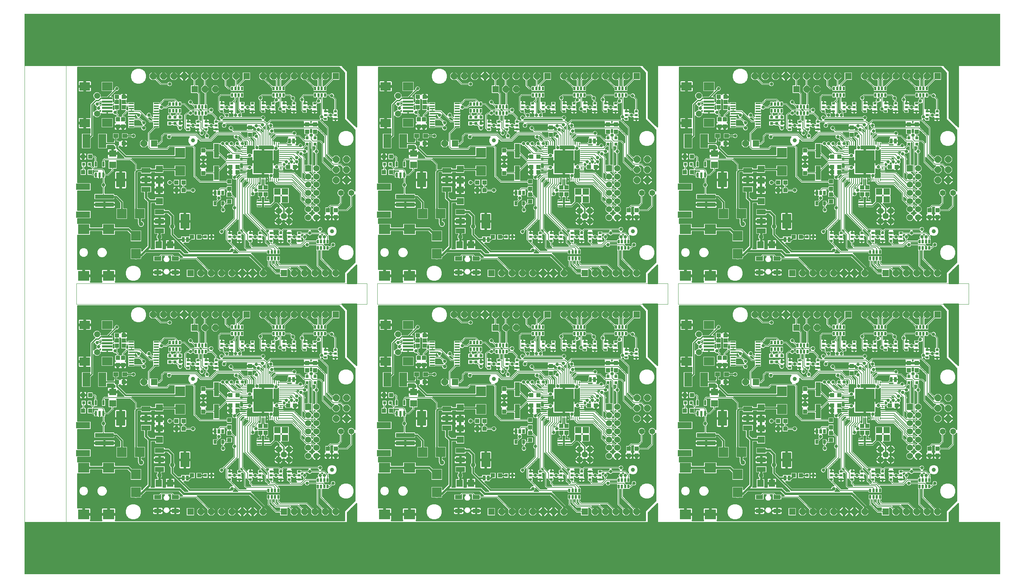
<source format=gtl>
G75*
G70*
%OFA0B0*%
%FSLAX25Y25*%
%IPPOS*%
%LPD*%
%AMOC8*
5,1,8,0,0,1.08239X$1,22.5*
%
%ADD106R,0.03940X0.01380*%
%ADD108C,0.00800*%
%ADD118R,0.18700X0.22240*%
%ADD128R,0.07090X0.06300*%
%ADD138R,0.02170X0.04720*%
%ADD15R,0.06300X0.07090*%
%ADD150R,0.02720X0.03900*%
%ADD153R,0.09450X0.09450*%
%ADD157R,0.18110X0.03940*%
%ADD158C,0.00000*%
%ADD16R,0.11020X0.09450*%
%ADD166R,0.08800X0.04800*%
%ADD17C,0.05600*%
%ADD171C,0.06000*%
%ADD172C,0.03600*%
%ADD173R,0.08660X0.14170*%
%ADD179C,0.04400*%
%ADD18R,0.00980X0.02760*%
%ADD183R,0.03150X0.03150*%
%ADD184R,0.03150X0.02170*%
%ADD189R,0.02500X0.05000*%
%ADD191R,0.04720X0.03940*%
%ADD193R,0.05000X0.01250*%
%ADD197R,0.09840X0.07870*%
%ADD206R,0.06060X0.06060*%
%ADD208R,0.13285X0.06300*%
%ADD23C,0.00700*%
%ADD26R,9.40000X0.50000*%
%ADD29R,0.06400X0.06400*%
%ADD31C,0.03940*%
%ADD32R,0.04330X0.03940*%
%ADD35C,0.01200*%
%ADD38C,0.02400*%
%ADD46OC8,0.06400*%
%ADD50R,0.04720X0.13780*%
%ADD51C,0.05940*%
%ADD52R,0.13390X0.06300*%
%ADD58R,0.01970X0.03540*%
%ADD60R,0.07090X0.03940*%
%ADD68R,0.06000X0.06000*%
%ADD69C,0.01600*%
%ADD74R,0.03940X0.04330*%
%ADD87C,0.03500*%
%ADD89R,0.02760X0.00980*%
%ADD91R,0.09840X0.01970*%
%ADD98R,0.07480X0.13390*%
%ADD99C,0.03300*%
X0010000Y0010000D02*
G75*
%LPD*%
D158*
X0010000Y0010000D02*
X0010000Y0060000D01*
X0950000Y0060000D01*
X0950000Y0010000D01*
X0010000Y0010000D01*
X0029490Y0035000D02*
X0029510Y0035470D01*
X0029570Y0035930D01*
X0029670Y0036390D01*
X0029800Y0036840D01*
X0029980Y0037270D01*
X0030190Y0037690D01*
X0030430Y0038090D01*
X0030710Y0038460D01*
X0031020Y0038810D01*
X0031360Y0039140D01*
X0031720Y0039430D01*
X0032110Y0039690D01*
X0032520Y0039920D01*
X0032950Y0040110D01*
X0033390Y0040270D01*
X0033840Y0040390D01*
X0034300Y0040470D01*
X0034770Y0040510D01*
X0035230Y0040510D01*
X0035700Y0040470D01*
X0036160Y0040390D01*
X0036610Y0040270D01*
X0037050Y0040110D01*
X0037480Y0039920D01*
X0037890Y0039690D01*
X0038280Y0039430D01*
X0038640Y0039140D01*
X0038980Y0038810D01*
X0039290Y0038460D01*
X0039570Y0038090D01*
X0039810Y0037690D01*
X0040020Y0037270D01*
X0040200Y0036840D01*
X0040330Y0036390D01*
X0040430Y0035930D01*
X0040490Y0035470D01*
X0040510Y0035000D01*
X0040490Y0034530D01*
X0040430Y0034070D01*
X0040330Y0033610D01*
X0040200Y0033160D01*
X0040020Y0032730D01*
X0039810Y0032310D01*
X0039570Y0031910D01*
X0039290Y0031540D01*
X0038980Y0031190D01*
X0038640Y0030860D01*
X0038280Y0030570D01*
X0037890Y0030310D01*
X0037480Y0030080D01*
X0037050Y0029890D01*
X0036610Y0029730D01*
X0036160Y0029610D01*
X0035700Y0029530D01*
X0035230Y0029490D01*
X0034770Y0029490D01*
X0034300Y0029530D01*
X0033840Y0029610D01*
X0033390Y0029730D01*
X0032950Y0029890D01*
X0032520Y0030080D01*
X0032110Y0030310D01*
X0031720Y0030570D01*
X0031360Y0030860D01*
X0031020Y0031190D01*
X0030710Y0031540D01*
X0030430Y0031910D01*
X0030190Y0032310D01*
X0029980Y0032730D01*
X0029800Y0033160D01*
X0029670Y0033610D01*
X0029570Y0034070D01*
X0029510Y0034530D01*
X0029490Y0035000D01*
X0919490Y0035000D02*
X0919510Y0035470D01*
X0919570Y0035930D01*
X0919670Y0036390D01*
X0919800Y0036840D01*
X0919980Y0037270D01*
X0920190Y0037690D01*
X0920430Y0038090D01*
X0920710Y0038460D01*
X0921020Y0038810D01*
X0921360Y0039140D01*
X0921720Y0039430D01*
X0922110Y0039690D01*
X0922520Y0039920D01*
X0922950Y0040110D01*
X0923390Y0040270D01*
X0923840Y0040390D01*
X0924300Y0040470D01*
X0924770Y0040510D01*
X0925230Y0040510D01*
X0925700Y0040470D01*
X0926160Y0040390D01*
X0926610Y0040270D01*
X0927050Y0040110D01*
X0927480Y0039920D01*
X0927890Y0039690D01*
X0928280Y0039430D01*
X0928640Y0039140D01*
X0928980Y0038810D01*
X0929290Y0038460D01*
X0929570Y0038090D01*
X0929810Y0037690D01*
X0930020Y0037270D01*
X0930200Y0036840D01*
X0930330Y0036390D01*
X0930430Y0035930D01*
X0930490Y0035470D01*
X0930510Y0035000D01*
X0930490Y0034530D01*
X0930430Y0034070D01*
X0930330Y0033610D01*
X0930200Y0033160D01*
X0930020Y0032730D01*
X0929810Y0032310D01*
X0929570Y0031910D01*
X0929290Y0031540D01*
X0928980Y0031190D01*
X0928640Y0030860D01*
X0928280Y0030570D01*
X0927890Y0030310D01*
X0927480Y0030080D01*
X0927050Y0029890D01*
X0926610Y0029730D01*
X0926160Y0029610D01*
X0925700Y0029530D01*
X0925230Y0029490D01*
X0924770Y0029490D01*
X0924300Y0029530D01*
X0923840Y0029610D01*
X0923390Y0029730D01*
X0922950Y0029890D01*
X0922520Y0030080D01*
X0922110Y0030310D01*
X0921720Y0030570D01*
X0921360Y0030860D01*
X0921020Y0031190D01*
X0920710Y0031540D01*
X0920430Y0031910D01*
X0920190Y0032310D01*
X0919980Y0032730D01*
X0919800Y0033160D01*
X0919670Y0033610D01*
X0919570Y0034070D01*
X0919510Y0034530D01*
X0919490Y0035000D01*
D26*
X0480000Y0035000D03*
X0010000Y0060000D02*
G75*
%LPD*%
D158*
X0010000Y0060000D02*
X0010000Y0500000D01*
X0050000Y0500000D01*
X0050000Y0060000D01*
X0010000Y0060000D01*
X0060000Y0060000D02*
G75*
%LPD*%
D46*
X0180000Y0070000D03*
X0190000Y0070000D03*
X0200000Y0070000D03*
X0210000Y0070000D03*
X0220000Y0070000D03*
X0230000Y0070000D03*
X0240000Y0070000D03*
X0270000Y0070000D03*
X0280000Y0070000D03*
X0290000Y0070000D03*
X0300000Y0070000D03*
X0310000Y0070000D03*
X0310550Y0159800D03*
X0310550Y0169800D03*
X0320550Y0169800D03*
X0320550Y0159800D03*
X0320550Y0179800D03*
X0310550Y0179800D03*
X0300000Y0260000D03*
X0290000Y0260000D03*
X0280000Y0260000D03*
X0270000Y0260000D03*
X0260000Y0260000D03*
X0250000Y0260000D03*
X0240000Y0260000D03*
X0214000Y0260000D03*
X0204000Y0260000D03*
X0194000Y0260000D03*
X0184000Y0260000D03*
X0174000Y0260000D03*
X0164000Y0260000D03*
X0154000Y0260000D03*
X0144000Y0260000D03*
X0134000Y0260000D03*
X0184000Y0247500D03*
X0194000Y0247500D03*
X0125000Y0195000D03*
D32*
X0105850Y0195000D03*
X0099150Y0195000D03*
X0099150Y0240000D03*
X0105850Y0240000D03*
X0208650Y0182500D03*
X0215350Y0182500D03*
X0215350Y0172500D03*
X0215350Y0167500D03*
X0208650Y0167500D03*
X0208650Y0172500D03*
X0207500Y0145840D03*
X0207500Y0139150D03*
X0264150Y0172500D03*
X0270850Y0172500D03*
X0282500Y0206650D03*
X0282500Y0213340D03*
X0290000Y0213340D03*
X0290000Y0206650D03*
D74*
X0227500Y0203650D03*
X0227500Y0210340D03*
X0182500Y0188340D03*
X0182500Y0181650D03*
X0182500Y0173340D03*
X0182500Y0166650D03*
X0163350Y0157500D03*
X0156650Y0157500D03*
X0156650Y0150000D03*
X0163350Y0150000D03*
X0207500Y0151650D03*
X0207500Y0158340D03*
X0237500Y0152840D03*
X0242500Y0152840D03*
X0242500Y0146150D03*
X0237500Y0146150D03*
X0178350Y0105000D03*
X0171650Y0105000D03*
X0073350Y0167500D03*
X0066650Y0167500D03*
X0066650Y0182500D03*
X0073350Y0182500D03*
X0100000Y0211650D03*
X0105000Y0211650D03*
X0105000Y0218340D03*
X0100000Y0218340D03*
X0099150Y0230000D03*
X0099150Y0235000D03*
X0105850Y0235000D03*
X0105850Y0230000D03*
X0302500Y0130840D03*
X0302500Y0124150D03*
X0310000Y0124150D03*
X0310000Y0130840D03*
D29*
X0260000Y0070000D03*
X0170000Y0070000D03*
X0135000Y0195000D03*
X0174000Y0247500D03*
X0224000Y0260000D03*
X0310000Y0260000D03*
D128*
X0140000Y0170510D03*
X0140000Y0159480D03*
X0140000Y0150510D03*
X0140000Y0139480D03*
X0095000Y0174480D03*
X0095000Y0185510D03*
D183*
X0072950Y0175000D03*
X0067050Y0175000D03*
X0150000Y0214540D03*
X0155000Y0214540D03*
X0160000Y0214540D03*
X0160000Y0220450D03*
X0155000Y0220450D03*
X0150000Y0220450D03*
X0282500Y0200450D03*
X0282500Y0194540D03*
X0290000Y0194540D03*
X0290000Y0200450D03*
X0190450Y0105000D03*
X0184550Y0105000D03*
D153*
X0121160Y0127500D03*
X0103840Y0127500D03*
X0117500Y0106160D03*
X0117500Y0088830D03*
X0160000Y0168830D03*
X0160000Y0186160D03*
D166*
X0127200Y0169090D03*
X0127200Y0160000D03*
X0127200Y0150900D03*
X0140300Y0129090D03*
X0140300Y0120000D03*
X0140300Y0110900D03*
D173*
X0164700Y0120000D03*
X0102800Y0160000D03*
D15*
X0139490Y0097500D03*
X0150510Y0097500D03*
D18*
X0225240Y0160170D03*
X0227200Y0160170D03*
X0229170Y0160170D03*
X0231140Y0160170D03*
X0233110Y0160170D03*
X0235080Y0160170D03*
X0237050Y0160170D03*
X0239020Y0160170D03*
X0240980Y0160170D03*
X0242950Y0160170D03*
X0244920Y0160170D03*
X0246890Y0160170D03*
X0248860Y0160170D03*
X0250830Y0160170D03*
X0252800Y0160170D03*
X0254760Y0160170D03*
X0254760Y0194820D03*
X0252800Y0194820D03*
X0250830Y0194820D03*
X0248860Y0194820D03*
X0246890Y0194820D03*
X0244920Y0194820D03*
X0242950Y0194820D03*
X0240980Y0194820D03*
X0239020Y0194820D03*
X0237050Y0194820D03*
X0235080Y0194820D03*
X0233110Y0194820D03*
X0231140Y0194820D03*
X0229170Y0194820D03*
X0227200Y0194820D03*
X0225240Y0194820D03*
D89*
X0222680Y0192260D03*
X0222680Y0190290D03*
X0222680Y0188320D03*
X0222680Y0186350D03*
X0222680Y0184390D03*
X0222680Y0182420D03*
X0222680Y0180450D03*
X0222680Y0178480D03*
X0222680Y0176510D03*
X0222680Y0174540D03*
X0222680Y0172570D03*
X0222680Y0170610D03*
X0222680Y0168640D03*
X0222680Y0166670D03*
X0222680Y0164700D03*
X0222680Y0162730D03*
X0257320Y0162730D03*
X0257320Y0164700D03*
X0257320Y0166670D03*
X0257320Y0168640D03*
X0257320Y0170610D03*
X0257320Y0172570D03*
X0257320Y0174540D03*
X0257320Y0176510D03*
X0257320Y0178480D03*
X0257320Y0180450D03*
X0257320Y0182420D03*
X0257320Y0184390D03*
X0257320Y0186350D03*
X0257320Y0188320D03*
X0257320Y0190290D03*
X0257320Y0192260D03*
D118*
X0240000Y0177500D03*
D106*
X0236460Y0140050D03*
X0236460Y0137500D03*
X0236460Y0134940D03*
X0243540Y0134940D03*
X0243540Y0137500D03*
X0243540Y0140050D03*
D51*
X0255000Y0130000D03*
X0260000Y0125000D03*
X0255000Y0120000D03*
X0265000Y0120000D03*
X0265000Y0130000D03*
X0080000Y0223830D03*
X0080000Y0241160D03*
D197*
X0089840Y0250210D03*
X0068190Y0250210D03*
X0068190Y0214780D03*
X0089840Y0215170D03*
D91*
X0089840Y0226200D03*
X0089840Y0229350D03*
X0089840Y0232500D03*
X0089840Y0235650D03*
X0089840Y0238800D03*
D184*
X0167780Y0216240D03*
X0167780Y0212500D03*
X0167780Y0208760D03*
X0177220Y0208760D03*
X0177220Y0212500D03*
X0177220Y0216240D03*
X0185280Y0216240D03*
X0185280Y0212500D03*
X0185280Y0208760D03*
X0194720Y0208760D03*
X0194720Y0212500D03*
X0194720Y0216240D03*
X0200280Y0226260D03*
X0200280Y0230000D03*
X0200280Y0233740D03*
X0209720Y0233740D03*
X0209720Y0230000D03*
X0209720Y0226260D03*
X0220280Y0226260D03*
X0220280Y0230000D03*
X0220280Y0233740D03*
X0229720Y0233740D03*
X0229720Y0230000D03*
X0229720Y0226260D03*
X0240280Y0226260D03*
X0240280Y0230000D03*
X0240280Y0233740D03*
X0249720Y0233740D03*
X0249720Y0230000D03*
X0249720Y0226260D03*
X0260280Y0226260D03*
X0260280Y0230000D03*
X0260280Y0233740D03*
X0269720Y0233740D03*
X0269720Y0230000D03*
X0269720Y0226260D03*
X0280280Y0226260D03*
X0280280Y0230000D03*
X0280280Y0233740D03*
X0289720Y0233740D03*
X0289720Y0230000D03*
X0289720Y0226260D03*
X0300280Y0226240D03*
X0300280Y0222500D03*
X0300280Y0218760D03*
X0309720Y0218760D03*
X0309720Y0222500D03*
X0309720Y0226240D03*
X0274720Y0108740D03*
X0274720Y0105000D03*
X0274720Y0101260D03*
X0265280Y0101260D03*
X0265280Y0105000D03*
X0265280Y0108740D03*
X0257220Y0108740D03*
X0257220Y0105000D03*
X0257220Y0101260D03*
X0247780Y0101260D03*
X0247780Y0105000D03*
X0247780Y0108740D03*
X0237220Y0108740D03*
X0237220Y0105000D03*
X0237220Y0101260D03*
X0227780Y0101260D03*
X0227780Y0105000D03*
X0227780Y0108740D03*
X0217220Y0108740D03*
X0217220Y0105000D03*
X0217220Y0101260D03*
X0207780Y0101260D03*
X0207780Y0105000D03*
X0207780Y0108740D03*
D150*
X0201240Y0137380D03*
X0193760Y0137380D03*
X0193760Y0147570D03*
X0197500Y0147570D03*
X0201240Y0147570D03*
D58*
X0245280Y0090650D03*
X0248430Y0090650D03*
X0251570Y0090650D03*
X0254720Y0090650D03*
X0254720Y0084350D03*
X0251570Y0084350D03*
X0248430Y0084350D03*
X0245280Y0084350D03*
X0292780Y0094350D03*
X0295930Y0094350D03*
X0299070Y0094350D03*
X0302220Y0094350D03*
X0302220Y0100650D03*
X0299070Y0100650D03*
X0295930Y0100650D03*
X0292780Y0100650D03*
X0184720Y0224350D03*
X0181570Y0224350D03*
X0178430Y0224350D03*
X0175280Y0224350D03*
X0175280Y0230650D03*
X0178430Y0230650D03*
X0181570Y0230650D03*
X0184720Y0230650D03*
X0210280Y0241850D03*
X0213430Y0241850D03*
X0216570Y0241850D03*
X0219720Y0241850D03*
X0219720Y0248150D03*
X0216570Y0248150D03*
X0213430Y0248150D03*
X0210280Y0248150D03*
X0250280Y0248150D03*
X0253430Y0248150D03*
X0256570Y0248150D03*
X0259720Y0248150D03*
X0259720Y0241850D03*
X0256570Y0241850D03*
X0253430Y0241850D03*
X0250280Y0241850D03*
X0290280Y0241850D03*
X0293430Y0241850D03*
X0296570Y0241850D03*
X0299720Y0241850D03*
X0299720Y0248150D03*
X0296570Y0248150D03*
X0293430Y0248150D03*
X0290280Y0248150D03*
X0159720Y0233150D03*
X0156570Y0233150D03*
X0153430Y0233150D03*
X0150280Y0233150D03*
X0150280Y0226850D03*
X0153430Y0226850D03*
X0156570Y0226850D03*
X0159720Y0226850D03*
D98*
X0085180Y0197500D03*
X0069820Y0197500D03*
D16*
X0067190Y0112440D03*
X0091200Y0112440D03*
X0091200Y0067550D03*
X0067190Y0067550D03*
D50*
X0195000Y0166670D03*
X0195000Y0188320D03*
D68*
X0283560Y0171120D03*
D171*
X0291440Y0171120D03*
X0291440Y0163240D03*
X0291440Y0155370D03*
X0283560Y0155370D03*
X0283560Y0163240D03*
X0283560Y0147500D03*
X0291440Y0147500D03*
X0291440Y0139620D03*
X0283560Y0139620D03*
X0283560Y0131750D03*
X0283560Y0123870D03*
X0291440Y0123870D03*
X0291440Y0131750D03*
D193*
X0137000Y0211250D03*
X0137000Y0213750D03*
X0137000Y0216250D03*
X0137000Y0218750D03*
X0137000Y0221250D03*
X0137000Y0223750D03*
X0137000Y0226250D03*
X0137000Y0228750D03*
X0137000Y0231250D03*
X0137000Y0233750D03*
X0113000Y0233750D03*
X0113000Y0231250D03*
X0113000Y0228750D03*
X0113000Y0226250D03*
X0113000Y0223750D03*
X0113000Y0221250D03*
X0113000Y0218750D03*
X0113000Y0216250D03*
X0113000Y0213750D03*
X0113000Y0211250D03*
D191*
X0106830Y0202500D03*
X0098170Y0202500D03*
D206*
X0253680Y0148810D03*
X0261320Y0148810D03*
X0261320Y0141180D03*
X0253680Y0141180D03*
D157*
X0087070Y0143930D03*
X0087070Y0136060D03*
D52*
D208*
X0066643Y0126610D03*
D52*
D208*
X0066643Y0153380D03*
D52*
D138*
X0078760Y0164880D03*
X0082500Y0164880D03*
X0086240Y0164880D03*
X0086240Y0175110D03*
X0078760Y0175110D03*
D60*
X0138540Y0084190D03*
X0138540Y0070800D03*
X0155460Y0070800D03*
X0155460Y0084190D03*
D31*
X0172500Y0198000D03*
X0306500Y0110500D03*
D17*
X0315000Y0147500D03*
X0325000Y0147500D03*
D108*
X0269000Y0197500D02*
X0266000Y0197500D01*
X0166500Y0102500D02*
X0163500Y0102500D01*
D189*
X0163000Y0102500D03*
X0167000Y0102500D03*
X0265500Y0197500D03*
X0269500Y0197500D03*
D38*
X0152500Y0125000D02*
X0152500Y0115000D01*
X0152500Y0125000D02*
X0148400Y0129090D01*
X0140300Y0129090D01*
X0140000Y0139480D02*
X0130510Y0139480D01*
X0130510Y0095510D01*
X0126500Y0091500D01*
X0122500Y0087500D01*
X0120000Y0087500D01*
X0117500Y0085000D01*
X0117500Y0088830D01*
X0126500Y0091500D02*
X0159500Y0091500D01*
X0163500Y0087500D01*
X0227500Y0087500D01*
X0240000Y0075000D01*
X0240000Y0070000D01*
X0141990Y0139480D02*
X0140000Y0139480D01*
X0130510Y0139480D02*
X0127200Y0142800D01*
X0127200Y0150900D01*
X0127200Y0169090D02*
X0138590Y0169090D01*
X0140000Y0170510D01*
X0140510Y0170000D01*
X0128170Y0170060D02*
X0127200Y0169090D01*
X0121160Y0127500D02*
X0121160Y0118830D01*
X0122500Y0117500D01*
X0110060Y0112440D02*
X0117500Y0105000D01*
X0117500Y0106160D01*
X0110060Y0112440D02*
X0091200Y0112440D01*
X0067190Y0112440D01*
X0140300Y0110900D02*
X0140300Y0105300D01*
X0140000Y0105000D01*
X0140000Y0098010D01*
X0139490Y0097500D01*
D69*
X0152500Y0107500D02*
X0157500Y0102500D01*
X0163000Y0102500D01*
X0167000Y0102500D02*
X0169150Y0102500D01*
X0171650Y0105000D01*
X0178350Y0105000D02*
X0184550Y0105000D01*
X0169000Y0091000D02*
X0157500Y0102500D01*
X0152500Y0107500D02*
X0152500Y0115000D01*
X0169000Y0091000D02*
X0208750Y0091000D01*
X0210000Y0092250D01*
X0121160Y0127500D02*
X0117500Y0131160D01*
X0117500Y0167500D01*
X0119100Y0169090D01*
X0127200Y0169090D01*
X0140510Y0170000D02*
X0157500Y0170000D01*
X0161160Y0166330D01*
X0160000Y0168830D01*
X0156160Y0182500D02*
X0160000Y0186160D01*
X0156160Y0182500D02*
X0107500Y0182500D01*
X0099150Y0190840D01*
X0099150Y0195000D01*
X0098560Y0143930D02*
X0087070Y0143930D01*
X0098560Y0143930D02*
X0103840Y0138660D01*
X0103840Y0127500D01*
D23*
X0087070Y0143930D02*
X0086240Y0144760D01*
X0086240Y0155000D01*
X0086240Y0164880D01*
X0086240Y0168760D01*
X0085000Y0170000D01*
X0077500Y0170000D01*
X0072950Y0174540D01*
X0072950Y0175000D01*
X0078760Y0175110D02*
X0078760Y0181240D01*
X0077500Y0182500D01*
X0073350Y0182500D01*
X0067050Y0175000D02*
X0067050Y0167890D01*
X0066650Y0167500D01*
X0073350Y0167500D02*
X0075960Y0164880D01*
X0078760Y0164880D01*
X0086240Y0164880D02*
X0090730Y0164880D01*
X0095000Y0169150D01*
X0095000Y0174480D01*
X0086240Y0175110D02*
X0086240Y0178740D01*
X0087500Y0180000D01*
X0112500Y0180000D01*
X0117500Y0175000D01*
X0117500Y0167500D01*
X0131500Y0190000D02*
X0147500Y0190000D01*
X0150000Y0192500D01*
X0172500Y0192500D01*
X0174000Y0191000D01*
X0174000Y0163500D01*
X0179150Y0158340D01*
X0207500Y0158340D01*
X0215000Y0160000D02*
X0215000Y0122500D01*
X0205000Y0112500D01*
X0205000Y0102500D01*
X0206240Y0101260D01*
X0207780Y0101260D01*
X0207780Y0099720D01*
X0216850Y0090650D01*
X0245280Y0090650D01*
X0248430Y0090650D02*
X0248430Y0092670D01*
X0247600Y0093500D01*
X0224000Y0093500D01*
X0222500Y0095000D01*
X0222500Y0107000D01*
X0220760Y0108740D01*
X0217220Y0108740D01*
X0217220Y0159720D01*
X0220240Y0162730D01*
X0222680Y0162730D01*
X0222680Y0164700D02*
X0219700Y0164700D01*
X0215000Y0160000D01*
X0220000Y0157500D02*
X0222440Y0159940D01*
X0225000Y0159940D01*
X0225240Y0160170D01*
X0227200Y0160170D02*
X0227200Y0157200D01*
X0222500Y0152500D01*
X0222500Y0127500D01*
X0237220Y0112770D01*
X0237220Y0108740D01*
X0238760Y0108740D01*
X0242500Y0105000D01*
X0242500Y0100000D01*
X0246000Y0096500D01*
X0251000Y0096500D01*
X0254720Y0092770D01*
X0254720Y0090650D01*
X0251570Y0090650D02*
X0251570Y0093420D01*
X0250000Y0095000D01*
X0230000Y0095000D01*
X0227780Y0097220D01*
X0227780Y0101260D01*
X0226240Y0101260D01*
X0225000Y0102500D01*
X0225000Y0107500D01*
X0220000Y0112500D01*
X0220000Y0157500D01*
X0225000Y0152500D02*
X0225000Y0127500D01*
X0245000Y0107500D01*
X0245000Y0102500D01*
X0246240Y0101260D01*
X0247780Y0101260D01*
X0247780Y0098720D01*
X0248500Y0098000D01*
X0251500Y0098000D01*
X0253500Y0096000D01*
X0277000Y0096000D01*
X0281650Y0100650D01*
X0292780Y0100650D01*
X0295930Y0100650D02*
X0295930Y0104070D01*
X0295000Y0105000D01*
X0299000Y0105000D02*
X0299000Y0100720D01*
X0299070Y0100650D01*
X0302220Y0100650D02*
X0302220Y0105520D01*
X0299010Y0108740D01*
X0285000Y0108740D01*
X0274720Y0108740D01*
X0274720Y0105000D02*
X0270000Y0105000D01*
X0265280Y0105000D01*
X0265280Y0101260D02*
X0265280Y0099720D01*
X0267500Y0097500D01*
X0276500Y0097500D01*
X0280000Y0101000D01*
X0280000Y0105000D01*
X0282500Y0097500D02*
X0297500Y0097500D01*
X0299070Y0095920D01*
X0299070Y0094350D01*
X0295930Y0094350D02*
X0295930Y0084070D01*
X0310000Y0070000D01*
X0300000Y0070000D02*
X0292780Y0077220D01*
X0292780Y0094350D01*
X0302220Y0094350D02*
X0304350Y0094350D01*
X0307500Y0097500D01*
X0295000Y0112500D02*
X0260000Y0112500D01*
X0257220Y0109720D01*
X0257220Y0108740D01*
X0257220Y0110270D01*
X0255000Y0112500D01*
X0242500Y0112500D01*
X0227500Y0127500D01*
X0227500Y0152500D01*
X0231140Y0156140D01*
X0231140Y0160170D01*
X0229170Y0160170D02*
X0229170Y0156670D01*
X0225000Y0152500D01*
X0229500Y0152500D02*
X0229500Y0147000D01*
X0230000Y0146500D01*
X0233000Y0150000D02*
X0233000Y0154000D01*
X0235080Y0156070D01*
X0235080Y0160170D01*
X0233110Y0160170D02*
X0233110Y0156110D01*
X0229500Y0152500D01*
X0246890Y0160170D02*
X0247000Y0160280D01*
X0247000Y0163500D01*
X0247750Y0164000D01*
X0250830Y0160170D02*
X0250830Y0158170D01*
X0253000Y0156000D01*
X0268000Y0156000D01*
X0276500Y0147500D01*
X0276500Y0141000D01*
X0281750Y0135750D01*
X0287440Y0135750D01*
X0291440Y0131750D01*
X0302500Y0132500D02*
X0302500Y0130840D01*
X0302500Y0132500D02*
X0305000Y0135000D01*
X0312500Y0135000D01*
X0315000Y0137500D01*
X0315000Y0147500D01*
X0325000Y0147500D02*
X0325000Y0135000D01*
X0320850Y0130840D01*
X0310000Y0130840D01*
X0291440Y0139620D02*
X0287560Y0143500D01*
X0282000Y0143500D01*
X0279500Y0146000D01*
X0279500Y0149000D01*
X0268320Y0160170D01*
X0254760Y0160170D01*
X0252800Y0160170D02*
X0252800Y0158700D01*
X0254000Y0157500D01*
X0269000Y0157500D01*
X0278000Y0148500D01*
X0278000Y0145180D01*
X0283560Y0139620D01*
X0283560Y0147500D02*
X0268330Y0162730D01*
X0257320Y0162730D01*
X0257320Y0164700D02*
X0268300Y0164700D01*
X0281500Y0151500D01*
X0287440Y0151500D01*
X0291440Y0147500D01*
X0291440Y0155370D02*
X0291440Y0155560D01*
X0287750Y0159250D01*
X0279690Y0159250D01*
X0277500Y0161430D01*
X0277500Y0180250D01*
X0271390Y0186350D01*
X0257320Y0186350D01*
X0257320Y0184390D02*
X0269610Y0184390D01*
X0272500Y0181500D01*
X0272500Y0177500D02*
X0267580Y0182420D01*
X0257320Y0182420D01*
X0257320Y0180450D02*
X0264550Y0180450D01*
X0267500Y0177500D01*
X0262500Y0177500D02*
X0261520Y0178480D01*
X0257320Y0178480D01*
X0257320Y0174540D02*
X0253450Y0174540D01*
X0253000Y0174090D01*
X0253000Y0172500D01*
X0257320Y0172570D02*
X0257320Y0170610D01*
X0257320Y0172570D02*
X0264070Y0172570D01*
X0264150Y0172500D01*
X0269830Y0166670D02*
X0257320Y0166670D01*
X0269830Y0166670D02*
X0281130Y0155370D01*
X0283560Y0155370D01*
X0283560Y0163240D02*
X0283560Y0163430D01*
X0279500Y0167500D01*
X0279500Y0179500D01*
X0279500Y0182000D01*
X0276500Y0185000D01*
X0279170Y0188320D02*
X0280000Y0187500D01*
X0279170Y0188320D02*
X0257320Y0188320D01*
X0257320Y0190290D02*
X0278250Y0190290D01*
X0282500Y0194540D01*
X0283560Y0193480D01*
X0283560Y0171120D01*
X0287500Y0167500D02*
X0287500Y0190000D01*
X0287000Y0190500D01*
X0287000Y0196000D01*
X0285500Y0197500D01*
X0280000Y0197500D01*
X0275000Y0202500D01*
X0252500Y0202500D01*
X0248860Y0198850D01*
X0248860Y0194820D01*
X0246890Y0194820D02*
X0246890Y0201890D01*
X0248500Y0203500D01*
X0248500Y0207000D01*
X0250000Y0205000D02*
X0248500Y0203500D01*
X0250000Y0205000D02*
X0270000Y0205000D01*
X0265500Y0197500D02*
X0262820Y0194820D01*
X0254760Y0194820D01*
X0252800Y0194820D02*
X0252800Y0190790D01*
X0252500Y0190500D01*
X0257320Y0192260D02*
X0275260Y0192260D01*
X0276000Y0193000D01*
X0282500Y0200450D02*
X0282500Y0206650D01*
X0286500Y0203000D02*
X0286500Y0199000D01*
X0288000Y0197500D01*
X0295000Y0197500D01*
X0297500Y0195000D01*
X0297500Y0177500D01*
X0305200Y0169800D01*
X0310550Y0169800D01*
X0307500Y0175000D02*
X0300000Y0182500D01*
X0300000Y0202500D01*
X0292500Y0210000D01*
X0247500Y0210000D01*
X0247500Y0212500D01*
X0247500Y0210000D02*
X0244920Y0207420D01*
X0244920Y0194820D01*
X0242950Y0194820D02*
X0242950Y0212950D01*
X0243750Y0213750D01*
X0241260Y0216240D01*
X0194720Y0216240D01*
X0194720Y0220270D01*
X0190650Y0224350D01*
X0184720Y0224350D01*
X0181570Y0224350D02*
X0181570Y0210920D01*
X0183740Y0208760D01*
X0185280Y0208760D01*
X0185280Y0203220D01*
X0186000Y0202500D01*
X0189500Y0199500D02*
X0180500Y0199500D01*
X0175500Y0204500D01*
X0145000Y0204500D01*
X0142500Y0202000D01*
X0142500Y0197500D01*
X0140000Y0195000D01*
X0135000Y0195000D01*
X0130000Y0191500D02*
X0131500Y0190000D01*
X0130000Y0191500D02*
X0130000Y0205000D01*
X0136250Y0211250D01*
X0137000Y0211250D01*
X0137000Y0216250D02*
X0131250Y0216250D01*
X0121250Y0226250D01*
X0113000Y0226250D01*
X0113000Y0228750D01*
X0113000Y0231250D02*
X0107100Y0231250D01*
X0105850Y0230000D01*
X0107100Y0233750D02*
X0105850Y0235000D01*
X0107100Y0233750D02*
X0113000Y0233750D01*
X0113000Y0226250D02*
X0108750Y0226250D01*
X0105000Y0222500D01*
X0105000Y0218340D01*
X0100000Y0218340D02*
X0100000Y0222500D01*
X0097500Y0225000D01*
X0099150Y0226650D01*
X0099150Y0230000D01*
X0095000Y0232500D02*
X0089840Y0232500D01*
X0084000Y0232500D01*
X0081500Y0230000D01*
X0081500Y0229000D01*
X0080000Y0233000D02*
X0083150Y0235650D01*
X0089840Y0235650D01*
X0095000Y0232500D02*
X0097500Y0235000D01*
X0099150Y0235000D01*
X0099150Y0240000D01*
X0113000Y0218750D02*
X0121250Y0218750D01*
X0125000Y0215000D01*
X0123750Y0211250D02*
X0125000Y0210000D01*
X0123750Y0211250D02*
X0113000Y0211250D01*
X0130000Y0222500D02*
X0133750Y0218750D01*
X0137000Y0218750D01*
X0142000Y0230000D02*
X0147130Y0230000D01*
X0150280Y0233150D01*
X0156570Y0233150D02*
X0156570Y0235920D01*
X0155000Y0237500D01*
X0145000Y0237500D01*
X0141250Y0233750D01*
X0137000Y0233750D01*
X0150280Y0226850D02*
X0150280Y0220720D01*
X0150000Y0220450D01*
X0155000Y0220450D02*
X0156570Y0222020D01*
X0156570Y0226850D01*
X0159720Y0226850D02*
X0159720Y0220720D01*
X0160000Y0220450D01*
X0165000Y0222500D02*
X0165000Y0210000D01*
X0166240Y0208760D01*
X0167780Y0208760D01*
X0167780Y0212500D02*
X0172500Y0212500D01*
X0177220Y0212500D01*
X0180000Y0209500D02*
X0180000Y0215500D01*
X0179260Y0216240D01*
X0177220Y0216240D01*
X0178430Y0217440D01*
X0178430Y0224350D01*
X0178430Y0226570D01*
X0177500Y0227500D01*
X0170000Y0227500D01*
X0164350Y0233150D01*
X0159720Y0233150D01*
X0170000Y0235000D02*
X0174350Y0230650D01*
X0175280Y0230650D01*
X0178430Y0230650D02*
X0178430Y0243070D01*
X0174000Y0247500D01*
X0174000Y0260000D01*
X0184000Y0260000D02*
X0184000Y0247500D01*
X0184720Y0246770D01*
X0184720Y0230650D01*
X0181570Y0230650D02*
X0181570Y0228420D01*
X0182500Y0227500D01*
X0190000Y0227500D01*
X0197500Y0227500D02*
X0198740Y0226260D01*
X0200280Y0226260D01*
X0204040Y0222500D01*
X0205000Y0222500D01*
X0200000Y0220000D02*
X0240000Y0220000D01*
X0238000Y0214500D02*
X0204500Y0214500D01*
X0202500Y0212500D01*
X0209000Y0210000D02*
X0212000Y0207000D01*
X0233000Y0207000D01*
X0237050Y0202950D01*
X0237050Y0194820D01*
X0239020Y0194820D02*
X0239020Y0204980D01*
X0235500Y0208500D01*
X0236750Y0212000D02*
X0233500Y0212000D01*
X0236750Y0212000D02*
X0240980Y0207760D01*
X0240980Y0194820D01*
X0235080Y0194820D02*
X0235080Y0200420D01*
X0233500Y0202000D01*
X0233110Y0198040D02*
X0227500Y0203650D01*
X0226000Y0200500D02*
X0222000Y0200500D01*
X0217000Y0205500D01*
X0195500Y0205500D01*
X0189500Y0199500D01*
X0190000Y0198000D02*
X0180000Y0198000D01*
X0175000Y0203000D01*
X0151000Y0203000D01*
X0149500Y0201500D01*
X0160000Y0210000D02*
X0155450Y0214540D01*
X0155000Y0214540D01*
X0150000Y0214540D01*
X0165000Y0222500D02*
X0166850Y0224350D01*
X0170000Y0224350D01*
X0175280Y0224350D01*
X0185280Y0212500D02*
X0190000Y0212500D01*
X0194720Y0212500D01*
X0196000Y0204000D02*
X0190000Y0198000D01*
X0196000Y0204000D02*
X0216500Y0204000D01*
X0221500Y0199000D01*
X0225500Y0199000D01*
X0227200Y0197290D01*
X0227200Y0194820D01*
X0225240Y0194820D02*
X0225240Y0196260D01*
X0224000Y0197500D01*
X0218000Y0197500D01*
X0214000Y0201500D01*
X0215000Y0195000D02*
X0219700Y0190290D01*
X0222680Y0190290D01*
X0222680Y0188320D02*
X0216170Y0188320D01*
X0209500Y0195000D01*
X0205000Y0195000D02*
X0213000Y0187000D01*
X0219500Y0187000D01*
X0220140Y0186350D01*
X0222680Y0186350D01*
X0222680Y0184390D02*
X0219610Y0184390D01*
X0218500Y0185500D01*
X0210500Y0185500D01*
X0201000Y0195000D01*
X0195000Y0188320D02*
X0182520Y0188320D01*
X0182500Y0188340D01*
X0195000Y0188320D02*
X0204840Y0178480D01*
X0222680Y0178480D01*
X0222680Y0176510D02*
X0204840Y0176510D01*
X0195000Y0166670D01*
X0182520Y0166670D01*
X0182500Y0166650D01*
X0163350Y0157500D02*
X0163350Y0150000D01*
X0172500Y0150000D01*
X0156650Y0157500D02*
X0150000Y0157500D01*
X0193760Y0137380D02*
X0197500Y0141120D01*
X0197500Y0142500D01*
X0197500Y0147570D02*
X0197500Y0150000D01*
X0199150Y0151650D01*
X0207500Y0151650D01*
X0207500Y0145840D01*
X0209150Y0145840D01*
X0212500Y0142500D01*
X0212500Y0139500D01*
X0212500Y0133000D01*
X0212500Y0122500D01*
X0200000Y0110000D01*
X0207780Y0105000D02*
X0212500Y0105000D01*
X0217220Y0105000D01*
X0227780Y0105000D02*
X0232500Y0105000D01*
X0237220Y0105000D01*
X0247780Y0105000D02*
X0252500Y0105000D01*
X0257220Y0105000D01*
X0254720Y0084350D02*
X0254720Y0079770D01*
X0256500Y0078000D01*
X0282000Y0078000D01*
X0290000Y0070000D01*
X0280000Y0070000D02*
X0273500Y0076500D01*
X0253500Y0076500D01*
X0251570Y0078420D01*
X0251570Y0084350D01*
X0248430Y0084350D02*
X0248430Y0079070D01*
X0252500Y0075000D01*
X0265000Y0075000D01*
X0270000Y0070000D01*
X0260000Y0070000D02*
X0252500Y0070000D01*
X0245280Y0077220D01*
X0245280Y0084350D01*
X0190000Y0070000D02*
X0175810Y0084190D01*
X0155460Y0084190D01*
X0152160Y0087500D01*
X0142000Y0087500D01*
X0138690Y0084190D01*
X0138540Y0084190D01*
X0201240Y0131260D02*
X0201500Y0131000D01*
X0201240Y0131260D02*
X0201240Y0137380D01*
X0205730Y0137380D01*
X0207500Y0139150D01*
X0217240Y0170610D02*
X0215350Y0172500D01*
X0217240Y0170610D02*
X0222680Y0170610D01*
X0222680Y0172570D02*
X0226420Y0172570D01*
X0227000Y0172000D01*
X0225920Y0182420D02*
X0222680Y0182420D01*
X0215430Y0182420D01*
X0215350Y0182500D01*
X0225920Y0182420D02*
X0227000Y0183500D01*
X0222680Y0192260D02*
X0222680Y0192320D01*
X0220000Y0195000D01*
X0226000Y0200500D02*
X0229170Y0197320D01*
X0229170Y0194820D01*
X0233110Y0194820D02*
X0233110Y0191890D01*
X0234000Y0191000D01*
X0233110Y0194820D02*
X0233110Y0198040D01*
X0239500Y0213000D02*
X0238000Y0214500D01*
X0243750Y0213750D02*
X0247500Y0217500D01*
X0295000Y0217500D01*
X0302500Y0210000D01*
X0302500Y0185000D01*
X0307700Y0179800D01*
X0310550Y0179800D01*
X0307500Y0175000D02*
X0315000Y0175000D01*
X0320200Y0169800D01*
X0320550Y0169800D01*
X0291440Y0171120D02*
X0291440Y0187500D01*
X0291440Y0190000D01*
X0291440Y0193110D01*
X0290000Y0194540D01*
X0290000Y0200450D02*
X0290000Y0206650D01*
X0298740Y0218760D02*
X0296570Y0220920D01*
X0296570Y0222500D01*
X0296570Y0241850D01*
X0293430Y0241850D02*
X0293430Y0235920D01*
X0293500Y0236000D01*
X0291240Y0233740D01*
X0289720Y0233740D01*
X0293250Y0235750D02*
X0293430Y0235920D01*
X0290280Y0241850D02*
X0279350Y0241850D01*
X0277500Y0240000D01*
X0277500Y0237500D01*
X0277500Y0227500D01*
X0278740Y0226260D01*
X0280280Y0226260D01*
X0280280Y0230000D02*
X0285000Y0230000D01*
X0289720Y0230000D01*
X0300280Y0222500D02*
X0305000Y0222500D01*
X0309720Y0222500D01*
X0309720Y0226240D02*
X0309720Y0237770D01*
X0307500Y0240000D01*
X0306250Y0241250D01*
X0305650Y0241850D01*
X0299720Y0241850D01*
X0299720Y0248150D02*
X0299720Y0249720D01*
X0310000Y0260000D01*
X0300000Y0260000D02*
X0296570Y0256570D01*
X0296570Y0248150D01*
X0293430Y0248150D02*
X0293430Y0256570D01*
X0290000Y0260000D01*
X0280000Y0260000D02*
X0280000Y0258420D01*
X0290280Y0248150D01*
X0269720Y0237770D02*
X0269720Y0233740D01*
X0269720Y0237770D02*
X0268750Y0238750D01*
X0265650Y0241850D01*
X0259720Y0241850D01*
X0256570Y0241850D02*
X0256570Y0228420D01*
X0258740Y0226260D01*
X0260280Y0226260D01*
X0260280Y0230000D02*
X0265000Y0230000D01*
X0269720Y0230000D01*
X0253430Y0237440D02*
X0252990Y0237000D01*
X0249720Y0233740D01*
X0253430Y0237440D02*
X0253430Y0241850D01*
X0250280Y0241850D02*
X0239350Y0241850D01*
X0237500Y0240000D01*
X0237500Y0239000D01*
X0237500Y0227500D01*
X0238740Y0226260D01*
X0240280Y0226260D01*
X0240280Y0230000D02*
X0245000Y0230000D01*
X0249720Y0230000D01*
X0229720Y0230000D02*
X0225000Y0230000D01*
X0220280Y0226260D02*
X0217500Y0223480D01*
X0217500Y0222500D01*
X0218740Y0226260D02*
X0216570Y0228420D01*
X0216570Y0241850D01*
X0213430Y0241850D02*
X0213430Y0237440D01*
X0211740Y0235750D01*
X0213500Y0234000D01*
X0213500Y0222500D01*
X0218740Y0226260D02*
X0220280Y0226260D01*
X0209720Y0230000D02*
X0205000Y0230000D01*
X0200280Y0230000D01*
X0197500Y0227500D02*
X0197500Y0240000D01*
X0199350Y0241850D01*
X0210280Y0241850D01*
X0211740Y0235750D02*
X0209720Y0233740D01*
X0210280Y0248150D02*
X0206850Y0248150D01*
X0204000Y0251000D01*
X0204000Y0260000D01*
X0214000Y0260000D02*
X0214000Y0248720D01*
X0213430Y0248150D01*
X0216570Y0248150D02*
X0216570Y0251570D01*
X0224000Y0259000D01*
X0224000Y0260000D01*
X0240000Y0260000D02*
X0240000Y0258420D01*
X0250280Y0248150D01*
X0253430Y0248150D02*
X0253430Y0256570D01*
X0250000Y0260000D01*
X0256570Y0256570D02*
X0260000Y0260000D01*
X0256570Y0256570D02*
X0256570Y0248150D01*
X0259720Y0248150D02*
X0259720Y0249720D01*
X0270000Y0260000D01*
X0298740Y0218760D02*
X0300280Y0218760D01*
X0280000Y0180000D02*
X0279500Y0179500D01*
X0287500Y0167500D02*
X0291440Y0163560D01*
X0291440Y0163240D01*
X0181000Y0205000D02*
X0181000Y0208500D01*
X0180000Y0209500D01*
X0150000Y0252500D02*
X0141500Y0252500D01*
X0134000Y0260000D01*
D179*
X0122500Y0117500D03*
X0140000Y0105000D03*
X0152500Y0115000D03*
D172*
X0210000Y0092250D03*
D35*
X0066590Y0073880D02*
X0066590Y0068150D01*
X0067790Y0068150D01*
X0074300Y0068150D01*
X0074300Y0072490D01*
X0074190Y0072900D01*
X0073980Y0073260D01*
X0073680Y0073560D01*
X0073310Y0073770D01*
X0072910Y0073880D01*
X0067790Y0073880D01*
X0067790Y0068150D01*
X0067790Y0066950D01*
X0074300Y0066950D01*
X0074300Y0062620D01*
X0074190Y0062210D01*
X0073980Y0061850D01*
X0073720Y0061600D01*
X0084660Y0061600D01*
X0084410Y0061850D01*
X0084200Y0062210D01*
X0084090Y0062620D01*
X0084090Y0066950D01*
X0090600Y0066950D01*
X0090600Y0068150D01*
X0084090Y0068150D01*
X0084090Y0072490D01*
X0084200Y0072900D01*
X0084410Y0073260D01*
X0084710Y0073560D01*
X0085070Y0073770D01*
X0085480Y0073880D01*
X0090600Y0073880D01*
X0090600Y0068150D01*
X0091800Y0068150D01*
X0098310Y0068150D01*
X0098310Y0072490D01*
X0098200Y0072900D01*
X0097990Y0073260D01*
X0097700Y0073560D01*
X0097330Y0073770D01*
X0096920Y0073880D01*
X0091800Y0073880D01*
X0091800Y0068150D01*
X0091800Y0066950D01*
X0098310Y0066950D01*
X0098310Y0062620D01*
X0098200Y0062210D01*
X0097990Y0061850D01*
X0097740Y0061600D01*
X0318400Y0061600D01*
X0318400Y0070660D01*
X0319340Y0071600D01*
X0328400Y0080660D01*
X0328400Y0145510D01*
X0328310Y0145290D01*
X0327210Y0144190D01*
X0326450Y0143880D01*
X0326450Y0134400D01*
X0325600Y0133550D01*
X0321450Y0129390D01*
X0313070Y0129390D01*
X0313070Y0128220D01*
X0312630Y0127780D01*
X0312950Y0127600D01*
X0313250Y0127300D01*
X0313460Y0126930D01*
X0313570Y0126530D01*
X0313570Y0124530D01*
X0310380Y0124530D01*
X0310380Y0123770D01*
X0313570Y0123770D01*
X0313570Y0121770D01*
X0313460Y0121370D01*
X0313250Y0121000D01*
X0312950Y0120700D01*
X0312590Y0120490D01*
X0312180Y0120380D01*
X0310380Y0120380D01*
X0310380Y0123770D01*
X0309620Y0123770D01*
X0309620Y0120380D01*
X0307820Y0120380D01*
X0307410Y0120490D01*
X0307050Y0120700D01*
X0306750Y0121000D01*
X0306540Y0121370D01*
X0306430Y0121770D01*
X0306430Y0123770D01*
X0309620Y0123770D01*
X0309620Y0124530D01*
X0306430Y0124530D01*
X0306430Y0126530D01*
X0306540Y0126930D01*
X0306750Y0127300D01*
X0307050Y0127600D01*
X0307370Y0127780D01*
X0306930Y0128220D01*
X0306930Y0133460D01*
X0307010Y0133550D01*
X0305600Y0133550D01*
X0305540Y0133490D01*
X0305570Y0133460D01*
X0305570Y0128220D01*
X0305130Y0127780D01*
X0305450Y0127600D01*
X0305750Y0127300D01*
X0305960Y0126930D01*
X0306070Y0126530D01*
X0306070Y0124530D01*
X0302880Y0124530D01*
X0302880Y0123770D01*
X0306070Y0123770D01*
X0306070Y0121770D01*
X0305960Y0121370D01*
X0305750Y0121000D01*
X0305450Y0120700D01*
X0305090Y0120490D01*
X0304680Y0120380D01*
X0302880Y0120380D01*
X0302880Y0123770D01*
X0302120Y0123770D01*
X0302120Y0120380D01*
X0300320Y0120380D01*
X0299910Y0120490D01*
X0299550Y0120700D01*
X0299250Y0121000D01*
X0299040Y0121370D01*
X0298930Y0121770D01*
X0298930Y0123770D01*
X0302120Y0123770D01*
X0302120Y0124530D01*
X0298930Y0124530D01*
X0298930Y0126530D01*
X0299040Y0126930D01*
X0299250Y0127300D01*
X0299550Y0127600D01*
X0299870Y0127780D01*
X0299430Y0128220D01*
X0299430Y0133460D01*
X0300080Y0134110D01*
X0302060Y0134110D01*
X0303550Y0135600D01*
X0304400Y0136450D01*
X0311900Y0136450D01*
X0313550Y0138100D01*
X0313550Y0143880D01*
X0312790Y0144190D01*
X0311690Y0145290D01*
X0311100Y0146720D01*
X0311100Y0148270D01*
X0311690Y0149710D01*
X0312790Y0150800D01*
X0314220Y0151400D01*
X0315780Y0151400D01*
X0317210Y0150800D01*
X0318310Y0149710D01*
X0318900Y0148270D01*
X0318900Y0146720D01*
X0318310Y0145290D01*
X0317210Y0144190D01*
X0316450Y0143880D01*
X0316450Y0136900D01*
X0315600Y0136050D01*
X0313100Y0133550D01*
X0312990Y0133550D01*
X0313070Y0133460D01*
X0313070Y0132290D01*
X0320250Y0132290D01*
X0323550Y0135600D01*
X0323550Y0143880D01*
X0322790Y0144190D01*
X0321690Y0145290D01*
X0321100Y0146720D01*
X0321100Y0148270D01*
X0321690Y0149710D01*
X0322790Y0150800D01*
X0324220Y0151400D01*
X0325780Y0151400D01*
X0327210Y0150800D01*
X0328310Y0149710D01*
X0328400Y0149480D01*
X0328400Y0208330D01*
X0319340Y0217400D01*
X0319340Y0217400D01*
X0318400Y0218330D01*
X0318400Y0263330D01*
X0313340Y0268400D01*
X0061600Y0268400D01*
X0061600Y0157630D01*
X0073740Y0157630D01*
X0074390Y0156990D01*
X0074390Y0149780D01*
X0073740Y0149130D01*
X0061600Y0149130D01*
X0061600Y0130860D01*
X0073740Y0130860D01*
X0074390Y0130220D01*
X0074390Y0123000D01*
X0073740Y0122360D01*
X0061600Y0122360D01*
X0061600Y0118260D01*
X0073150Y0118260D01*
X0073800Y0117620D01*
X0073800Y0114740D01*
X0084590Y0114740D01*
X0084590Y0117620D01*
X0085230Y0118260D01*
X0097170Y0118260D01*
X0097810Y0117620D01*
X0097810Y0114740D01*
X0111010Y0114740D01*
X0113770Y0111980D01*
X0122680Y0111980D01*
X0123320Y0111340D01*
X0123320Y0100980D01*
X0122680Y0100330D01*
X0112320Y0100330D01*
X0111680Y0100980D01*
X0111680Y0107570D01*
X0109110Y0110140D01*
X0097810Y0110140D01*
X0097810Y0107260D01*
X0097170Y0106610D01*
X0085230Y0106610D01*
X0084590Y0107260D01*
X0084590Y0110140D01*
X0073800Y0110140D01*
X0073800Y0107260D01*
X0073150Y0106610D01*
X0061600Y0106610D01*
X0061600Y0073880D01*
X0066590Y0073880D01*
X0066590Y0073030D02*
X0067790Y0073030D01*
X0067790Y0071850D02*
X0066590Y0071850D01*
X0066590Y0070660D02*
X0067790Y0070660D01*
X0067790Y0069480D02*
X0066590Y0069480D01*
X0066590Y0068290D02*
X0067790Y0068290D01*
X0067790Y0067110D02*
X0090600Y0067110D01*
X0090600Y0068290D02*
X0091800Y0068290D01*
X0091800Y0067110D02*
X0107650Y0067110D01*
X0107160Y0068290D02*
X0098310Y0068290D01*
X0098310Y0069480D02*
X0107100Y0069480D01*
X0107100Y0068420D02*
X0108300Y0065520D01*
X0110530Y0063300D01*
X0113430Y0062100D01*
X0116570Y0062100D01*
X0119470Y0063300D01*
X0121700Y0065520D01*
X0122900Y0068420D01*
X0122900Y0071570D01*
X0121700Y0074470D01*
X0119470Y0076690D01*
X0116570Y0077900D01*
X0113430Y0077900D01*
X0110530Y0076690D01*
X0108300Y0074470D01*
X0107100Y0071570D01*
X0107100Y0068420D01*
X0107100Y0070660D02*
X0098310Y0070660D01*
X0098310Y0071850D02*
X0107220Y0071850D01*
X0107710Y0073030D02*
X0098130Y0073030D01*
X0091800Y0073030D02*
X0090600Y0073030D01*
X0090600Y0071850D02*
X0091800Y0071850D01*
X0091800Y0070660D02*
X0090600Y0070660D01*
X0090600Y0069480D02*
X0091800Y0069480D01*
X0098310Y0065920D02*
X0108140Y0065920D01*
X0109090Y0064740D02*
X0098310Y0064740D01*
X0098310Y0063550D02*
X0110270Y0063550D01*
X0112780Y0062370D02*
X0098240Y0062370D01*
X0084160Y0062370D02*
X0074230Y0062370D01*
X0074300Y0063550D02*
X0084090Y0063550D01*
X0084090Y0064740D02*
X0074300Y0064740D01*
X0074300Y0065920D02*
X0084090Y0065920D01*
X0084090Y0068290D02*
X0074300Y0068290D01*
X0074300Y0069480D02*
X0084090Y0069480D01*
X0084090Y0070660D02*
X0074300Y0070660D01*
X0074300Y0071850D02*
X0084090Y0071850D01*
X0084280Y0073030D02*
X0074110Y0073030D01*
X0061600Y0074220D02*
X0108200Y0074220D01*
X0109230Y0075400D02*
X0061600Y0075400D01*
X0061600Y0076590D02*
X0110420Y0076590D01*
X0113130Y0077770D02*
X0061600Y0077770D01*
X0061600Y0078960D02*
X0178990Y0078960D01*
X0177800Y0080140D02*
X0147940Y0080140D01*
X0147670Y0080030D02*
X0148910Y0080540D01*
X0149860Y0081490D01*
X0150370Y0082730D01*
X0150370Y0084070D01*
X0149860Y0085310D01*
X0149120Y0086050D01*
X0150820Y0086050D01*
X0150820Y0081760D01*
X0151470Y0081120D01*
X0159460Y0081120D01*
X0160110Y0081760D01*
X0160110Y0082740D01*
X0175210Y0082740D01*
X0185930Y0072010D01*
X0185700Y0071780D01*
X0185700Y0068210D01*
X0188220Y0065700D01*
X0191780Y0065700D01*
X0194300Y0068210D01*
X0194300Y0071780D01*
X0191780Y0074300D01*
X0188220Y0074300D01*
X0187980Y0074060D01*
X0176850Y0085200D01*
X0226550Y0085200D01*
X0237700Y0074040D01*
X0237700Y0073780D01*
X0235700Y0071780D01*
X0235700Y0068210D01*
X0238220Y0065700D01*
X0241780Y0065700D01*
X0244300Y0068210D01*
X0244300Y0071780D01*
X0242300Y0073780D01*
X0242300Y0075950D01*
X0229800Y0088450D01*
X0229050Y0089200D01*
X0243190Y0089200D01*
X0243190Y0088420D01*
X0243840Y0087770D01*
X0246720Y0087770D01*
X0246850Y0087910D01*
X0246990Y0087770D01*
X0249870Y0087770D01*
X0250000Y0087910D01*
X0250130Y0087770D01*
X0253010Y0087770D01*
X0253150Y0087910D01*
X0253280Y0087770D01*
X0256160Y0087770D01*
X0256810Y0088420D01*
X0256810Y0092870D01*
X0256160Y0093520D01*
X0256030Y0093520D01*
X0255000Y0094550D01*
X0277600Y0094550D01*
X0278450Y0095400D01*
X0279820Y0096770D01*
X0280170Y0095940D01*
X0280940Y0095160D01*
X0281950Y0094750D01*
X0283050Y0094750D01*
X0284060Y0095160D01*
X0284830Y0095940D01*
X0284880Y0096050D01*
X0290690Y0096050D01*
X0290690Y0092120D01*
X0291330Y0091480D01*
X0291330Y0076620D01*
X0295930Y0072010D01*
X0295700Y0071780D01*
X0295700Y0068210D01*
X0298220Y0065700D01*
X0301780Y0065700D01*
X0304300Y0068210D01*
X0304300Y0071780D01*
X0301780Y0074300D01*
X0298220Y0074300D01*
X0297980Y0074060D01*
X0294230Y0077820D01*
X0294230Y0091480D01*
X0294350Y0091610D01*
X0294480Y0091480D01*
X0294480Y0083470D01*
X0305930Y0072010D01*
X0305700Y0071780D01*
X0305700Y0068210D01*
X0308220Y0065700D01*
X0311780Y0065700D01*
X0314300Y0068210D01*
X0314300Y0071780D01*
X0311780Y0074300D01*
X0308220Y0074300D01*
X0307980Y0074060D01*
X0297380Y0084670D01*
X0297380Y0091480D01*
X0297500Y0091610D01*
X0297630Y0091470D01*
X0300510Y0091470D01*
X0300650Y0091610D01*
X0300780Y0091470D01*
X0303660Y0091470D01*
X0304310Y0092120D01*
X0304310Y0092900D01*
X0304950Y0092900D01*
X0306850Y0094790D01*
X0306950Y0094750D01*
X0308050Y0094750D01*
X0309060Y0095160D01*
X0309830Y0095940D01*
X0310250Y0096950D01*
X0310250Y0098040D01*
X0309830Y0099050D01*
X0309060Y0099830D01*
X0308050Y0100250D01*
X0306950Y0100250D01*
X0305940Y0099830D01*
X0305170Y0099050D01*
X0304750Y0098040D01*
X0304750Y0096950D01*
X0304790Y0096840D01*
X0304310Y0096360D01*
X0304310Y0096570D01*
X0303660Y0097220D01*
X0300780Y0097220D01*
X0300650Y0097080D01*
X0300510Y0097220D01*
X0299830Y0097220D01*
X0299270Y0097770D01*
X0300510Y0097770D01*
X0300650Y0097910D01*
X0300780Y0097770D01*
X0303660Y0097770D01*
X0304310Y0098420D01*
X0304310Y0102870D01*
X0303670Y0103510D01*
X0303670Y0106120D01*
X0303630Y0106160D01*
X0305490Y0105400D01*
X0307510Y0105400D01*
X0309390Y0106170D01*
X0310820Y0107610D01*
X0311600Y0109480D01*
X0311600Y0111510D01*
X0310820Y0113380D01*
X0309390Y0114820D01*
X0307510Y0115600D01*
X0305490Y0115600D01*
X0303610Y0114820D01*
X0302180Y0113380D01*
X0301400Y0111510D01*
X0301400Y0109480D01*
X0302170Y0107630D01*
X0299610Y0110190D01*
X0296580Y0110190D01*
X0297330Y0110940D01*
X0297750Y0111950D01*
X0297750Y0113040D01*
X0297330Y0114050D01*
X0296560Y0114830D01*
X0295550Y0115250D01*
X0294450Y0115250D01*
X0293440Y0114830D01*
X0292670Y0114050D01*
X0292620Y0113950D01*
X0259400Y0113950D01*
X0258550Y0113100D01*
X0257500Y0112050D01*
X0256450Y0113100D01*
X0255600Y0113950D01*
X0243100Y0113950D01*
X0228950Y0128100D01*
X0228950Y0143950D01*
X0229450Y0143750D01*
X0230550Y0143750D01*
X0231560Y0144160D01*
X0232330Y0144940D01*
X0232750Y0145950D01*
X0232750Y0147040D01*
X0232670Y0147250D01*
X0233550Y0147250D01*
X0234430Y0147610D01*
X0234430Y0143530D01*
X0235080Y0142880D01*
X0235800Y0142880D01*
X0235800Y0141840D01*
X0234030Y0141840D01*
X0233390Y0141200D01*
X0233390Y0139350D01*
X0233210Y0139170D01*
X0233000Y0138800D01*
X0232890Y0138400D01*
X0232890Y0137500D01*
X0236460Y0137500D01*
X0240030Y0137500D01*
X0243540Y0137500D01*
X0243540Y0137500D01*
X0236460Y0137500D01*
X0236460Y0137500D01*
X0236460Y0137500D01*
X0232890Y0137500D01*
X0232890Y0136600D01*
X0233000Y0136190D01*
X0233210Y0135820D01*
X0233390Y0135640D01*
X0233390Y0133790D01*
X0234030Y0133150D01*
X0238880Y0133150D01*
X0239530Y0133790D01*
X0239530Y0135640D01*
X0239710Y0135820D01*
X0239920Y0136190D01*
X0240000Y0136500D01*
X0240080Y0136190D01*
X0240290Y0135820D01*
X0240470Y0135640D01*
X0240470Y0133790D01*
X0241120Y0133150D01*
X0245970Y0133150D01*
X0246060Y0133240D01*
X0248150Y0133240D01*
X0251950Y0137050D01*
X0253050Y0137050D01*
X0255560Y0134540D01*
X0255360Y0134570D01*
X0255290Y0134570D01*
X0255290Y0130280D01*
X0258300Y0130280D01*
X0258300Y0129710D01*
X0255290Y0129710D01*
X0255290Y0130280D01*
X0254710Y0130280D01*
X0254710Y0129710D01*
X0250430Y0129710D01*
X0250430Y0129640D01*
X0250540Y0128930D01*
X0250760Y0128240D01*
X0251090Y0127600D01*
X0251510Y0127020D01*
X0252020Y0126510D01*
X0252600Y0126090D01*
X0253250Y0125760D01*
X0253930Y0125540D01*
X0254640Y0125420D01*
X0254710Y0125420D01*
X0254710Y0129710D01*
X0255290Y0129710D01*
X0255290Y0125420D01*
X0255360Y0125420D01*
X0255930Y0125510D01*
X0255930Y0124480D01*
X0255360Y0124570D01*
X0255290Y0124570D01*
X0255290Y0120280D01*
X0259570Y0120280D01*
X0259570Y0120360D01*
X0259480Y0120920D01*
X0260520Y0120920D01*
X0260430Y0120360D01*
X0260430Y0120280D01*
X0264710Y0120280D01*
X0264710Y0119710D01*
X0260430Y0119710D01*
X0260430Y0119640D01*
X0260540Y0118930D01*
X0260760Y0118240D01*
X0261090Y0117600D01*
X0261510Y0117020D01*
X0262020Y0116510D01*
X0262600Y0116090D01*
X0263250Y0115760D01*
X0263930Y0115540D01*
X0264640Y0115420D01*
X0264710Y0115420D01*
X0264710Y0119710D01*
X0265290Y0119710D01*
X0265290Y0120280D01*
X0269570Y0120280D01*
X0269570Y0120360D01*
X0269460Y0121070D01*
X0269240Y0121750D01*
X0268910Y0122390D01*
X0268490Y0122970D01*
X0267980Y0123480D01*
X0267400Y0123910D01*
X0266750Y0124230D01*
X0266070Y0124450D01*
X0265360Y0124570D01*
X0265290Y0124570D01*
X0265290Y0120280D01*
X0264710Y0120280D01*
X0264710Y0124570D01*
X0264640Y0124570D01*
X0264070Y0124480D01*
X0264070Y0125510D01*
X0264640Y0125420D01*
X0264710Y0125420D01*
X0264710Y0129710D01*
X0261700Y0129710D01*
X0261700Y0130280D01*
X0264710Y0130280D01*
X0264710Y0129710D01*
X0265290Y0129710D01*
X0265290Y0130280D01*
X0269570Y0130280D01*
X0269570Y0130360D01*
X0269460Y0131070D01*
X0269240Y0131750D01*
X0268910Y0132390D01*
X0268490Y0132970D01*
X0267980Y0133480D01*
X0267400Y0133910D01*
X0266750Y0134230D01*
X0266070Y0134450D01*
X0265360Y0134570D01*
X0265290Y0134570D01*
X0265290Y0130280D01*
X0264710Y0130280D01*
X0264710Y0134570D01*
X0264640Y0134570D01*
X0263930Y0134450D01*
X0263250Y0134230D01*
X0262600Y0133910D01*
X0262020Y0133480D01*
X0261700Y0133160D01*
X0261700Y0133200D01*
X0257850Y0137050D01*
X0264810Y0137050D01*
X0265450Y0137690D01*
X0265450Y0144660D01*
X0265120Y0145000D01*
X0265450Y0145330D01*
X0265450Y0152300D01*
X0264810Y0152950D01*
X0257830Y0152950D01*
X0257500Y0152610D01*
X0257170Y0152950D01*
X0250190Y0152950D01*
X0249550Y0152300D01*
X0249550Y0145330D01*
X0249880Y0145000D01*
X0249550Y0144660D01*
X0249550Y0139450D01*
X0247110Y0137010D01*
X0247110Y0137500D01*
X0247110Y0138400D01*
X0247000Y0138800D01*
X0246790Y0139170D01*
X0246610Y0139350D01*
X0246610Y0141200D01*
X0245970Y0141840D01*
X0244200Y0141840D01*
X0244200Y0142880D01*
X0244920Y0142880D01*
X0245570Y0143530D01*
X0245570Y0148770D01*
X0244920Y0149410D01*
X0240080Y0149410D01*
X0240000Y0149340D01*
X0239920Y0149410D01*
X0235740Y0149410D01*
X0235750Y0149450D01*
X0235750Y0149580D01*
X0239920Y0149580D01*
X0240000Y0149650D01*
X0240080Y0149580D01*
X0244920Y0149580D01*
X0245570Y0150220D01*
X0245570Y0155460D01*
X0244920Y0156110D01*
X0242680Y0156110D01*
X0242680Y0157200D01*
X0242950Y0157200D01*
X0242950Y0158150D01*
X0242950Y0157200D01*
X0243660Y0157200D01*
X0243940Y0157270D01*
X0244220Y0157200D01*
X0244920Y0157200D01*
X0244920Y0158150D01*
X0244920Y0158150D01*
X0244920Y0157200D01*
X0245620Y0157200D01*
X0246030Y0157300D01*
X0246400Y0157510D01*
X0246580Y0157700D01*
X0247840Y0157700D01*
X0247870Y0157730D01*
X0247910Y0157700D01*
X0249380Y0157700D01*
X0249380Y0157570D01*
X0252400Y0154550D01*
X0267400Y0154550D01*
X0275050Y0146900D01*
X0275050Y0140400D01*
X0280300Y0135150D01*
X0280730Y0134710D01*
X0280090Y0134070D01*
X0279460Y0132560D01*
X0279460Y0130930D01*
X0280090Y0129430D01*
X0281240Y0128270D01*
X0282350Y0127810D01*
X0281240Y0127350D01*
X0280090Y0126200D01*
X0279460Y0124690D01*
X0279460Y0123060D01*
X0280090Y0121550D01*
X0281240Y0120400D01*
X0282750Y0119770D01*
X0284380Y0119770D01*
X0285890Y0120400D01*
X0287040Y0121550D01*
X0287230Y0122000D01*
X0287500Y0121460D01*
X0287930Y0120880D01*
X0288440Y0120370D01*
X0289030Y0119940D01*
X0289670Y0119610D01*
X0290360Y0119390D01*
X0291070Y0119270D01*
X0291140Y0119270D01*
X0291140Y0123570D01*
X0291740Y0123570D01*
X0291740Y0124170D01*
X0296040Y0124170D01*
X0296040Y0124240D01*
X0295920Y0124950D01*
X0295700Y0125640D01*
X0295370Y0126280D01*
X0294950Y0126870D01*
X0294430Y0127380D01*
X0293850Y0127810D01*
X0293310Y0128080D01*
X0293760Y0128270D01*
X0294910Y0129430D01*
X0295540Y0130930D01*
X0295540Y0132560D01*
X0294910Y0134070D01*
X0293760Y0135220D01*
X0292650Y0135680D01*
X0293760Y0136150D01*
X0294910Y0137300D01*
X0295540Y0138810D01*
X0295540Y0140440D01*
X0294910Y0141940D01*
X0293760Y0143100D01*
X0292650Y0143560D01*
X0293760Y0144020D01*
X0294910Y0145170D01*
X0295540Y0146680D01*
X0295540Y0148310D01*
X0294910Y0149820D01*
X0293760Y0150970D01*
X0292650Y0151430D01*
X0293760Y0151890D01*
X0294910Y0153050D01*
X0295540Y0154550D01*
X0295540Y0156190D01*
X0294910Y0157690D01*
X0293760Y0158850D01*
X0292650Y0159310D01*
X0293760Y0159770D01*
X0294910Y0160920D01*
X0295540Y0162430D01*
X0295540Y0164060D01*
X0294910Y0165570D01*
X0293760Y0166720D01*
X0292650Y0167180D01*
X0293760Y0167640D01*
X0294910Y0168800D01*
X0295540Y0170300D01*
X0295540Y0171930D01*
X0294910Y0173440D01*
X0293760Y0174590D01*
X0292890Y0174960D01*
X0292890Y0185120D01*
X0292990Y0185160D01*
X0293770Y0185940D01*
X0294190Y0186950D01*
X0294190Y0188040D01*
X0293770Y0189050D01*
X0292990Y0189830D01*
X0292890Y0189870D01*
X0292890Y0193710D01*
X0292670Y0193920D01*
X0292670Y0196050D01*
X0294400Y0196050D01*
X0296050Y0194400D01*
X0296050Y0176900D01*
X0296900Y0176050D01*
X0304600Y0168350D01*
X0306250Y0168350D01*
X0306250Y0168020D01*
X0308770Y0165500D01*
X0312330Y0165500D01*
X0314850Y0168020D01*
X0314850Y0171580D01*
X0312890Y0173550D01*
X0314400Y0173550D01*
X0316310Y0171640D01*
X0316250Y0171580D01*
X0316250Y0168020D01*
X0318770Y0165500D01*
X0322330Y0165500D01*
X0324850Y0168020D01*
X0324850Y0171580D01*
X0322330Y0174100D01*
X0318770Y0174100D01*
X0318360Y0173690D01*
X0316450Y0175600D01*
X0315600Y0176450D01*
X0313280Y0176450D01*
X0314850Y0178020D01*
X0314850Y0181580D01*
X0312330Y0184100D01*
X0308770Y0184100D01*
X0307110Y0182440D01*
X0303950Y0185600D01*
X0303950Y0210600D01*
X0303100Y0211450D01*
X0296450Y0218100D01*
X0296380Y0218170D01*
X0297120Y0218170D01*
X0297230Y0218220D01*
X0297600Y0217840D01*
X0297600Y0217220D01*
X0298250Y0216570D01*
X0302310Y0216570D01*
X0302950Y0217220D01*
X0302950Y0220290D01*
X0302620Y0220630D01*
X0302800Y0220810D01*
X0303440Y0220160D01*
X0304450Y0219750D01*
X0305550Y0219750D01*
X0306560Y0220160D01*
X0306590Y0220200D01*
X0306550Y0220050D01*
X0306550Y0218760D01*
X0309720Y0218760D01*
X0309720Y0218760D01*
X0306550Y0218760D01*
X0306550Y0217460D01*
X0306660Y0217060D01*
X0306870Y0216690D01*
X0307170Y0216390D01*
X0307530Y0216180D01*
X0307940Y0216070D01*
X0309720Y0216070D01*
X0309720Y0218760D01*
X0309720Y0218760D01*
X0312900Y0218760D01*
X0312900Y0220050D01*
X0312790Y0220460D01*
X0312580Y0220820D01*
X0312400Y0221000D01*
X0312400Y0224030D01*
X0312070Y0224370D01*
X0312400Y0224700D01*
X0312400Y0227770D01*
X0311750Y0228420D01*
X0311170Y0228420D01*
X0311170Y0238370D01*
X0308960Y0240590D01*
X0309000Y0240700D01*
X0309000Y0241790D01*
X0308580Y0242800D01*
X0307810Y0243580D01*
X0306800Y0244000D01*
X0305700Y0244000D01*
X0304690Y0243580D01*
X0304410Y0243300D01*
X0301810Y0243300D01*
X0301810Y0244070D01*
X0301160Y0244720D01*
X0298280Y0244720D01*
X0298150Y0244580D01*
X0298010Y0244720D01*
X0295130Y0244720D01*
X0295000Y0244580D01*
X0294870Y0244720D01*
X0291990Y0244720D01*
X0291850Y0244580D01*
X0291720Y0244720D01*
X0288840Y0244720D01*
X0288190Y0244070D01*
X0288190Y0243300D01*
X0278750Y0243300D01*
X0276900Y0241450D01*
X0276050Y0240600D01*
X0276050Y0239870D01*
X0275940Y0239830D01*
X0275170Y0239050D01*
X0274750Y0238040D01*
X0274750Y0236950D01*
X0275170Y0235940D01*
X0275940Y0235160D01*
X0276050Y0235120D01*
X0276050Y0226900D01*
X0277600Y0225340D01*
X0277600Y0224720D01*
X0278250Y0224070D01*
X0282310Y0224070D01*
X0282950Y0224720D01*
X0282950Y0227790D01*
X0282620Y0228130D01*
X0282800Y0228310D01*
X0283440Y0227660D01*
X0284450Y0227250D01*
X0285550Y0227250D01*
X0286560Y0227660D01*
X0286590Y0227700D01*
X0286550Y0227550D01*
X0286550Y0226260D01*
X0289720Y0226260D01*
X0289720Y0226260D01*
X0286550Y0226260D01*
X0286550Y0224960D01*
X0286660Y0224560D01*
X0286870Y0224190D01*
X0287170Y0223890D01*
X0287530Y0223680D01*
X0287940Y0223570D01*
X0289720Y0223570D01*
X0289720Y0226260D01*
X0289720Y0226260D01*
X0292900Y0226260D01*
X0292900Y0227550D01*
X0292790Y0227960D01*
X0292580Y0228320D01*
X0292400Y0228500D01*
X0292400Y0231530D01*
X0292070Y0231870D01*
X0292400Y0232200D01*
X0292400Y0232840D01*
X0292850Y0233290D01*
X0292950Y0233250D01*
X0294050Y0233250D01*
X0295060Y0233660D01*
X0295120Y0233730D01*
X0295120Y0223300D01*
X0295020Y0223250D01*
X0294240Y0222480D01*
X0293820Y0221470D01*
X0293820Y0220370D01*
X0294240Y0219360D01*
X0294660Y0218950D01*
X0246900Y0218950D01*
X0243750Y0215800D01*
X0241860Y0217690D01*
X0241580Y0217690D01*
X0242330Y0218440D01*
X0242750Y0219450D01*
X0242750Y0220540D01*
X0242330Y0221550D01*
X0241560Y0222330D01*
X0240550Y0222750D01*
X0239450Y0222750D01*
X0238440Y0222330D01*
X0237670Y0221550D01*
X0237620Y0221450D01*
X0220040Y0221450D01*
X0220250Y0221950D01*
X0220250Y0223040D01*
X0219920Y0223850D01*
X0220140Y0224070D01*
X0222310Y0224070D01*
X0222950Y0224720D01*
X0222950Y0227790D01*
X0222620Y0228130D01*
X0222800Y0228310D01*
X0223440Y0227660D01*
X0224450Y0227250D01*
X0225550Y0227250D01*
X0226560Y0227660D01*
X0226590Y0227700D01*
X0226550Y0227550D01*
X0226550Y0226260D01*
X0229720Y0226260D01*
X0229720Y0226260D01*
X0226550Y0226260D01*
X0226550Y0224960D01*
X0226660Y0224560D01*
X0226870Y0224190D01*
X0227170Y0223890D01*
X0227530Y0223680D01*
X0227940Y0223570D01*
X0229720Y0223570D01*
X0229720Y0226260D01*
X0229720Y0226260D01*
X0232900Y0226260D01*
X0232900Y0227550D01*
X0232790Y0227960D01*
X0232580Y0228320D01*
X0232400Y0228500D01*
X0232400Y0231530D01*
X0232070Y0231870D01*
X0232400Y0232200D01*
X0232400Y0235270D01*
X0231750Y0235920D01*
X0227690Y0235920D01*
X0227050Y0235270D01*
X0227050Y0232200D01*
X0227380Y0231870D01*
X0227200Y0231680D01*
X0226560Y0232330D01*
X0225550Y0232750D01*
X0224450Y0232750D01*
X0223440Y0232330D01*
X0222800Y0231680D01*
X0222620Y0231870D01*
X0222950Y0232200D01*
X0222950Y0235270D01*
X0222310Y0235920D01*
X0218250Y0235920D01*
X0218020Y0235700D01*
X0218020Y0238980D01*
X0218150Y0239110D01*
X0218280Y0238970D01*
X0221160Y0238970D01*
X0221810Y0239620D01*
X0221810Y0244070D01*
X0221160Y0244720D01*
X0218280Y0244720D01*
X0218150Y0244580D01*
X0218010Y0244720D01*
X0215130Y0244720D01*
X0215000Y0244580D01*
X0214870Y0244720D01*
X0211990Y0244720D01*
X0211850Y0244580D01*
X0211720Y0244720D01*
X0208840Y0244720D01*
X0208190Y0244070D01*
X0208190Y0243300D01*
X0198750Y0243300D01*
X0196900Y0241450D01*
X0196050Y0240600D01*
X0196050Y0226900D01*
X0197600Y0225340D01*
X0197600Y0224720D01*
X0198250Y0224070D01*
X0200410Y0224070D01*
X0202250Y0222230D01*
X0202250Y0221950D01*
X0202460Y0221450D01*
X0202380Y0221450D01*
X0202330Y0221550D01*
X0201560Y0222330D01*
X0200550Y0222750D01*
X0199450Y0222750D01*
X0198440Y0222330D01*
X0197670Y0221550D01*
X0197250Y0220540D01*
X0197250Y0219450D01*
X0197670Y0218440D01*
X0198420Y0217690D01*
X0197400Y0217690D01*
X0197400Y0217770D01*
X0196750Y0218420D01*
X0196170Y0218420D01*
X0196170Y0220870D01*
X0191720Y0225330D01*
X0192330Y0225940D01*
X0192750Y0226950D01*
X0192750Y0228040D01*
X0192330Y0229050D01*
X0191560Y0229830D01*
X0190550Y0230250D01*
X0189450Y0230250D01*
X0188440Y0229830D01*
X0187670Y0229050D01*
X0187620Y0228950D01*
X0186810Y0228950D01*
X0186810Y0232870D01*
X0186170Y0233510D01*
X0186170Y0243590D01*
X0188300Y0245710D01*
X0188300Y0249280D01*
X0185780Y0251800D01*
X0185450Y0251800D01*
X0185450Y0255700D01*
X0185780Y0255700D01*
X0188300Y0258210D01*
X0188300Y0261780D01*
X0185780Y0264300D01*
X0182220Y0264300D01*
X0179700Y0261780D01*
X0179700Y0258210D01*
X0182220Y0255700D01*
X0182550Y0255700D01*
X0182550Y0251800D01*
X0182220Y0251800D01*
X0179700Y0249280D01*
X0179700Y0245710D01*
X0182220Y0243200D01*
X0183270Y0243200D01*
X0183270Y0233510D01*
X0183150Y0233380D01*
X0183010Y0233520D01*
X0180130Y0233520D01*
X0180000Y0233380D01*
X0179880Y0233510D01*
X0179880Y0243670D01*
X0181740Y0243670D01*
X0180560Y0244860D02*
X0178690Y0244860D01*
X0178300Y0245250D02*
X0179880Y0243670D01*
X0179880Y0242490D02*
X0183270Y0242490D01*
X0183270Y0241300D02*
X0179880Y0241300D01*
X0179880Y0240120D02*
X0183270Y0240120D01*
X0183270Y0238930D02*
X0179880Y0238930D01*
X0179880Y0237750D02*
X0183270Y0237750D01*
X0183270Y0236560D02*
X0179880Y0236560D01*
X0179880Y0235380D02*
X0183270Y0235380D01*
X0183270Y0234190D02*
X0179880Y0234190D01*
X0176980Y0234190D02*
X0172860Y0234190D01*
X0172710Y0234340D02*
X0172750Y0234450D01*
X0172750Y0235540D01*
X0172330Y0236550D01*
X0171560Y0237330D01*
X0170550Y0237750D01*
X0169450Y0237750D01*
X0168440Y0237330D01*
X0167670Y0236550D01*
X0167250Y0235540D01*
X0167250Y0234450D01*
X0167670Y0233440D01*
X0168440Y0232660D01*
X0169450Y0232250D01*
X0170550Y0232250D01*
X0170650Y0232290D01*
X0173190Y0229750D01*
X0173190Y0228950D01*
X0170600Y0228950D01*
X0164950Y0234600D01*
X0161810Y0234600D01*
X0161810Y0235370D01*
X0161160Y0236020D01*
X0158280Y0236020D01*
X0158150Y0235880D01*
X0158020Y0236010D01*
X0158020Y0236520D01*
X0155600Y0238950D01*
X0144400Y0238950D01*
X0143550Y0238100D01*
X0140650Y0235200D01*
X0140230Y0235200D01*
X0139960Y0235470D01*
X0134040Y0235470D01*
X0133400Y0234830D01*
X0133400Y0232670D01*
X0133570Y0232500D01*
X0133400Y0232330D01*
X0133400Y0230170D01*
X0133570Y0230000D01*
X0133400Y0229830D01*
X0133400Y0227670D01*
X0133570Y0227500D01*
X0133400Y0227330D01*
X0133400Y0225530D01*
X0133220Y0225350D01*
X0133010Y0224990D01*
X0132900Y0224580D01*
X0132900Y0223750D01*
X0137000Y0223750D01*
X0137000Y0223750D01*
X0141100Y0223750D01*
X0141100Y0224580D01*
X0140990Y0224990D01*
X0140780Y0225350D01*
X0140600Y0225530D01*
X0140600Y0227330D01*
X0140430Y0227500D01*
X0140550Y0227620D01*
X0141450Y0227250D01*
X0142550Y0227250D01*
X0143560Y0227660D01*
X0144330Y0228440D01*
X0144380Y0228550D01*
X0147730Y0228550D01*
X0148190Y0229010D01*
X0148190Y0224620D01*
X0148830Y0223980D01*
X0148830Y0223120D01*
X0147970Y0223120D01*
X0147330Y0222480D01*
X0147330Y0218420D01*
X0147970Y0217770D01*
X0152030Y0217770D01*
X0152500Y0218240D01*
X0152970Y0217770D01*
X0157030Y0217770D01*
X0157500Y0218240D01*
X0157970Y0217770D01*
X0162030Y0217770D01*
X0162670Y0218420D01*
X0162670Y0222480D01*
X0162030Y0223120D01*
X0161170Y0223120D01*
X0161170Y0223980D01*
X0161810Y0224620D01*
X0161810Y0229070D01*
X0161160Y0229720D01*
X0158280Y0229720D01*
X0158150Y0229580D01*
X0158010Y0229720D01*
X0155130Y0229720D01*
X0155000Y0229580D01*
X0154870Y0229720D01*
X0151990Y0229720D01*
X0151850Y0229580D01*
X0151720Y0229720D01*
X0148900Y0229720D01*
X0149450Y0230270D01*
X0151720Y0230270D01*
X0151850Y0230410D01*
X0151990Y0230270D01*
X0154870Y0230270D01*
X0155000Y0230410D01*
X0155130Y0230270D01*
X0158010Y0230270D01*
X0158150Y0230410D01*
X0158280Y0230270D01*
X0161160Y0230270D01*
X0161810Y0230920D01*
X0161810Y0231700D01*
X0163750Y0231700D01*
X0168670Y0226770D01*
X0168440Y0226680D01*
X0167670Y0225900D01*
X0167620Y0225800D01*
X0166250Y0225800D01*
X0164400Y0223950D01*
X0163550Y0223100D01*
X0163550Y0209400D01*
X0165100Y0207840D01*
X0165100Y0207220D01*
X0165750Y0206570D01*
X0169810Y0206570D01*
X0170450Y0207220D01*
X0170450Y0210290D01*
X0170120Y0210630D01*
X0170300Y0210810D01*
X0170940Y0210160D01*
X0171950Y0209750D01*
X0173050Y0209750D01*
X0174060Y0210160D01*
X0174090Y0210200D01*
X0174050Y0210050D01*
X0174050Y0208760D01*
X0177220Y0208760D01*
X0177220Y0208760D01*
X0174050Y0208760D01*
X0174050Y0207460D01*
X0174160Y0207060D01*
X0174370Y0206690D01*
X0174670Y0206390D01*
X0175030Y0206180D01*
X0175440Y0206070D01*
X0177220Y0206070D01*
X0177220Y0208760D01*
X0177220Y0208760D01*
X0177220Y0206070D01*
X0178470Y0206070D01*
X0178250Y0205540D01*
X0178250Y0204450D01*
X0178670Y0203440D01*
X0179440Y0202660D01*
X0180450Y0202250D01*
X0181550Y0202250D01*
X0182560Y0202660D01*
X0183330Y0203440D01*
X0183750Y0204450D01*
X0183750Y0205540D01*
X0183330Y0206550D01*
X0183310Y0206570D01*
X0183830Y0206570D01*
X0183830Y0204210D01*
X0183670Y0204050D01*
X0183250Y0203040D01*
X0183250Y0201950D01*
X0183670Y0200950D01*
X0181100Y0200950D01*
X0176950Y0205100D01*
X0176100Y0205950D01*
X0144400Y0205950D01*
X0141900Y0203450D01*
X0141050Y0202600D01*
X0141050Y0198100D01*
X0139400Y0196450D01*
X0139300Y0196450D01*
X0139300Y0198650D01*
X0138660Y0199300D01*
X0131450Y0199300D01*
X0131450Y0204400D01*
X0136580Y0209520D01*
X0139960Y0209520D01*
X0140600Y0210170D01*
X0140600Y0212330D01*
X0140430Y0212500D01*
X0140600Y0212670D01*
X0140600Y0214830D01*
X0140430Y0215000D01*
X0140600Y0215170D01*
X0140600Y0217330D01*
X0140430Y0217500D01*
X0140600Y0217670D01*
X0140600Y0219830D01*
X0140430Y0220000D01*
X0140600Y0220170D01*
X0140600Y0221960D01*
X0140780Y0222140D01*
X0140990Y0222500D01*
X0141100Y0222910D01*
X0141100Y0223750D01*
X0137000Y0223750D01*
X0137000Y0223750D01*
X0132900Y0223750D01*
X0132900Y0222910D01*
X0133010Y0222500D01*
X0133220Y0222140D01*
X0133400Y0221960D01*
X0133400Y0221150D01*
X0132780Y0221760D01*
X0132850Y0221930D01*
X0132850Y0223060D01*
X0132420Y0224110D01*
X0131610Y0224910D01*
X0130570Y0225350D01*
X0129430Y0225350D01*
X0128390Y0224910D01*
X0127580Y0224110D01*
X0127150Y0223060D01*
X0127150Y0222400D01*
X0121850Y0227700D01*
X0116600Y0227700D01*
X0116600Y0229830D01*
X0116430Y0230000D01*
X0116600Y0230170D01*
X0116600Y0232330D01*
X0116430Y0232500D01*
X0116600Y0232670D01*
X0116600Y0234830D01*
X0115960Y0235470D01*
X0110040Y0235470D01*
X0109770Y0235200D01*
X0108910Y0235200D01*
X0108910Y0236700D01*
X0108990Y0236750D01*
X0109290Y0237040D01*
X0109500Y0237410D01*
X0109610Y0237820D01*
X0109610Y0239610D01*
X0106230Y0239610D01*
X0106230Y0240380D01*
X0105460Y0240380D01*
X0105460Y0243560D01*
X0103470Y0243560D01*
X0103060Y0243460D01*
X0102700Y0243240D01*
X0102400Y0242950D01*
X0102210Y0242620D01*
X0101770Y0243060D01*
X0096530Y0243060D01*
X0095890Y0242420D01*
X0095890Y0237570D01*
X0096090Y0237370D01*
X0096090Y0235630D01*
X0096050Y0235600D01*
X0096050Y0235600D01*
X0095860Y0235410D01*
X0095860Y0237090D01*
X0095730Y0237220D01*
X0095860Y0237360D01*
X0095860Y0240240D01*
X0095220Y0240880D01*
X0094290Y0240880D01*
X0098650Y0245250D01*
X0099550Y0245250D01*
X0100560Y0245660D01*
X0101330Y0246440D01*
X0101750Y0247450D01*
X0101750Y0248540D01*
X0101330Y0249550D01*
X0100560Y0250330D01*
X0099550Y0250750D01*
X0098450Y0250750D01*
X0097440Y0250330D01*
X0096670Y0249550D01*
X0096250Y0248540D01*
X0096250Y0247650D01*
X0095860Y0247260D01*
X0095860Y0254610D01*
X0095220Y0255250D01*
X0084470Y0255250D01*
X0083820Y0254610D01*
X0083820Y0245820D01*
X0084470Y0245180D01*
X0093780Y0245180D01*
X0089480Y0240880D01*
X0084470Y0240880D01*
X0084080Y0240500D01*
X0084070Y0240500D01*
X0084070Y0241970D01*
X0083450Y0243460D01*
X0082310Y0244610D01*
X0080810Y0245230D01*
X0079190Y0245230D01*
X0077690Y0244610D01*
X0076550Y0243460D01*
X0075930Y0241970D01*
X0075930Y0240350D01*
X0076550Y0238850D01*
X0077690Y0237710D01*
X0077770Y0237670D01*
X0074300Y0234200D01*
X0073300Y0233200D01*
X0073300Y0220320D01*
X0068790Y0220320D01*
X0068790Y0215380D01*
X0067590Y0215380D01*
X0067590Y0220320D01*
X0063060Y0220320D01*
X0062650Y0220210D01*
X0062290Y0220000D01*
X0061990Y0219700D01*
X0061780Y0219330D01*
X0061670Y0218930D01*
X0061670Y0215380D01*
X0067590Y0215380D01*
X0067590Y0214180D01*
X0068790Y0214180D01*
X0068790Y0209240D01*
X0073300Y0209240D01*
X0073300Y0205290D01*
X0065630Y0205290D01*
X0064980Y0204640D01*
X0064980Y0190350D01*
X0065630Y0189700D01*
X0074020Y0189700D01*
X0074660Y0190350D01*
X0074660Y0199930D01*
X0076700Y0201970D01*
X0076700Y0221380D01*
X0077690Y0220380D01*
X0079190Y0219760D01*
X0080810Y0219760D01*
X0082310Y0220380D01*
X0083450Y0221530D01*
X0084070Y0223020D01*
X0084070Y0223860D01*
X0084300Y0223720D01*
X0084710Y0223610D01*
X0089840Y0223610D01*
X0089840Y0226200D01*
X0089840Y0226200D01*
X0089840Y0223610D01*
X0094970Y0223610D01*
X0095080Y0223640D01*
X0095170Y0223440D01*
X0095940Y0222660D01*
X0096950Y0222250D01*
X0098050Y0222250D01*
X0098150Y0222290D01*
X0098550Y0221900D01*
X0098550Y0221610D01*
X0097580Y0221610D01*
X0096930Y0220960D01*
X0096930Y0215720D01*
X0097370Y0215280D01*
X0097050Y0215100D01*
X0096750Y0214800D01*
X0096540Y0214430D01*
X0096430Y0214030D01*
X0096430Y0212030D01*
X0099620Y0212030D01*
X0099620Y0211270D01*
X0100380Y0211270D01*
X0100380Y0207880D01*
X0102180Y0207880D01*
X0102500Y0207970D01*
X0102820Y0207880D01*
X0104620Y0207880D01*
X0104620Y0211270D01*
X0105380Y0211270D01*
X0105380Y0212030D01*
X0108570Y0212030D01*
X0108570Y0214030D01*
X0108460Y0214430D01*
X0108250Y0214800D01*
X0107950Y0215100D01*
X0107630Y0215280D01*
X0108070Y0215720D01*
X0108070Y0220960D01*
X0107420Y0221610D01*
X0106450Y0221610D01*
X0106450Y0221900D01*
X0109350Y0224800D01*
X0109400Y0224800D01*
X0109400Y0223030D01*
X0109220Y0222850D01*
X0109010Y0222490D01*
X0108900Y0222080D01*
X0108900Y0221250D01*
X0113000Y0221250D01*
X0113000Y0221250D01*
X0117100Y0221250D01*
X0117100Y0222050D01*
X0117250Y0222050D01*
X0117250Y0221950D01*
X0117670Y0220940D01*
X0118410Y0220200D01*
X0117040Y0220200D01*
X0117100Y0220410D01*
X0117100Y0221250D01*
X0113000Y0221250D01*
X0113000Y0221250D01*
X0108900Y0221250D01*
X0108900Y0220410D01*
X0109010Y0220000D01*
X0109220Y0219640D01*
X0109400Y0219460D01*
X0109400Y0217670D01*
X0109570Y0217500D01*
X0109400Y0217330D01*
X0109400Y0215170D01*
X0109570Y0215000D01*
X0109400Y0214830D01*
X0109400Y0212670D01*
X0109570Y0212500D01*
X0109400Y0212330D01*
X0109400Y0210170D01*
X0110040Y0209520D01*
X0115960Y0209520D01*
X0116230Y0209800D01*
X0122150Y0209800D01*
X0122150Y0209430D01*
X0122580Y0208380D01*
X0123390Y0207580D01*
X0124430Y0207150D01*
X0125570Y0207150D01*
X0126610Y0207580D01*
X0127420Y0208380D01*
X0127850Y0209430D01*
X0127850Y0210560D01*
X0127420Y0211610D01*
X0126610Y0212410D01*
X0126280Y0212550D01*
X0126560Y0212660D01*
X0127330Y0213440D01*
X0127750Y0214450D01*
X0127750Y0215540D01*
X0127330Y0216550D01*
X0126560Y0217330D01*
X0125550Y0217750D01*
X0124450Y0217750D01*
X0124350Y0217700D01*
X0121850Y0220200D01*
X0121590Y0220200D01*
X0122330Y0220940D01*
X0122750Y0221950D01*
X0122750Y0222700D01*
X0129800Y0215650D01*
X0130650Y0214800D01*
X0133400Y0214800D01*
X0133400Y0212670D01*
X0133570Y0212500D01*
X0133400Y0212330D01*
X0133400Y0210450D01*
X0129400Y0206450D01*
X0128550Y0205600D01*
X0128550Y0197530D01*
X0126780Y0199300D01*
X0123220Y0199300D01*
X0120700Y0196780D01*
X0120700Y0193210D01*
X0123220Y0190700D01*
X0126780Y0190700D01*
X0128550Y0192460D01*
X0128550Y0190900D01*
X0130050Y0189400D01*
X0130900Y0188550D01*
X0148100Y0188550D01*
X0150600Y0191050D01*
X0154180Y0191050D01*
X0154180Y0184400D01*
X0108290Y0184400D01*
X0101050Y0191630D01*
X0101050Y0191930D01*
X0101770Y0191930D01*
X0102210Y0192370D01*
X0102400Y0192040D01*
X0102700Y0191750D01*
X0103060Y0191540D01*
X0103470Y0191430D01*
X0105460Y0191430D01*
X0105460Y0194610D01*
X0106230Y0194610D01*
X0106230Y0191430D01*
X0108220Y0191430D01*
X0108630Y0191540D01*
X0108990Y0191750D01*
X0109290Y0192040D01*
X0109500Y0192410D01*
X0109610Y0192820D01*
X0109610Y0194610D01*
X0106230Y0194610D01*
X0106230Y0195380D01*
X0105460Y0195380D01*
X0105460Y0198560D01*
X0103470Y0198560D01*
X0103060Y0198460D01*
X0102700Y0198240D01*
X0102400Y0197950D01*
X0102210Y0197620D01*
X0101770Y0198060D01*
X0099870Y0198060D01*
X0099870Y0199430D01*
X0100990Y0199430D01*
X0101630Y0200070D01*
X0101630Y0204920D01*
X0100990Y0205560D01*
X0095350Y0205560D01*
X0094710Y0204920D01*
X0094710Y0200070D01*
X0095350Y0199430D01*
X0096470Y0199430D01*
X0096470Y0198000D01*
X0095890Y0197420D01*
X0095890Y0196700D01*
X0090020Y0196700D01*
X0090020Y0204640D01*
X0089370Y0205290D01*
X0080980Y0205290D01*
X0080340Y0204640D01*
X0080340Y0190350D01*
X0080980Y0189700D01*
X0089370Y0189700D01*
X0090020Y0190350D01*
X0090020Y0193300D01*
X0095890Y0193300D01*
X0095890Y0192570D01*
X0096530Y0191930D01*
X0097250Y0191930D01*
X0097250Y0190260D01*
X0095600Y0190260D01*
X0095600Y0186110D01*
X0094400Y0186110D01*
X0094400Y0190260D01*
X0091250Y0190260D01*
X0090840Y0190150D01*
X0090470Y0189940D01*
X0090180Y0189640D01*
X0089970Y0189270D01*
X0089860Y0188870D01*
X0089860Y0186110D01*
X0094400Y0186110D01*
X0094400Y0184910D01*
X0089860Y0184910D01*
X0089860Y0182150D01*
X0089970Y0181740D01*
X0090140Y0181450D01*
X0086900Y0181450D01*
X0084790Y0179340D01*
X0084790Y0178580D01*
X0084700Y0178580D01*
X0084060Y0177930D01*
X0084060Y0172300D01*
X0084700Y0171650D01*
X0087780Y0171650D01*
X0088420Y0172300D01*
X0088420Y0177930D01*
X0087950Y0178400D01*
X0088100Y0178550D01*
X0090810Y0178550D01*
X0090360Y0178090D01*
X0090360Y0170880D01*
X0091000Y0170230D01*
X0093550Y0170230D01*
X0093550Y0169750D01*
X0090130Y0166330D01*
X0088420Y0166330D01*
X0088420Y0167700D01*
X0087780Y0168340D01*
X0087690Y0168340D01*
X0087690Y0169360D01*
X0085600Y0171450D01*
X0078100Y0171450D01*
X0077890Y0171650D01*
X0080300Y0171650D01*
X0080940Y0172300D01*
X0080940Y0177930D01*
X0080300Y0178580D01*
X0080210Y0178580D01*
X0080210Y0181840D01*
X0078100Y0183950D01*
X0076410Y0183950D01*
X0076410Y0185120D01*
X0075770Y0185760D01*
X0070920Y0185760D01*
X0070280Y0185120D01*
X0070280Y0179870D01*
X0070920Y0179230D01*
X0075770Y0179230D01*
X0076410Y0179870D01*
X0076410Y0181050D01*
X0076900Y0181050D01*
X0077310Y0180640D01*
X0077310Y0178580D01*
X0077220Y0178580D01*
X0076580Y0177930D01*
X0076580Y0172970D01*
X0075630Y0173920D01*
X0075630Y0177030D01*
X0074980Y0177670D01*
X0070920Y0177670D01*
X0070280Y0177030D01*
X0070280Y0172970D01*
X0070920Y0172320D01*
X0073120Y0172320D01*
X0074680Y0170760D01*
X0070920Y0170760D01*
X0070280Y0170120D01*
X0070280Y0164870D01*
X0070920Y0164230D01*
X0074560Y0164230D01*
X0075360Y0163430D01*
X0076580Y0163430D01*
X0076580Y0162060D01*
X0077220Y0161420D01*
X0080250Y0161420D01*
X0080430Y0161230D01*
X0080800Y0161020D01*
X0081210Y0160920D01*
X0082500Y0160920D01*
X0083790Y0160920D01*
X0084200Y0161020D01*
X0084570Y0161230D01*
X0084750Y0161420D01*
X0084790Y0161420D01*
X0084790Y0157480D01*
X0084630Y0157410D01*
X0083820Y0156610D01*
X0083390Y0155560D01*
X0083390Y0154430D01*
X0083820Y0153380D01*
X0084630Y0152580D01*
X0084790Y0152510D01*
X0084790Y0147000D01*
X0077560Y0147000D01*
X0076910Y0146360D01*
X0076910Y0141510D01*
X0077560Y0140860D01*
X0096580Y0140860D01*
X0097220Y0141510D01*
X0097220Y0142030D01*
X0097780Y0142030D01*
X0101940Y0137870D01*
X0101940Y0133320D01*
X0098660Y0133320D01*
X0098010Y0132680D01*
X0098010Y0122320D01*
X0098660Y0121670D01*
X0109020Y0121670D01*
X0109660Y0122320D01*
X0109660Y0132680D01*
X0109020Y0133320D01*
X0105740Y0133320D01*
X0105740Y0139440D01*
X0104630Y0140560D01*
X0099350Y0145830D01*
X0097220Y0145830D01*
X0097220Y0146360D01*
X0096580Y0147000D01*
X0087690Y0147000D01*
X0087690Y0152510D01*
X0087850Y0152580D01*
X0088660Y0153380D01*
X0089090Y0154430D01*
X0089090Y0155560D01*
X0088660Y0156610D01*
X0087850Y0157410D01*
X0087690Y0157480D01*
X0087690Y0161420D01*
X0087780Y0161420D01*
X0088420Y0162060D01*
X0088420Y0163430D01*
X0091330Y0163430D01*
X0096450Y0168550D01*
X0096450Y0170230D01*
X0099000Y0170230D01*
X0099640Y0170880D01*
X0099640Y0178090D01*
X0099190Y0178550D01*
X0111900Y0178550D01*
X0116050Y0174400D01*
X0116050Y0168730D01*
X0115600Y0168280D01*
X0115600Y0132940D01*
X0115340Y0132680D01*
X0115340Y0122320D01*
X0115980Y0121670D01*
X0118860Y0121670D01*
X0118860Y0117880D01*
X0119200Y0117540D01*
X0119200Y0116840D01*
X0119700Y0115630D01*
X0120630Y0114700D01*
X0121840Y0114200D01*
X0123160Y0114200D01*
X0124370Y0114700D01*
X0125300Y0115630D01*
X0125800Y0116840D01*
X0125800Y0118150D01*
X0125300Y0119370D01*
X0124370Y0120290D01*
X0123460Y0120670D01*
X0123460Y0121670D01*
X0126340Y0121670D01*
X0126990Y0122320D01*
X0126990Y0132680D01*
X0126340Y0133320D01*
X0119400Y0133320D01*
X0119400Y0166710D01*
X0119890Y0167190D01*
X0121700Y0167190D01*
X0121700Y0166240D01*
X0122350Y0165590D01*
X0132060Y0165590D01*
X0132700Y0166240D01*
X0132700Y0166790D01*
X0135460Y0166790D01*
X0136000Y0166260D01*
X0144000Y0166260D01*
X0144640Y0166900D01*
X0144640Y0168100D01*
X0154180Y0168100D01*
X0154180Y0163650D01*
X0154820Y0163010D01*
X0165180Y0163010D01*
X0165820Y0163650D01*
X0165820Y0174010D01*
X0165180Y0174660D01*
X0154820Y0174660D01*
X0154180Y0174010D01*
X0154180Y0171900D01*
X0144640Y0171900D01*
X0144640Y0174110D01*
X0144000Y0174760D01*
X0136000Y0174760D01*
X0135360Y0174110D01*
X0135360Y0171390D01*
X0132700Y0171390D01*
X0132700Y0171950D01*
X0132060Y0172590D01*
X0122350Y0172590D01*
X0121700Y0171950D01*
X0121700Y0170990D01*
X0118950Y0170990D01*
X0118950Y0175600D01*
X0113950Y0180600D01*
X0154560Y0180600D01*
X0154820Y0180330D01*
X0165180Y0180330D01*
X0165820Y0180980D01*
X0165820Y0191050D01*
X0171900Y0191050D01*
X0172550Y0190400D01*
X0172550Y0162900D01*
X0177700Y0157740D01*
X0178550Y0156890D01*
X0204430Y0156890D01*
X0204430Y0155720D01*
X0205080Y0155080D01*
X0209920Y0155080D01*
X0210570Y0155720D01*
X0210570Y0160540D01*
X0210940Y0160160D01*
X0211950Y0159750D01*
X0213050Y0159750D01*
X0213550Y0159950D01*
X0213550Y0143500D01*
X0213100Y0143950D01*
X0210770Y0146280D01*
X0210770Y0148270D01*
X0210290Y0148750D01*
X0210570Y0149030D01*
X0210570Y0154270D01*
X0209920Y0154910D01*
X0205080Y0154910D01*
X0204430Y0154270D01*
X0204430Y0153100D01*
X0198550Y0153100D01*
X0196900Y0151450D01*
X0196180Y0150730D01*
X0196100Y0150800D01*
X0195740Y0151010D01*
X0195330Y0151120D01*
X0193840Y0151120D01*
X0193840Y0147650D01*
X0193680Y0147650D01*
X0193680Y0147500D01*
X0190800Y0147500D01*
X0190800Y0145420D01*
X0190910Y0145010D01*
X0191120Y0144640D01*
X0191420Y0144350D01*
X0191780Y0144130D01*
X0192190Y0144030D01*
X0193680Y0144030D01*
X0193680Y0147500D01*
X0193840Y0147500D01*
X0193840Y0144030D01*
X0195160Y0144030D01*
X0194750Y0143040D01*
X0194750Y0141950D01*
X0195170Y0140940D01*
X0195220Y0140890D01*
X0194760Y0140430D01*
X0191950Y0140430D01*
X0191300Y0139780D01*
X0191300Y0134970D01*
X0191950Y0134330D01*
X0195570Y0134330D01*
X0196220Y0134970D01*
X0196220Y0137790D01*
X0198270Y0139840D01*
X0199060Y0140160D01*
X0199830Y0140940D01*
X0200250Y0141950D01*
X0200250Y0143040D01*
X0199830Y0144050D01*
X0199340Y0144550D01*
X0199370Y0144580D01*
X0199430Y0144530D01*
X0203050Y0144530D01*
X0203700Y0145170D01*
X0203700Y0149980D01*
X0203480Y0150200D01*
X0204430Y0150200D01*
X0204430Y0149030D01*
X0204710Y0148750D01*
X0204230Y0148270D01*
X0204230Y0143420D01*
X0204880Y0142770D01*
X0210120Y0142770D01*
X0210150Y0142800D01*
X0211050Y0141900D01*
X0211050Y0135370D01*
X0210940Y0135330D01*
X0210170Y0134550D01*
X0209750Y0133540D01*
X0209750Y0132450D01*
X0210170Y0131440D01*
X0210940Y0130660D01*
X0211050Y0130620D01*
X0211050Y0123100D01*
X0200650Y0112700D01*
X0200550Y0112750D01*
X0199450Y0112750D01*
X0198440Y0112330D01*
X0197670Y0111550D01*
X0197250Y0110540D01*
X0197250Y0109450D01*
X0197670Y0108440D01*
X0198440Y0107660D01*
X0199450Y0107250D01*
X0200550Y0107250D01*
X0201560Y0107660D01*
X0202330Y0108440D01*
X0202750Y0109450D01*
X0202750Y0110540D01*
X0202710Y0110650D01*
X0203550Y0111500D01*
X0203550Y0101900D01*
X0205100Y0100340D01*
X0205100Y0099720D01*
X0205750Y0099070D01*
X0206370Y0099070D01*
X0207170Y0098270D01*
X0210300Y0095150D01*
X0209420Y0095150D01*
X0208360Y0094700D01*
X0207540Y0093890D01*
X0207130Y0092900D01*
X0169790Y0092900D01*
X0163790Y0098900D01*
X0164710Y0098900D01*
X0165000Y0099190D01*
X0165290Y0098900D01*
X0168710Y0098900D01*
X0169350Y0099540D01*
X0169350Y0100600D01*
X0169940Y0100600D01*
X0171080Y0101730D01*
X0174080Y0101730D01*
X0174720Y0102370D01*
X0174720Y0107620D01*
X0174080Y0108260D01*
X0169230Y0108260D01*
X0168590Y0107620D01*
X0168590Y0106100D01*
X0165290Y0106100D01*
X0165000Y0105800D01*
X0164710Y0106100D01*
X0161290Y0106100D01*
X0160650Y0105450D01*
X0160650Y0104400D01*
X0158290Y0104400D01*
X0154400Y0108280D01*
X0154400Y0112230D01*
X0155300Y0113130D01*
X0155800Y0114340D01*
X0155800Y0115650D01*
X0155300Y0116870D01*
X0154800Y0117360D01*
X0154800Y0125950D01*
X0149350Y0131390D01*
X0145800Y0131390D01*
X0145800Y0131950D01*
X0145150Y0132590D01*
X0135440Y0132590D01*
X0134800Y0131950D01*
X0134800Y0126240D01*
X0135440Y0125590D01*
X0145150Y0125590D01*
X0145800Y0126240D01*
X0145800Y0126790D01*
X0147450Y0126790D01*
X0150200Y0124040D01*
X0150200Y0117360D01*
X0149700Y0116870D01*
X0149200Y0115650D01*
X0149200Y0114340D01*
X0149700Y0113130D01*
X0150600Y0112230D01*
X0150600Y0106710D01*
X0156710Y0100600D01*
X0167510Y0089800D01*
X0164450Y0089800D01*
X0161800Y0092450D01*
X0160450Y0093800D01*
X0155260Y0093800D01*
X0155260Y0096900D01*
X0151110Y0096900D01*
X0151110Y0098100D01*
X0149910Y0098100D01*
X0149910Y0102640D01*
X0147150Y0102640D01*
X0146740Y0102530D01*
X0146380Y0102320D01*
X0146080Y0102020D01*
X0145870Y0101660D01*
X0145760Y0101250D01*
X0145760Y0098100D01*
X0149910Y0098100D01*
X0149910Y0096900D01*
X0145760Y0096900D01*
X0145760Y0093800D01*
X0143740Y0093800D01*
X0143740Y0101490D01*
X0143090Y0102140D01*
X0142300Y0102140D01*
X0142300Y0102630D01*
X0142800Y0103130D01*
X0143300Y0104340D01*
X0143300Y0105650D01*
X0142800Y0106870D01*
X0142600Y0107060D01*
X0142600Y0107400D01*
X0145150Y0107400D01*
X0145800Y0108040D01*
X0145800Y0113750D01*
X0145150Y0114400D01*
X0135440Y0114400D01*
X0134800Y0113750D01*
X0134800Y0108040D01*
X0135440Y0107400D01*
X0137740Y0107400D01*
X0137200Y0106870D01*
X0136700Y0105650D01*
X0136700Y0104340D01*
X0137200Y0103130D01*
X0137700Y0102630D01*
X0137700Y0102140D01*
X0135880Y0102140D01*
X0135240Y0101490D01*
X0135240Y0093800D01*
X0132050Y0093800D01*
X0132810Y0094560D01*
X0132810Y0137180D01*
X0135360Y0137180D01*
X0135360Y0135880D01*
X0136000Y0135230D01*
X0144000Y0135230D01*
X0144640Y0135880D01*
X0144640Y0143090D01*
X0144000Y0143730D01*
X0136000Y0143730D01*
X0135360Y0143090D01*
X0135360Y0141780D01*
X0131460Y0141780D01*
X0129500Y0143750D01*
X0129500Y0147400D01*
X0132060Y0147400D01*
X0132700Y0148040D01*
X0132700Y0153750D01*
X0132060Y0154400D01*
X0122350Y0154400D01*
X0121700Y0153750D01*
X0121700Y0148040D01*
X0122350Y0147400D01*
X0124900Y0147400D01*
X0124900Y0141840D01*
X0128210Y0138530D01*
X0128210Y0096460D01*
X0124200Y0092450D01*
X0124200Y0092450D01*
X0123320Y0091570D01*
X0123320Y0094010D01*
X0122680Y0094660D01*
X0112320Y0094660D01*
X0111680Y0094010D01*
X0111680Y0083650D01*
X0112320Y0083010D01*
X0116230Y0083010D01*
X0116550Y0082700D01*
X0118450Y0082700D01*
X0118770Y0083010D01*
X0122680Y0083010D01*
X0123320Y0083650D01*
X0123320Y0085200D01*
X0123450Y0085200D01*
X0124800Y0086540D01*
X0127450Y0089200D01*
X0158550Y0089200D01*
X0162100Y0085640D01*
X0160110Y0085640D01*
X0160110Y0086610D01*
X0159460Y0087260D01*
X0154450Y0087260D01*
X0152760Y0088950D01*
X0141400Y0088950D01*
X0140550Y0088100D01*
X0139710Y0087260D01*
X0134540Y0087260D01*
X0133890Y0086610D01*
X0133890Y0081760D01*
X0134540Y0081120D01*
X0142530Y0081120D01*
X0143180Y0081760D01*
X0143180Y0086050D01*
X0144880Y0086050D01*
X0144140Y0085310D01*
X0143630Y0084070D01*
X0143630Y0082730D01*
X0144140Y0081490D01*
X0145090Y0080540D01*
X0146330Y0080030D01*
X0147670Y0080030D01*
X0146060Y0080140D02*
X0061600Y0080140D01*
X0061600Y0081330D02*
X0134330Y0081330D01*
X0133890Y0082510D02*
X0061600Y0082510D01*
X0061600Y0083700D02*
X0111680Y0083700D01*
X0111680Y0084880D02*
X0085990Y0084880D01*
X0085920Y0084850D02*
X0087820Y0085640D01*
X0089260Y0087080D01*
X0090040Y0088970D01*
X0090040Y0091020D01*
X0089260Y0092910D01*
X0087820Y0094360D01*
X0085920Y0095140D01*
X0083880Y0095140D01*
X0081990Y0094360D01*
X0080540Y0092910D01*
X0079760Y0091020D01*
X0079760Y0088970D01*
X0080540Y0087080D01*
X0081990Y0085640D01*
X0083880Y0084850D01*
X0085920Y0084850D01*
X0083810Y0084880D02*
X0061600Y0084880D01*
X0061600Y0086070D02*
X0064400Y0086070D01*
X0064490Y0085970D02*
X0066240Y0085250D01*
X0068130Y0085250D01*
X0069880Y0085970D01*
X0071210Y0087310D01*
X0071930Y0089050D01*
X0071930Y0090940D01*
X0071210Y0092690D01*
X0069880Y0094020D01*
X0068130Y0094750D01*
X0066240Y0094750D01*
X0064490Y0094020D01*
X0063160Y0092690D01*
X0062440Y0090940D01*
X0062440Y0089050D01*
X0063160Y0087310D01*
X0064490Y0085970D01*
X0063210Y0087250D02*
X0061600Y0087250D01*
X0061600Y0088440D02*
X0062690Y0088440D01*
X0062440Y0089620D02*
X0061600Y0089620D01*
X0061600Y0090810D02*
X0062440Y0090810D01*
X0062870Y0091990D02*
X0061600Y0091990D01*
X0061600Y0093180D02*
X0063650Y0093180D01*
X0065310Y0094360D02*
X0061600Y0094360D01*
X0061600Y0095550D02*
X0127300Y0095550D01*
X0128210Y0096730D02*
X0061600Y0096730D01*
X0061600Y0097920D02*
X0128210Y0097920D01*
X0128210Y0099100D02*
X0061600Y0099100D01*
X0061600Y0100290D02*
X0128210Y0100290D01*
X0128210Y0101470D02*
X0123320Y0101470D01*
X0123320Y0102660D02*
X0128210Y0102660D01*
X0128210Y0103840D02*
X0123320Y0103840D01*
X0123320Y0105030D02*
X0128210Y0105030D01*
X0128210Y0106210D02*
X0123320Y0106210D01*
X0123320Y0107400D02*
X0128210Y0107400D01*
X0128210Y0108580D02*
X0123320Y0108580D01*
X0123320Y0109770D02*
X0128210Y0109770D01*
X0128210Y0110950D02*
X0123320Y0110950D01*
X0123910Y0114510D02*
X0128210Y0114510D01*
X0128210Y0115690D02*
X0125320Y0115690D01*
X0125800Y0116880D02*
X0128210Y0116880D01*
X0128210Y0118060D02*
X0125800Y0118060D01*
X0125350Y0119250D02*
X0128210Y0119250D01*
X0128210Y0120430D02*
X0124040Y0120430D01*
X0123460Y0121620D02*
X0128210Y0121620D01*
X0128210Y0122800D02*
X0126990Y0122800D01*
X0126990Y0123990D02*
X0128210Y0123990D01*
X0128210Y0125170D02*
X0126990Y0125170D01*
X0126990Y0126360D02*
X0128210Y0126360D01*
X0128210Y0127540D02*
X0126990Y0127540D01*
X0126990Y0128730D02*
X0128210Y0128730D01*
X0128210Y0129910D02*
X0126990Y0129910D01*
X0126990Y0131100D02*
X0128210Y0131100D01*
X0128210Y0132280D02*
X0126990Y0132280D01*
X0128210Y0133470D02*
X0119400Y0133470D01*
X0119400Y0134650D02*
X0128210Y0134650D01*
X0128210Y0135840D02*
X0119400Y0135840D01*
X0119400Y0137020D02*
X0128210Y0137020D01*
X0128210Y0138210D02*
X0119400Y0138210D01*
X0119400Y0139390D02*
X0127350Y0139390D01*
X0126170Y0140580D02*
X0119400Y0140580D01*
X0119400Y0141760D02*
X0124980Y0141760D01*
X0124900Y0142950D02*
X0119400Y0142950D01*
X0119400Y0144130D02*
X0124900Y0144130D01*
X0124900Y0145320D02*
X0119400Y0145320D01*
X0119400Y0146500D02*
X0124900Y0146500D01*
X0122060Y0147690D02*
X0119400Y0147690D01*
X0119400Y0148870D02*
X0121700Y0148870D01*
X0121700Y0150060D02*
X0119400Y0150060D01*
X0119400Y0151240D02*
X0121700Y0151240D01*
X0121700Y0152430D02*
X0119400Y0152430D01*
X0119400Y0153610D02*
X0121700Y0153610D01*
X0122180Y0156110D02*
X0122590Y0156000D01*
X0126600Y0156000D01*
X0126600Y0159400D01*
X0121200Y0159400D01*
X0121200Y0157390D01*
X0121310Y0156980D01*
X0121520Y0156610D01*
X0121820Y0156320D01*
X0122180Y0156110D01*
X0121260Y0157170D02*
X0119400Y0157170D01*
X0119400Y0158350D02*
X0121200Y0158350D01*
X0119400Y0159540D02*
X0126600Y0159540D01*
X0126600Y0159400D02*
X0126600Y0160600D01*
X0126600Y0164000D01*
X0122590Y0164000D01*
X0122180Y0163890D01*
X0121820Y0163680D01*
X0121520Y0163380D01*
X0121310Y0163010D01*
X0121200Y0162610D01*
X0121200Y0160600D01*
X0126600Y0160600D01*
X0127800Y0160600D01*
X0127800Y0164000D01*
X0131810Y0164000D01*
X0132220Y0163890D01*
X0132580Y0163680D01*
X0132880Y0163380D01*
X0133090Y0163010D01*
X0133200Y0162610D01*
X0133200Y0160600D01*
X0127800Y0160600D01*
X0127800Y0159400D01*
X0133200Y0159400D01*
X0133200Y0157390D01*
X0133090Y0156980D01*
X0132880Y0156610D01*
X0132580Y0156320D01*
X0132220Y0156110D01*
X0131810Y0156000D01*
X0127800Y0156000D01*
X0127800Y0159400D01*
X0126600Y0159400D01*
X0126600Y0158350D02*
X0127800Y0158350D01*
X0127800Y0157170D02*
X0126600Y0157170D01*
X0127800Y0159540D02*
X0139400Y0159540D01*
X0139400Y0160080D02*
X0139400Y0158880D01*
X0140600Y0158880D01*
X0140600Y0154730D01*
X0140600Y0151110D01*
X0139400Y0151110D01*
X0139400Y0158880D01*
X0134860Y0158880D01*
X0134860Y0156120D01*
X0134970Y0155720D01*
X0135180Y0155350D01*
X0135470Y0155050D01*
X0135580Y0155000D01*
X0135470Y0154940D01*
X0135180Y0154640D01*
X0134970Y0154270D01*
X0134860Y0153870D01*
X0134860Y0151110D01*
X0139400Y0151110D01*
X0139400Y0149910D01*
X0134860Y0149910D01*
X0134860Y0147150D01*
X0134970Y0146740D01*
X0135180Y0146380D01*
X0135470Y0146080D01*
X0135840Y0145870D01*
X0136250Y0145760D01*
X0139400Y0145760D01*
X0139400Y0149910D01*
X0140600Y0149910D01*
X0140600Y0151110D01*
X0145140Y0151110D01*
X0145140Y0153870D01*
X0145030Y0154270D01*
X0144820Y0154640D01*
X0144530Y0154940D01*
X0144420Y0155000D01*
X0144530Y0155050D01*
X0144820Y0155350D01*
X0145030Y0155720D01*
X0145140Y0156120D01*
X0145140Y0158880D01*
X0140600Y0158880D01*
X0140600Y0160080D01*
X0145140Y0160080D01*
X0145140Y0162840D01*
X0145030Y0163250D01*
X0144820Y0163620D01*
X0144530Y0163910D01*
X0144160Y0164120D01*
X0143750Y0164230D01*
X0140600Y0164230D01*
X0140600Y0160080D01*
X0139400Y0160080D01*
X0134860Y0160080D01*
X0134860Y0162840D01*
X0134970Y0163250D01*
X0135180Y0163620D01*
X0135470Y0163910D01*
X0135840Y0164120D01*
X0136250Y0164230D01*
X0139400Y0164230D01*
X0139400Y0160080D01*
X0139400Y0160720D02*
X0140600Y0160720D01*
X0140600Y0159540D02*
X0148010Y0159540D01*
X0148390Y0159910D02*
X0147580Y0159110D01*
X0147150Y0158060D01*
X0147150Y0156930D01*
X0147580Y0155880D01*
X0148390Y0155080D01*
X0149430Y0154650D01*
X0150570Y0154650D01*
X0151610Y0155080D01*
X0152420Y0155880D01*
X0152480Y0156050D01*
X0153590Y0156050D01*
X0153590Y0154870D01*
X0154230Y0154230D01*
X0159080Y0154230D01*
X0159720Y0154870D01*
X0159720Y0160120D01*
X0159080Y0160760D01*
X0154230Y0160760D01*
X0153590Y0160120D01*
X0153590Y0158950D01*
X0152480Y0158950D01*
X0152420Y0159110D01*
X0151610Y0159910D01*
X0150570Y0160350D01*
X0149430Y0160350D01*
X0148390Y0159910D01*
X0147270Y0158350D02*
X0145140Y0158350D01*
X0145140Y0157170D02*
X0147150Y0157170D01*
X0147540Y0155980D02*
X0145110Y0155980D01*
X0144670Y0154800D02*
X0149070Y0154800D01*
X0150930Y0154800D02*
X0153660Y0154800D01*
X0153590Y0155980D02*
X0152460Y0155980D01*
X0154000Y0153610D02*
X0145140Y0153610D01*
X0145140Y0152430D02*
X0153100Y0152430D01*
X0153090Y0152370D02*
X0153090Y0150380D01*
X0156270Y0150380D01*
X0156270Y0153760D01*
X0154470Y0153760D01*
X0154070Y0153650D01*
X0153700Y0153440D01*
X0153400Y0153140D01*
X0153190Y0152780D01*
X0153090Y0152370D01*
X0153090Y0151240D02*
X0145140Y0151240D01*
X0145140Y0149910D02*
X0140600Y0149910D01*
X0140600Y0145760D01*
X0143750Y0145760D01*
X0144160Y0145870D01*
X0144530Y0146080D01*
X0144820Y0146380D01*
X0145030Y0146740D01*
X0145140Y0147150D01*
X0145140Y0149910D01*
X0145140Y0148870D02*
X0153090Y0148870D01*
X0153090Y0149610D02*
X0153090Y0147620D01*
X0153190Y0147210D01*
X0153400Y0146850D01*
X0153700Y0146550D01*
X0154070Y0146340D01*
X0154470Y0146230D01*
X0156270Y0146230D01*
X0156270Y0149610D01*
X0157040Y0149610D01*
X0157040Y0150380D01*
X0160220Y0150380D01*
X0160220Y0152370D01*
X0160110Y0152780D01*
X0159900Y0153140D01*
X0159600Y0153440D01*
X0159240Y0153650D01*
X0158830Y0153760D01*
X0157040Y0153760D01*
X0157040Y0150380D01*
X0156270Y0150380D01*
X0156270Y0149610D01*
X0153090Y0149610D01*
X0153090Y0147690D02*
X0145140Y0147690D01*
X0144900Y0146500D02*
X0153790Y0146500D01*
X0156270Y0146500D02*
X0157040Y0146500D01*
X0157040Y0146230D02*
X0158830Y0146230D01*
X0159240Y0146340D01*
X0159600Y0146550D01*
X0159900Y0146850D01*
X0160110Y0147210D01*
X0160220Y0147620D01*
X0160220Y0149610D01*
X0157040Y0149610D01*
X0157040Y0146230D01*
X0157040Y0147690D02*
X0156270Y0147690D01*
X0156270Y0148870D02*
X0157040Y0148870D01*
X0157040Y0150060D02*
X0160280Y0150060D01*
X0160220Y0151240D02*
X0160280Y0151240D01*
X0160210Y0152430D02*
X0160280Y0152430D01*
X0160280Y0152620D02*
X0160920Y0153260D01*
X0161900Y0153260D01*
X0161900Y0154230D01*
X0160920Y0154230D01*
X0160280Y0154870D01*
X0160280Y0160120D01*
X0160920Y0160760D01*
X0165770Y0160760D01*
X0166410Y0160120D01*
X0166410Y0154870D01*
X0165770Y0154230D01*
X0164800Y0154230D01*
X0164800Y0153260D01*
X0165770Y0153260D01*
X0166410Y0152620D01*
X0166410Y0151450D01*
X0170020Y0151450D01*
X0170080Y0151610D01*
X0170890Y0152410D01*
X0171930Y0152850D01*
X0173070Y0152850D01*
X0174110Y0152410D01*
X0174920Y0151610D01*
X0175350Y0150560D01*
X0175350Y0149430D01*
X0174920Y0148380D01*
X0174110Y0147580D01*
X0173070Y0147150D01*
X0171930Y0147150D01*
X0170890Y0147580D01*
X0170080Y0148380D01*
X0170020Y0148550D01*
X0166410Y0148550D01*
X0166410Y0147370D01*
X0165770Y0146730D01*
X0160920Y0146730D01*
X0160280Y0147370D01*
X0160280Y0152620D01*
X0159310Y0153610D02*
X0161900Y0153610D01*
X0160360Y0154800D02*
X0159640Y0154800D01*
X0159720Y0155980D02*
X0160280Y0155980D01*
X0160280Y0157170D02*
X0159720Y0157170D01*
X0159720Y0158350D02*
X0160280Y0158350D01*
X0160280Y0159540D02*
X0159720Y0159540D01*
X0159120Y0160720D02*
X0160880Y0160720D01*
X0165810Y0160720D02*
X0174720Y0160720D01*
X0173540Y0161910D02*
X0145140Y0161910D01*
X0145080Y0163090D02*
X0154740Y0163090D01*
X0154180Y0164280D02*
X0119400Y0164280D01*
X0119400Y0165460D02*
X0154180Y0165460D01*
X0154180Y0166650D02*
X0144390Y0166650D01*
X0144640Y0167830D02*
X0154180Y0167830D01*
X0154180Y0172570D02*
X0144640Y0172570D01*
X0144640Y0173760D02*
X0154180Y0173760D01*
X0165820Y0173760D02*
X0172550Y0173760D01*
X0172550Y0174940D02*
X0118950Y0174940D01*
X0118950Y0173760D02*
X0135360Y0173760D01*
X0135360Y0172570D02*
X0132080Y0172570D01*
X0132700Y0166650D02*
X0135610Y0166650D01*
X0134920Y0163090D02*
X0133050Y0163090D01*
X0133200Y0161910D02*
X0134860Y0161910D01*
X0134860Y0160720D02*
X0133200Y0160720D01*
X0133200Y0158350D02*
X0134860Y0158350D01*
X0134860Y0157170D02*
X0133140Y0157170D01*
X0134890Y0155980D02*
X0119400Y0155980D01*
X0119400Y0154800D02*
X0135330Y0154800D01*
X0134860Y0153610D02*
X0132700Y0153610D01*
X0132700Y0152430D02*
X0134860Y0152430D01*
X0134860Y0151240D02*
X0132700Y0151240D01*
X0132700Y0150060D02*
X0139400Y0150060D01*
X0139400Y0151240D02*
X0140600Y0151240D01*
X0140600Y0150060D02*
X0156270Y0150060D01*
X0156270Y0151240D02*
X0157040Y0151240D01*
X0157040Y0152430D02*
X0156270Y0152430D01*
X0156270Y0153610D02*
X0157040Y0153610D01*
X0160220Y0148870D02*
X0160280Y0148870D01*
X0160220Y0147690D02*
X0160280Y0147690D01*
X0159520Y0146500D02*
X0190800Y0146500D01*
X0190800Y0147650D02*
X0193680Y0147650D01*
X0193680Y0151120D01*
X0192190Y0151120D01*
X0191780Y0151010D01*
X0191420Y0150800D01*
X0191120Y0150510D01*
X0190910Y0150140D01*
X0190800Y0149730D01*
X0190800Y0147650D01*
X0190800Y0147690D02*
X0174220Y0147690D01*
X0175120Y0148870D02*
X0190800Y0148870D01*
X0190890Y0150060D02*
X0175350Y0150060D01*
X0175070Y0151240D02*
X0196690Y0151240D01*
X0197880Y0152430D02*
X0174080Y0152430D01*
X0170920Y0152430D02*
X0166410Y0152430D01*
X0164800Y0153610D02*
X0204430Y0153610D01*
X0204960Y0154800D02*
X0166340Y0154800D01*
X0166410Y0155980D02*
X0204430Y0155980D01*
X0204430Y0159790D02*
X0198460Y0159790D01*
X0198460Y0168080D01*
X0204890Y0174510D01*
X0204890Y0172880D01*
X0208270Y0172880D01*
X0208270Y0172110D01*
X0209040Y0172110D01*
X0209040Y0168930D01*
X0209040Y0167880D01*
X0208270Y0167880D01*
X0208270Y0172110D01*
X0204890Y0172110D01*
X0204890Y0170320D01*
X0204970Y0170000D01*
X0204890Y0169680D01*
X0204890Y0167880D01*
X0208270Y0167880D01*
X0208270Y0167110D01*
X0209040Y0167110D01*
X0209040Y0163930D01*
X0210120Y0163930D01*
X0209750Y0163040D01*
X0209750Y0161950D01*
X0209890Y0161610D01*
X0205080Y0161610D01*
X0204430Y0160960D01*
X0204430Y0159790D01*
X0204430Y0160720D02*
X0198460Y0160720D01*
X0198460Y0161910D02*
X0209770Y0161910D01*
X0209770Y0163090D02*
X0198460Y0163090D01*
X0198460Y0164280D02*
X0205480Y0164280D01*
X0205510Y0164250D02*
X0205870Y0164040D01*
X0206280Y0163930D01*
X0208270Y0163930D01*
X0208270Y0167110D01*
X0204890Y0167110D01*
X0204890Y0165320D01*
X0205000Y0164910D01*
X0205210Y0164540D01*
X0205510Y0164250D01*
X0204890Y0165460D02*
X0198460Y0165460D01*
X0198460Y0166650D02*
X0204890Y0166650D01*
X0204890Y0169020D02*
X0199400Y0169020D01*
X0198460Y0167830D02*
X0208270Y0167830D01*
X0208270Y0166650D02*
X0209040Y0166650D01*
X0209040Y0165460D02*
X0208270Y0165460D01*
X0208270Y0164280D02*
X0209040Y0164280D01*
X0212500Y0162500D02*
X0215350Y0165340D01*
X0215350Y0167500D01*
X0216170Y0166670D01*
X0222680Y0166670D01*
X0222680Y0168640D02*
X0219700Y0168640D01*
X0219700Y0169160D01*
X0218610Y0169160D01*
X0218610Y0168370D01*
X0219700Y0168370D01*
X0219700Y0168640D01*
X0222680Y0168640D01*
X0225660Y0168640D01*
X0225660Y0169340D01*
X0225580Y0169610D01*
X0226450Y0169250D01*
X0227550Y0169250D01*
X0228560Y0169660D01*
X0229050Y0170160D01*
X0229050Y0166160D01*
X0229160Y0165760D01*
X0229370Y0165390D01*
X0229670Y0165090D01*
X0230030Y0164880D01*
X0230440Y0164770D01*
X0239400Y0164770D01*
X0239400Y0176900D01*
X0229050Y0176900D01*
X0229050Y0173840D01*
X0228560Y0174330D01*
X0227550Y0174750D01*
X0226450Y0174750D01*
X0225660Y0174420D01*
X0225660Y0174540D01*
X0222680Y0174540D01*
X0222680Y0174540D01*
X0225660Y0174540D01*
X0225660Y0175250D01*
X0225550Y0175650D01*
X0225340Y0176020D01*
X0225160Y0176200D01*
X0225160Y0177460D01*
X0225120Y0177500D01*
X0225160Y0177530D01*
X0225160Y0178790D01*
X0225340Y0178970D01*
X0225550Y0179340D01*
X0225660Y0179750D01*
X0225660Y0180450D01*
X0225660Y0180970D01*
X0225920Y0180970D01*
X0226450Y0180750D01*
X0227550Y0180750D01*
X0228560Y0181160D01*
X0229050Y0181660D01*
X0229050Y0178100D01*
X0239400Y0178100D01*
X0239400Y0190220D01*
X0236650Y0190220D01*
X0236750Y0190450D01*
X0236750Y0191540D01*
X0236420Y0192340D01*
X0238000Y0192340D01*
X0238030Y0192380D01*
X0238070Y0192340D01*
X0239960Y0192340D01*
X0240000Y0192380D01*
X0240040Y0192340D01*
X0241930Y0192340D01*
X0241970Y0192380D01*
X0242000Y0192340D01*
X0243900Y0192340D01*
X0243940Y0192380D01*
X0243970Y0192340D01*
X0245870Y0192340D01*
X0245910Y0192380D01*
X0245940Y0192340D01*
X0247840Y0192340D01*
X0247870Y0192380D01*
X0247910Y0192340D01*
X0249170Y0192340D01*
X0249350Y0192160D01*
X0249720Y0191950D01*
X0250080Y0191850D01*
X0249750Y0191040D01*
X0249750Y0190170D01*
X0249560Y0190220D01*
X0240600Y0190220D01*
X0240600Y0178100D01*
X0239400Y0178100D01*
X0239400Y0176900D01*
X0240600Y0176900D01*
X0240600Y0178100D01*
X0250950Y0178100D01*
X0250950Y0188160D01*
X0251950Y0187750D01*
X0253050Y0187750D01*
X0254060Y0188160D01*
X0254830Y0188940D01*
X0254840Y0188970D01*
X0254840Y0187370D01*
X0254880Y0187340D01*
X0254840Y0187300D01*
X0254840Y0185410D01*
X0254880Y0185370D01*
X0254840Y0185330D01*
X0254840Y0183440D01*
X0254880Y0183400D01*
X0254840Y0183360D01*
X0254840Y0181470D01*
X0254880Y0181430D01*
X0254840Y0181400D01*
X0254840Y0179500D01*
X0254880Y0179460D01*
X0254840Y0179430D01*
X0254840Y0178170D01*
X0254660Y0177990D01*
X0254450Y0177620D01*
X0254340Y0177210D01*
X0254340Y0176510D01*
X0254340Y0175990D01*
X0252850Y0175990D01*
X0251860Y0175000D01*
X0251440Y0174830D01*
X0250950Y0174340D01*
X0250950Y0176900D01*
X0240600Y0176900D01*
X0240600Y0164770D01*
X0245100Y0164770D01*
X0245000Y0164540D01*
X0245000Y0163450D01*
X0245120Y0163150D01*
X0244920Y0163150D01*
X0244220Y0163150D01*
X0243940Y0163080D01*
X0243660Y0163150D01*
X0242950Y0163150D01*
X0242250Y0163150D01*
X0241840Y0163040D01*
X0241480Y0162830D01*
X0241300Y0162650D01*
X0240040Y0162650D01*
X0240000Y0162610D01*
X0239960Y0162650D01*
X0238700Y0162650D01*
X0238520Y0162830D01*
X0238160Y0163040D01*
X0237750Y0163150D01*
X0237050Y0163150D01*
X0237050Y0160170D01*
X0237050Y0157200D01*
X0237320Y0157200D01*
X0237320Y0156110D01*
X0236530Y0156110D01*
X0236530Y0157200D01*
X0237050Y0157200D01*
X0237050Y0160170D01*
X0237050Y0160170D01*
X0237050Y0160170D01*
X0237050Y0163150D01*
X0236340Y0163150D01*
X0235940Y0163040D01*
X0235570Y0162830D01*
X0235390Y0162650D01*
X0234130Y0162650D01*
X0234090Y0162610D01*
X0234060Y0162650D01*
X0232160Y0162650D01*
X0232130Y0162610D01*
X0232090Y0162650D01*
X0230190Y0162650D01*
X0230160Y0162610D01*
X0230120Y0162650D01*
X0228230Y0162650D01*
X0228190Y0162610D01*
X0228150Y0162650D01*
X0226260Y0162650D01*
X0226220Y0162610D01*
X0226180Y0162650D01*
X0225160Y0162650D01*
X0225160Y0163680D01*
X0225120Y0163720D01*
X0225160Y0163750D01*
X0225160Y0165650D01*
X0225120Y0165680D01*
X0225160Y0165720D01*
X0225160Y0166980D01*
X0225340Y0167160D01*
X0225550Y0167530D01*
X0225660Y0167930D01*
X0225660Y0168640D01*
X0222680Y0168640D01*
X0222680Y0168640D01*
X0222680Y0168640D01*
X0225660Y0169020D02*
X0229050Y0169020D01*
X0229050Y0167830D02*
X0225630Y0167830D01*
X0225160Y0166650D02*
X0229050Y0166650D01*
X0229330Y0165460D02*
X0225160Y0165460D01*
X0225160Y0164280D02*
X0245000Y0164280D01*
X0244920Y0163150D02*
X0244920Y0162190D01*
X0244920Y0162190D01*
X0244920Y0163150D01*
X0244920Y0163090D02*
X0244920Y0163090D01*
X0245000Y0163000D02*
X0245000Y0157500D01*
X0243500Y0157500D02*
X0243000Y0157500D01*
X0243000Y0163000D01*
X0245000Y0163000D01*
X0243990Y0163090D02*
X0243880Y0163090D01*
X0242950Y0163090D02*
X0242950Y0163090D01*
X0242950Y0163150D02*
X0242950Y0162190D01*
X0242950Y0162190D01*
X0242950Y0163150D01*
X0242030Y0163090D02*
X0237970Y0163090D01*
X0237050Y0163090D02*
X0237050Y0163090D01*
X0236120Y0163090D02*
X0225160Y0163090D01*
X0221590Y0161140D02*
X0218670Y0158220D01*
X0218670Y0159120D01*
X0220770Y0161210D01*
X0220840Y0161140D01*
X0221590Y0161140D01*
X0221170Y0160720D02*
X0220280Y0160720D01*
X0219990Y0159540D02*
X0219090Y0159540D01*
X0218800Y0158350D02*
X0218670Y0158350D01*
X0221450Y0156900D02*
X0221450Y0153500D01*
X0225650Y0157700D01*
X0224290Y0157700D01*
X0223640Y0158340D01*
X0223640Y0158490D01*
X0223040Y0158490D01*
X0221450Y0156900D01*
X0221720Y0157170D02*
X0225120Y0157170D01*
X0223930Y0155980D02*
X0221450Y0155980D01*
X0221450Y0154800D02*
X0222750Y0154800D01*
X0221560Y0153610D02*
X0221450Y0153610D01*
X0222910Y0158350D02*
X0223640Y0158350D01*
X0217380Y0164430D02*
X0215250Y0162300D01*
X0215250Y0162840D01*
X0216840Y0164430D01*
X0217380Y0164430D01*
X0217230Y0164280D02*
X0216680Y0164280D01*
X0216040Y0163090D02*
X0215500Y0163090D01*
X0213550Y0159540D02*
X0210570Y0159540D01*
X0210570Y0158350D02*
X0213550Y0158350D01*
X0213550Y0157170D02*
X0210570Y0157170D01*
X0210570Y0155980D02*
X0213550Y0155980D01*
X0213550Y0154800D02*
X0210040Y0154800D01*
X0210570Y0153610D02*
X0213550Y0153610D01*
X0213550Y0152430D02*
X0210570Y0152430D01*
X0210570Y0151240D02*
X0213550Y0151240D01*
X0213550Y0150060D02*
X0210570Y0150060D01*
X0210410Y0148870D02*
X0213550Y0148870D01*
X0213550Y0147690D02*
X0210770Y0147690D01*
X0210770Y0146500D02*
X0213550Y0146500D01*
X0213550Y0145320D02*
X0211730Y0145320D01*
X0212920Y0144130D02*
X0213550Y0144130D01*
X0211050Y0141760D02*
X0210580Y0141760D01*
X0210770Y0141570D02*
X0210120Y0142220D01*
X0204880Y0142220D01*
X0204230Y0141570D01*
X0204230Y0138830D01*
X0203700Y0138830D01*
X0203700Y0139780D01*
X0203050Y0140430D01*
X0199430Y0140430D01*
X0198780Y0139780D01*
X0198780Y0134970D01*
X0199430Y0134330D01*
X0199790Y0134330D01*
X0199790Y0133180D01*
X0199170Y0132550D01*
X0198750Y0131540D01*
X0198750Y0130450D01*
X0199170Y0129440D01*
X0199940Y0128660D01*
X0200950Y0128250D01*
X0202050Y0128250D01*
X0203060Y0128660D01*
X0203830Y0129440D01*
X0204250Y0130450D01*
X0204250Y0131540D01*
X0203830Y0132550D01*
X0203060Y0133330D01*
X0202690Y0133480D01*
X0202690Y0134330D01*
X0203050Y0134330D01*
X0203700Y0134970D01*
X0203700Y0135930D01*
X0206330Y0135930D01*
X0206480Y0136080D01*
X0210120Y0136080D01*
X0210770Y0136730D01*
X0210770Y0141570D01*
X0210770Y0140580D02*
X0211050Y0140580D01*
X0211050Y0139390D02*
X0210770Y0139390D01*
X0210770Y0138210D02*
X0211050Y0138210D01*
X0211050Y0137020D02*
X0210770Y0137020D01*
X0211050Y0135840D02*
X0203700Y0135840D01*
X0203380Y0134650D02*
X0210270Y0134650D01*
X0209750Y0133470D02*
X0202720Y0133470D01*
X0203940Y0132280D02*
X0209820Y0132280D01*
X0210510Y0131100D02*
X0204250Y0131100D01*
X0204030Y0129910D02*
X0211050Y0129910D01*
X0211050Y0128730D02*
X0203120Y0128730D01*
X0199880Y0128730D02*
X0152020Y0128730D01*
X0150840Y0129910D02*
X0198970Y0129910D01*
X0198750Y0131100D02*
X0149650Y0131100D01*
X0145470Y0132280D02*
X0199060Y0132280D01*
X0199790Y0133470D02*
X0132810Y0133470D01*
X0132810Y0134650D02*
X0191620Y0134650D01*
X0191300Y0135840D02*
X0144600Y0135840D01*
X0144640Y0137020D02*
X0191300Y0137020D01*
X0191300Y0138210D02*
X0144640Y0138210D01*
X0144640Y0139390D02*
X0191300Y0139390D01*
X0194910Y0140580D02*
X0144640Y0140580D01*
X0144640Y0141760D02*
X0194830Y0141760D01*
X0194750Y0142950D02*
X0144640Y0142950D01*
X0140600Y0146500D02*
X0139400Y0146500D01*
X0139400Y0147690D02*
X0140600Y0147690D01*
X0140600Y0148870D02*
X0139400Y0148870D01*
X0139400Y0152430D02*
X0140600Y0152430D01*
X0140600Y0153610D02*
X0139400Y0153610D01*
X0139400Y0154800D02*
X0140600Y0154800D01*
X0140600Y0155980D02*
X0139400Y0155980D01*
X0139400Y0157170D02*
X0140600Y0157170D01*
X0140600Y0158350D02*
X0139400Y0158350D01*
X0139400Y0161910D02*
X0140600Y0161910D01*
X0140600Y0163090D02*
X0139400Y0163090D01*
X0145140Y0160720D02*
X0154190Y0160720D01*
X0153590Y0159540D02*
X0151990Y0159540D01*
X0165260Y0163090D02*
X0172550Y0163090D01*
X0172550Y0164280D02*
X0165820Y0164280D01*
X0165820Y0165460D02*
X0172550Y0165460D01*
X0172550Y0166650D02*
X0165820Y0166650D01*
X0165820Y0167830D02*
X0172550Y0167830D01*
X0172550Y0169020D02*
X0165820Y0169020D01*
X0165820Y0170200D02*
X0172550Y0170200D01*
X0172550Y0171390D02*
X0165820Y0171390D01*
X0165820Y0172570D02*
X0172550Y0172570D01*
X0175450Y0172570D02*
X0178930Y0172570D01*
X0178930Y0172960D02*
X0178930Y0170970D01*
X0179040Y0170560D01*
X0179250Y0170190D01*
X0179550Y0169900D01*
X0179870Y0169710D01*
X0179430Y0169270D01*
X0179430Y0164030D01*
X0180080Y0163380D01*
X0184920Y0163380D01*
X0185570Y0164030D01*
X0185570Y0165220D01*
X0191540Y0165220D01*
X0191540Y0159790D01*
X0179750Y0159790D01*
X0175450Y0164100D01*
X0175450Y0191600D01*
X0173960Y0193080D01*
X0175390Y0193670D01*
X0176820Y0195110D01*
X0177600Y0196980D01*
X0177600Y0198350D01*
X0179400Y0196550D01*
X0190600Y0196550D01*
X0191450Y0197400D01*
X0196600Y0202550D01*
X0211460Y0202550D01*
X0211250Y0202040D01*
X0211250Y0200950D01*
X0211670Y0199940D01*
X0212440Y0199160D01*
X0213450Y0198750D01*
X0214550Y0198750D01*
X0214650Y0198790D01*
X0215810Y0197640D01*
X0215550Y0197750D01*
X0214450Y0197750D01*
X0213440Y0197330D01*
X0212670Y0196550D01*
X0212250Y0195540D01*
X0211830Y0196550D01*
X0211060Y0197330D01*
X0210050Y0197750D01*
X0208950Y0197750D01*
X0207940Y0197330D01*
X0207250Y0196630D01*
X0206560Y0197330D01*
X0205550Y0197750D01*
X0204450Y0197750D01*
X0203440Y0197330D01*
X0203000Y0196880D01*
X0202560Y0197330D01*
X0201550Y0197750D01*
X0200450Y0197750D01*
X0199440Y0197330D01*
X0198670Y0196550D01*
X0198350Y0195780D01*
X0197820Y0196310D01*
X0192180Y0196310D01*
X0191540Y0195670D01*
X0191540Y0189770D01*
X0185570Y0189770D01*
X0185570Y0190960D01*
X0184920Y0191610D01*
X0180080Y0191610D01*
X0179430Y0190960D01*
X0179430Y0185720D01*
X0179870Y0185280D01*
X0179550Y0185100D01*
X0179250Y0184800D01*
X0179040Y0184430D01*
X0178930Y0184030D01*
X0178930Y0182030D01*
X0182120Y0182030D01*
X0182120Y0181270D01*
X0182880Y0181270D01*
X0182880Y0182030D01*
X0186070Y0182030D01*
X0186070Y0184030D01*
X0185960Y0184430D01*
X0185750Y0184800D01*
X0185450Y0185100D01*
X0185130Y0185280D01*
X0185570Y0185720D01*
X0185570Y0186870D01*
X0191540Y0186870D01*
X0191540Y0180980D01*
X0192180Y0180330D01*
X0197820Y0180330D01*
X0198460Y0180980D01*
X0198460Y0182810D01*
X0203780Y0177500D01*
X0198460Y0172180D01*
X0198460Y0174010D01*
X0197820Y0174660D01*
X0192180Y0174660D01*
X0191540Y0174010D01*
X0191540Y0168120D01*
X0185570Y0168120D01*
X0185570Y0169270D01*
X0185130Y0169710D01*
X0185450Y0169900D01*
X0185750Y0170190D01*
X0185960Y0170560D01*
X0186070Y0170970D01*
X0186070Y0172960D01*
X0182880Y0172960D01*
X0182880Y0173730D01*
X0182120Y0173730D01*
X0182120Y0177110D01*
X0180320Y0177110D01*
X0179910Y0177000D01*
X0179550Y0176790D01*
X0179250Y0176490D01*
X0179040Y0176130D01*
X0175450Y0176130D01*
X0175450Y0177310D02*
X0203590Y0177310D01*
X0202780Y0178500D02*
X0185740Y0178500D01*
X0185750Y0178500D02*
X0185960Y0178870D01*
X0186070Y0179270D01*
X0186070Y0181270D01*
X0182880Y0181270D01*
X0182880Y0177880D01*
X0184680Y0177880D01*
X0185090Y0177990D01*
X0185450Y0178200D01*
X0185750Y0178500D01*
X0186070Y0179680D02*
X0201590Y0179680D01*
X0200410Y0180870D02*
X0198350Y0180870D01*
X0198460Y0182050D02*
X0199220Y0182050D01*
X0200950Y0184420D02*
X0204890Y0184420D01*
X0204890Y0184680D02*
X0204890Y0182880D01*
X0208270Y0182880D01*
X0208270Y0182110D01*
X0204890Y0182110D01*
X0204890Y0180490D01*
X0198460Y0186910D01*
X0198460Y0193940D01*
X0198670Y0193440D01*
X0199440Y0192660D01*
X0200450Y0192250D01*
X0201550Y0192250D01*
X0201650Y0192290D01*
X0207880Y0186060D01*
X0206280Y0186060D01*
X0205870Y0185960D01*
X0205510Y0185740D01*
X0205210Y0185450D01*
X0205000Y0185080D01*
X0204890Y0184680D01*
X0205370Y0185610D02*
X0199770Y0185610D01*
X0198580Y0186790D02*
X0207150Y0186790D01*
X0205970Y0187980D02*
X0198460Y0187980D01*
X0198460Y0189160D02*
X0204780Y0189160D01*
X0203600Y0190350D02*
X0198460Y0190350D01*
X0198460Y0191530D02*
X0202410Y0191530D01*
X0199390Y0192720D02*
X0198460Y0192720D01*
X0198460Y0193900D02*
X0198480Y0193900D01*
X0198550Y0196270D02*
X0197860Y0196270D01*
X0199750Y0197460D02*
X0191510Y0197460D01*
X0192140Y0196270D02*
X0177310Y0196270D01*
X0177600Y0197460D02*
X0178490Y0197460D01*
X0176800Y0195090D02*
X0191540Y0195090D01*
X0191540Y0193900D02*
X0175620Y0193900D01*
X0174330Y0192720D02*
X0191540Y0192720D01*
X0191540Y0191530D02*
X0185000Y0191530D01*
X0185570Y0190350D02*
X0191540Y0190350D01*
X0191540Y0186790D02*
X0185570Y0186790D01*
X0185450Y0185610D02*
X0191540Y0185610D01*
X0191540Y0184420D02*
X0185960Y0184420D01*
X0186070Y0183240D02*
X0191540Y0183240D01*
X0191540Y0182050D02*
X0186070Y0182050D01*
X0186070Y0180870D02*
X0191650Y0180870D01*
X0185750Y0176490D02*
X0185450Y0176790D01*
X0185090Y0177000D01*
X0184680Y0177110D01*
X0182880Y0177110D01*
X0182880Y0173730D01*
X0186070Y0173730D01*
X0186070Y0175720D01*
X0185960Y0176130D01*
X0202410Y0176130D01*
X0201220Y0174940D02*
X0186070Y0174940D01*
X0186070Y0173760D02*
X0191540Y0173760D01*
X0191540Y0172570D02*
X0186070Y0172570D01*
X0186070Y0171390D02*
X0191540Y0171390D01*
X0191540Y0170200D02*
X0185750Y0170200D01*
X0185570Y0169020D02*
X0191540Y0169020D01*
X0191540Y0164280D02*
X0185570Y0164280D01*
X0191540Y0163090D02*
X0176460Y0163090D01*
X0175450Y0164280D02*
X0179430Y0164280D01*
X0179430Y0165460D02*
X0175450Y0165460D01*
X0175450Y0166650D02*
X0179430Y0166650D01*
X0179430Y0167830D02*
X0175450Y0167830D01*
X0175450Y0169020D02*
X0179430Y0169020D01*
X0179250Y0170200D02*
X0175450Y0170200D01*
X0175450Y0171390D02*
X0178930Y0171390D01*
X0178930Y0172960D02*
X0182120Y0172960D01*
X0182120Y0173730D01*
X0178930Y0173730D01*
X0178930Y0175720D01*
X0179040Y0176130D01*
X0178930Y0174940D02*
X0175450Y0174940D01*
X0175450Y0173760D02*
X0178930Y0173760D01*
X0182120Y0173760D02*
X0182880Y0173760D01*
X0182880Y0174940D02*
X0182120Y0174940D01*
X0182120Y0176130D02*
X0182880Y0176130D01*
X0182120Y0177880D02*
X0180320Y0177880D01*
X0179910Y0177990D01*
X0179550Y0178200D01*
X0179250Y0178500D01*
X0179040Y0178870D01*
X0178930Y0179270D01*
X0178930Y0181270D01*
X0182120Y0181270D01*
X0182120Y0177880D01*
X0182120Y0178500D02*
X0182880Y0178500D01*
X0182880Y0179680D02*
X0182120Y0179680D01*
X0182120Y0180870D02*
X0182880Y0180870D01*
X0178930Y0180870D02*
X0175450Y0180870D01*
X0175450Y0182050D02*
X0178930Y0182050D01*
X0178930Y0183240D02*
X0175450Y0183240D01*
X0175450Y0184420D02*
X0179040Y0184420D01*
X0179550Y0185610D02*
X0175450Y0185610D01*
X0175450Y0186790D02*
X0179430Y0186790D01*
X0179430Y0187980D02*
X0175450Y0187980D01*
X0175450Y0189160D02*
X0179430Y0189160D01*
X0179430Y0190350D02*
X0175450Y0190350D01*
X0175450Y0191530D02*
X0180000Y0191530D01*
X0172550Y0190350D02*
X0165820Y0190350D01*
X0165820Y0189160D02*
X0172550Y0189160D01*
X0172550Y0187980D02*
X0165820Y0187980D01*
X0165820Y0186790D02*
X0172550Y0186790D01*
X0172550Y0185610D02*
X0165820Y0185610D01*
X0165820Y0184420D02*
X0172550Y0184420D01*
X0172550Y0183240D02*
X0165820Y0183240D01*
X0165820Y0182050D02*
X0172550Y0182050D01*
X0172550Y0180870D02*
X0165710Y0180870D01*
X0172550Y0179680D02*
X0114870Y0179680D01*
X0116050Y0178500D02*
X0172550Y0178500D01*
X0172550Y0177310D02*
X0117240Y0177310D01*
X0118420Y0176130D02*
X0172550Y0176130D01*
X0175450Y0178500D02*
X0179260Y0178500D01*
X0178930Y0179680D02*
X0175450Y0179680D01*
X0185750Y0176490D02*
X0185960Y0176130D01*
X0198460Y0173760D02*
X0200040Y0173760D01*
X0198850Y0172570D02*
X0198460Y0172570D01*
X0200580Y0170200D02*
X0204920Y0170200D01*
X0204890Y0171390D02*
X0201770Y0171390D01*
X0202950Y0172570D02*
X0208270Y0172570D01*
X0208270Y0171390D02*
X0209040Y0171390D01*
X0209040Y0170200D02*
X0208270Y0170200D01*
X0208270Y0169020D02*
X0209040Y0169020D01*
X0204890Y0173760D02*
X0204140Y0173760D01*
X0204510Y0180870D02*
X0204890Y0180870D01*
X0204890Y0182050D02*
X0203320Y0182050D01*
X0202140Y0183240D02*
X0204890Y0183240D01*
X0211700Y0190350D02*
X0212100Y0190350D01*
X0212890Y0189160D02*
X0213280Y0189160D01*
X0213600Y0188450D02*
X0209800Y0192250D01*
X0210050Y0192250D01*
X0210150Y0192290D01*
X0214000Y0188450D01*
X0213600Y0188450D01*
X0216200Y0190350D02*
X0217600Y0190350D01*
X0218170Y0189770D02*
X0215650Y0192290D01*
X0215550Y0192250D01*
X0214450Y0192250D01*
X0214190Y0192350D01*
X0216770Y0189770D01*
X0218170Y0189770D01*
X0216410Y0191530D02*
X0215020Y0191530D01*
X0212360Y0194190D02*
X0212210Y0194340D01*
X0212250Y0194450D01*
X0212250Y0195540D01*
X0212250Y0194450D01*
X0212360Y0194190D01*
X0212250Y0195090D02*
X0212250Y0195090D01*
X0211950Y0196270D02*
X0212550Y0196270D01*
X0213750Y0197460D02*
X0210750Y0197460D01*
X0208250Y0197460D02*
X0206250Y0197460D01*
X0203750Y0197460D02*
X0202250Y0197460D01*
X0196250Y0202200D02*
X0211310Y0202200D01*
X0211250Y0201010D02*
X0195070Y0201010D01*
X0193880Y0199830D02*
X0211780Y0199830D01*
X0214800Y0198640D02*
X0192700Y0198640D01*
X0188960Y0201010D02*
X0188360Y0201010D01*
X0188330Y0200950D02*
X0188750Y0201950D01*
X0188750Y0203040D01*
X0188330Y0204050D01*
X0187560Y0204830D01*
X0186730Y0205170D01*
X0186730Y0206570D01*
X0187310Y0206570D01*
X0187950Y0207220D01*
X0187950Y0210290D01*
X0187620Y0210630D01*
X0187800Y0210810D01*
X0188440Y0210160D01*
X0189450Y0209750D01*
X0190550Y0209750D01*
X0191560Y0210160D01*
X0191590Y0210200D01*
X0191550Y0210050D01*
X0191550Y0208760D01*
X0194720Y0208760D01*
X0194720Y0208760D01*
X0191550Y0208760D01*
X0191550Y0207460D01*
X0191660Y0207060D01*
X0191870Y0206690D01*
X0192170Y0206390D01*
X0192530Y0206180D01*
X0192940Y0206070D01*
X0194030Y0206070D01*
X0188900Y0200950D01*
X0188330Y0200950D01*
X0188750Y0202200D02*
X0190150Y0202200D01*
X0191330Y0203380D02*
X0188610Y0203380D01*
X0187820Y0204570D02*
X0192520Y0204570D01*
X0193700Y0205750D02*
X0186730Y0205750D01*
X0187670Y0206940D02*
X0191730Y0206940D01*
X0191550Y0208120D02*
X0187950Y0208120D01*
X0187950Y0209310D02*
X0191550Y0209310D01*
X0194720Y0208760D02*
X0197900Y0208760D01*
X0197900Y0210050D01*
X0197790Y0210460D01*
X0197580Y0210820D01*
X0197400Y0211000D01*
X0197400Y0214030D01*
X0197070Y0214370D01*
X0197400Y0214700D01*
X0197400Y0214790D01*
X0200900Y0214790D01*
X0200170Y0214050D01*
X0199750Y0213040D01*
X0199750Y0211950D01*
X0200170Y0210940D01*
X0200940Y0210160D01*
X0201950Y0209750D01*
X0203050Y0209750D01*
X0204060Y0210160D01*
X0204830Y0210940D01*
X0205250Y0211950D01*
X0205250Y0213040D01*
X0205250Y0213050D01*
X0224020Y0213050D01*
X0223930Y0212720D01*
X0223930Y0210730D01*
X0227120Y0210730D01*
X0227120Y0209960D01*
X0223930Y0209960D01*
X0223930Y0208450D01*
X0212600Y0208450D01*
X0211710Y0209340D01*
X0211750Y0209450D01*
X0211750Y0210540D01*
X0211330Y0211550D01*
X0210560Y0212330D01*
X0209550Y0212750D01*
X0208450Y0212750D01*
X0207440Y0212330D01*
X0206670Y0211550D01*
X0206250Y0210540D01*
X0206250Y0209450D01*
X0206670Y0208440D01*
X0207440Y0207660D01*
X0208450Y0207250D01*
X0209550Y0207250D01*
X0209650Y0207290D01*
X0210000Y0206950D01*
X0197730Y0206950D01*
X0197790Y0207060D01*
X0197900Y0207460D01*
X0197900Y0208760D01*
X0194720Y0208760D01*
X0194720Y0208760D01*
X0197900Y0209310D02*
X0206310Y0209310D01*
X0206250Y0210490D02*
X0204380Y0210490D01*
X0205140Y0211680D02*
X0206790Y0211680D01*
X0205250Y0212860D02*
X0223970Y0212860D01*
X0223930Y0211680D02*
X0211210Y0211680D01*
X0211750Y0210490D02*
X0227120Y0210490D01*
X0227880Y0210490D02*
X0231150Y0210490D01*
X0231170Y0210440D02*
X0231940Y0209660D01*
X0232850Y0209290D01*
X0232750Y0209040D01*
X0232750Y0208450D01*
X0231070Y0208450D01*
X0231070Y0209960D01*
X0227880Y0209960D01*
X0227880Y0210730D01*
X0231050Y0210730D01*
X0231170Y0210440D01*
X0231070Y0209310D02*
X0232810Y0209310D01*
X0232400Y0205550D02*
X0233200Y0204750D01*
X0232950Y0204750D01*
X0231940Y0204330D01*
X0231170Y0203550D01*
X0230750Y0202540D01*
X0230750Y0202450D01*
X0230570Y0202630D01*
X0230570Y0205550D01*
X0232400Y0205550D01*
X0232520Y0204570D02*
X0230570Y0204570D01*
X0230570Y0203380D02*
X0231100Y0203380D01*
X0228710Y0200380D02*
X0228160Y0200380D01*
X0230620Y0197920D01*
X0230620Y0197800D01*
X0231140Y0197800D01*
X0231140Y0194820D01*
X0231140Y0194820D01*
X0231140Y0197800D01*
X0231300Y0197800D01*
X0228710Y0200380D01*
X0228720Y0199830D02*
X0229270Y0199830D01*
X0229910Y0198640D02*
X0230460Y0198640D01*
X0231140Y0197460D02*
X0231140Y0197460D01*
X0231140Y0196270D02*
X0231140Y0196270D01*
X0231140Y0195090D02*
X0231140Y0195090D01*
X0231140Y0194820D02*
X0231140Y0191840D01*
X0231140Y0194820D01*
X0231140Y0194820D01*
X0231140Y0193900D02*
X0231140Y0193900D01*
X0231140Y0192720D02*
X0231140Y0192720D01*
X0231140Y0191840D02*
X0231370Y0191840D01*
X0231250Y0191540D01*
X0231250Y0190450D01*
X0231350Y0190220D01*
X0230440Y0190220D01*
X0230030Y0190110D01*
X0229670Y0189900D01*
X0229370Y0189600D01*
X0229160Y0189240D01*
X0229050Y0188830D01*
X0229050Y0185340D01*
X0228560Y0185830D01*
X0227550Y0186250D01*
X0226450Y0186250D01*
X0225440Y0185830D01*
X0225160Y0185540D01*
X0225160Y0187300D01*
X0225120Y0187340D01*
X0225160Y0187370D01*
X0225160Y0189270D01*
X0225120Y0189310D01*
X0225160Y0189340D01*
X0225160Y0191240D01*
X0225120Y0191280D01*
X0225160Y0191310D01*
X0225160Y0192340D01*
X0226180Y0192340D01*
X0226220Y0192380D01*
X0226260Y0192340D01*
X0228150Y0192340D01*
X0228190Y0192380D01*
X0228230Y0192340D01*
X0229490Y0192340D01*
X0229670Y0192160D01*
X0230030Y0191950D01*
X0230440Y0191840D01*
X0231140Y0191840D01*
X0231250Y0191530D02*
X0225160Y0191530D01*
X0225160Y0190350D02*
X0231290Y0190350D01*
X0229140Y0189160D02*
X0225160Y0189160D01*
X0225160Y0187980D02*
X0229050Y0187980D01*
X0229050Y0186790D02*
X0225160Y0186790D01*
X0225160Y0185610D02*
X0225220Y0185610D01*
X0228780Y0185610D02*
X0229050Y0185610D01*
X0229050Y0180870D02*
X0227840Y0180870D01*
X0226160Y0180870D02*
X0225660Y0180870D01*
X0225660Y0180450D02*
X0222680Y0180450D01*
X0222680Y0180450D01*
X0225660Y0180450D01*
X0225640Y0179680D02*
X0229050Y0179680D01*
X0229050Y0178500D02*
X0225160Y0178500D01*
X0225160Y0177310D02*
X0239400Y0177310D01*
X0239400Y0176130D02*
X0240600Y0176130D01*
X0240600Y0177310D02*
X0254370Y0177310D01*
X0254340Y0176510D02*
X0257320Y0176510D01*
X0254340Y0176510D01*
X0254340Y0176130D02*
X0250950Y0176130D01*
X0250950Y0174940D02*
X0251720Y0174940D01*
X0250950Y0170660D02*
X0251440Y0170160D01*
X0252450Y0169750D01*
X0253550Y0169750D01*
X0254560Y0170160D01*
X0254840Y0170450D01*
X0254840Y0170290D01*
X0254660Y0170110D01*
X0254450Y0169750D01*
X0254340Y0169340D01*
X0254340Y0168640D01*
X0257320Y0168640D01*
X0257320Y0168640D01*
X0254340Y0168640D01*
X0254340Y0167930D01*
X0254450Y0167530D01*
X0254660Y0167160D01*
X0254840Y0166980D01*
X0254840Y0165720D01*
X0254880Y0165680D01*
X0254840Y0165650D01*
X0254840Y0163750D01*
X0254880Y0163720D01*
X0254840Y0163680D01*
X0254840Y0162650D01*
X0253820Y0162650D01*
X0253780Y0162610D01*
X0253740Y0162650D01*
X0251850Y0162650D01*
X0251810Y0162610D01*
X0251770Y0162650D01*
X0250170Y0162650D01*
X0250500Y0163450D01*
X0250500Y0164540D01*
X0250280Y0165070D01*
X0250330Y0165090D01*
X0250630Y0165390D01*
X0250840Y0165760D01*
X0250950Y0166160D01*
X0250950Y0170660D01*
X0250950Y0170200D02*
X0251410Y0170200D01*
X0250950Y0169020D02*
X0254340Y0169020D01*
X0254370Y0167830D02*
X0250950Y0167830D01*
X0250950Y0166650D02*
X0254840Y0166650D01*
X0254840Y0165460D02*
X0250670Y0165460D01*
X0250500Y0164280D02*
X0254840Y0164280D01*
X0254840Y0163090D02*
X0250350Y0163090D01*
X0249780Y0157170D02*
X0242680Y0157170D01*
X0243500Y0157500D02*
X0242950Y0158040D01*
X0242950Y0160170D01*
X0244920Y0160170D01*
X0244920Y0160170D01*
X0242950Y0160170D01*
X0242950Y0160170D01*
X0240980Y0160170D02*
X0240980Y0154860D01*
X0242500Y0152840D01*
X0245570Y0152430D02*
X0249670Y0152430D01*
X0249550Y0151240D02*
X0245570Y0151240D01*
X0245400Y0150060D02*
X0249550Y0150060D01*
X0249550Y0148870D02*
X0245470Y0148870D01*
X0245570Y0147690D02*
X0249550Y0147690D01*
X0249550Y0146500D02*
X0245570Y0146500D01*
X0245570Y0145320D02*
X0249560Y0145320D01*
X0249550Y0144130D02*
X0245570Y0144130D01*
X0244990Y0142950D02*
X0249550Y0142950D01*
X0249550Y0141760D02*
X0246050Y0141760D01*
X0246610Y0140580D02*
X0249550Y0140580D01*
X0249490Y0139390D02*
X0246610Y0139390D01*
X0247110Y0138210D02*
X0248310Y0138210D01*
X0247110Y0137500D02*
X0243540Y0137500D01*
X0243540Y0137500D01*
X0247110Y0137500D01*
X0247110Y0137020D02*
X0247120Y0137020D01*
X0247440Y0134940D02*
X0243540Y0134940D01*
X0240470Y0134650D02*
X0239530Y0134650D01*
X0239710Y0135840D02*
X0240290Y0135840D01*
X0240800Y0133470D02*
X0239200Y0133470D01*
X0233710Y0133470D02*
X0228950Y0133470D01*
X0228950Y0134650D02*
X0233390Y0134650D01*
X0233200Y0135840D02*
X0228950Y0135840D01*
X0228950Y0137020D02*
X0232890Y0137020D01*
X0232890Y0138210D02*
X0228950Y0138210D01*
X0228950Y0139390D02*
X0233390Y0139390D01*
X0233390Y0140580D02*
X0228950Y0140580D01*
X0228950Y0141760D02*
X0233950Y0141760D01*
X0235010Y0142950D02*
X0228950Y0142950D01*
X0231480Y0144130D02*
X0234430Y0144130D01*
X0234430Y0145320D02*
X0232490Y0145320D01*
X0232750Y0146500D02*
X0234430Y0146500D01*
X0237500Y0146150D02*
X0237500Y0141100D01*
X0236460Y0140050D01*
X0239530Y0140580D02*
X0240470Y0140580D01*
X0240470Y0141200D02*
X0240800Y0141520D01*
X0240800Y0142880D01*
X0240080Y0142880D01*
X0240000Y0142960D01*
X0239920Y0142880D01*
X0239200Y0142880D01*
X0239200Y0141520D01*
X0239530Y0141200D01*
X0239530Y0139350D01*
X0239710Y0139170D01*
X0239920Y0138800D01*
X0240000Y0138490D01*
X0240080Y0138800D01*
X0240290Y0139170D01*
X0240470Y0139350D01*
X0240470Y0141200D01*
X0240800Y0141760D02*
X0239200Y0141760D01*
X0239990Y0142950D02*
X0240010Y0142950D01*
X0242500Y0141100D02*
X0243540Y0140050D01*
X0242500Y0141100D02*
X0242500Y0146150D01*
X0240470Y0139390D02*
X0239530Y0139390D01*
X0247440Y0134940D02*
X0253680Y0141180D01*
X0253680Y0138810D01*
X0260000Y0132500D01*
X0260000Y0125000D01*
X0264070Y0125170D02*
X0279660Y0125170D01*
X0279460Y0123990D02*
X0267240Y0123990D01*
X0268610Y0122800D02*
X0279570Y0122800D01*
X0280060Y0121620D02*
X0269280Y0121620D01*
X0269560Y0120430D02*
X0281210Y0120430D01*
X0285920Y0120430D02*
X0288370Y0120430D01*
X0287420Y0121620D02*
X0287070Y0121620D01*
X0291140Y0121620D02*
X0291740Y0121620D01*
X0291740Y0122800D02*
X0291140Y0122800D01*
X0291740Y0123570D02*
X0291740Y0119270D01*
X0291800Y0119270D01*
X0292510Y0119390D01*
X0293200Y0119610D01*
X0293850Y0119940D01*
X0294430Y0120370D01*
X0294950Y0120880D01*
X0295370Y0121460D01*
X0295700Y0122110D01*
X0295920Y0122800D01*
X0298930Y0122800D01*
X0298970Y0121620D02*
X0295450Y0121620D01*
X0295920Y0122800D02*
X0296040Y0123510D01*
X0296040Y0123570D01*
X0291740Y0123570D01*
X0291740Y0123990D02*
X0302120Y0123990D01*
X0302880Y0123990D02*
X0309620Y0123990D01*
X0310380Y0123990D02*
X0328400Y0123990D01*
X0328400Y0125170D02*
X0313570Y0125170D01*
X0313570Y0126360D02*
X0328400Y0126360D01*
X0328400Y0127540D02*
X0313000Y0127540D01*
X0313070Y0128730D02*
X0328400Y0128730D01*
X0328400Y0129910D02*
X0321970Y0129910D01*
X0323150Y0131100D02*
X0328400Y0131100D01*
X0328400Y0132280D02*
X0324340Y0132280D01*
X0325520Y0133470D02*
X0328400Y0133470D01*
X0328400Y0134650D02*
X0326450Y0134650D01*
X0326450Y0135840D02*
X0328400Y0135840D01*
X0328400Y0137020D02*
X0326450Y0137020D01*
X0326450Y0138210D02*
X0328400Y0138210D01*
X0328400Y0139390D02*
X0326450Y0139390D01*
X0326450Y0140580D02*
X0328400Y0140580D01*
X0328400Y0141760D02*
X0326450Y0141760D01*
X0326450Y0142950D02*
X0328400Y0142950D01*
X0328400Y0144130D02*
X0327070Y0144130D01*
X0328320Y0145320D02*
X0328400Y0145320D01*
X0323550Y0142950D02*
X0316450Y0142950D01*
X0316450Y0141760D02*
X0323550Y0141760D01*
X0323550Y0140580D02*
X0316450Y0140580D01*
X0316450Y0139390D02*
X0323550Y0139390D01*
X0323550Y0138210D02*
X0316450Y0138210D01*
X0316450Y0137020D02*
X0323550Y0137020D01*
X0323550Y0135840D02*
X0315390Y0135840D01*
X0314210Y0134650D02*
X0322600Y0134650D01*
X0321420Y0133470D02*
X0313070Y0133470D01*
X0312470Y0137020D02*
X0294630Y0137020D01*
X0295290Y0138210D02*
X0313550Y0138210D01*
X0313550Y0139390D02*
X0295540Y0139390D01*
X0295480Y0140580D02*
X0313550Y0140580D01*
X0313550Y0141760D02*
X0294990Y0141760D01*
X0293910Y0142950D02*
X0313550Y0142950D01*
X0312930Y0144130D02*
X0293870Y0144130D01*
X0294970Y0145320D02*
X0311680Y0145320D01*
X0311190Y0146500D02*
X0295460Y0146500D01*
X0295540Y0147690D02*
X0311100Y0147690D01*
X0311350Y0148870D02*
X0295310Y0148870D01*
X0294680Y0150060D02*
X0312040Y0150060D01*
X0313850Y0151240D02*
X0293110Y0151240D01*
X0294290Y0152430D02*
X0328400Y0152430D01*
X0328400Y0153610D02*
X0295150Y0153610D01*
X0295540Y0154800D02*
X0328400Y0154800D01*
X0328400Y0155980D02*
X0323520Y0155980D01*
X0322540Y0155000D02*
X0325350Y0157810D01*
X0325350Y0159400D01*
X0320950Y0159400D01*
X0320950Y0155000D01*
X0322540Y0155000D01*
X0320950Y0155980D02*
X0320150Y0155980D01*
X0320150Y0155000D02*
X0320150Y0159400D01*
X0315750Y0159400D01*
X0315750Y0157810D01*
X0318560Y0155000D01*
X0320150Y0155000D01*
X0320150Y0157170D02*
X0320950Y0157170D01*
X0320950Y0158350D02*
X0320150Y0158350D01*
X0320150Y0159400D02*
X0320950Y0159400D01*
X0320950Y0160200D01*
X0320150Y0160200D01*
X0320150Y0159400D01*
X0320150Y0159540D02*
X0314850Y0159540D01*
X0315750Y0160200D02*
X0320150Y0160200D01*
X0320150Y0164600D01*
X0318560Y0164600D01*
X0315750Y0161790D01*
X0315750Y0160200D01*
X0315750Y0160720D02*
X0314850Y0160720D01*
X0314850Y0161580D02*
X0314850Y0158020D01*
X0312330Y0155500D01*
X0308770Y0155500D01*
X0306250Y0158020D01*
X0306250Y0161580D01*
X0308770Y0164100D01*
X0312330Y0164100D01*
X0314850Y0161580D01*
X0314530Y0161910D02*
X0315870Y0161910D01*
X0317060Y0163090D02*
X0313340Y0163090D01*
X0313480Y0166650D02*
X0317620Y0166650D01*
X0316440Y0167830D02*
X0314660Y0167830D01*
X0314850Y0169020D02*
X0316250Y0169020D01*
X0316250Y0170200D02*
X0314850Y0170200D01*
X0314850Y0171390D02*
X0316250Y0171390D01*
X0315370Y0172570D02*
X0313860Y0172570D01*
X0317110Y0174940D02*
X0328400Y0174940D01*
X0328400Y0173760D02*
X0322680Y0173760D01*
X0323860Y0172570D02*
X0328400Y0172570D01*
X0328400Y0171390D02*
X0324850Y0171390D01*
X0324850Y0170200D02*
X0328400Y0170200D01*
X0328400Y0169020D02*
X0324850Y0169020D01*
X0324660Y0167830D02*
X0328400Y0167830D01*
X0328400Y0166650D02*
X0323480Y0166650D01*
X0322540Y0164600D02*
X0320950Y0164600D01*
X0320950Y0160200D01*
X0325350Y0160200D01*
X0325350Y0161790D01*
X0322540Y0164600D01*
X0322860Y0164280D02*
X0328400Y0164280D01*
X0328400Y0165460D02*
X0294960Y0165460D01*
X0295450Y0164280D02*
X0318240Y0164280D01*
X0320150Y0164280D02*
X0320950Y0164280D01*
X0320950Y0163090D02*
X0320150Y0163090D01*
X0320150Y0161910D02*
X0320950Y0161910D01*
X0320950Y0160720D02*
X0320150Y0160720D01*
X0320950Y0159540D02*
X0328400Y0159540D01*
X0328400Y0160720D02*
X0325350Y0160720D01*
X0325230Y0161910D02*
X0328400Y0161910D01*
X0328400Y0163090D02*
X0324050Y0163090D01*
X0325350Y0158350D02*
X0328400Y0158350D01*
X0328400Y0157170D02*
X0324710Y0157170D01*
X0317580Y0155980D02*
X0312810Y0155980D01*
X0314000Y0157170D02*
X0316400Y0157170D01*
X0315750Y0158350D02*
X0314850Y0158350D01*
X0308290Y0155980D02*
X0295540Y0155980D01*
X0295130Y0157170D02*
X0307100Y0157170D01*
X0306250Y0158350D02*
X0294250Y0158350D01*
X0293200Y0159540D02*
X0306250Y0159540D01*
X0306250Y0160720D02*
X0294710Y0160720D01*
X0295320Y0161910D02*
X0306580Y0161910D01*
X0307760Y0163090D02*
X0295540Y0163090D01*
X0293830Y0166650D02*
X0307620Y0166650D01*
X0306440Y0167830D02*
X0293950Y0167830D01*
X0295000Y0169020D02*
X0303930Y0169020D01*
X0302740Y0170200D02*
X0295500Y0170200D01*
X0295540Y0171390D02*
X0301560Y0171390D01*
X0300370Y0172570D02*
X0295270Y0172570D01*
X0294600Y0173760D02*
X0299190Y0173760D01*
X0298000Y0174940D02*
X0292920Y0174940D01*
X0292890Y0176130D02*
X0296820Y0176130D01*
X0296050Y0177310D02*
X0292890Y0177310D01*
X0292890Y0178500D02*
X0296050Y0178500D01*
X0296050Y0179680D02*
X0292890Y0179680D01*
X0292890Y0180870D02*
X0296050Y0180870D01*
X0296050Y0182050D02*
X0292890Y0182050D01*
X0292890Y0183240D02*
X0296050Y0183240D01*
X0296050Y0184420D02*
X0292890Y0184420D01*
X0293440Y0185610D02*
X0296050Y0185610D01*
X0296050Y0186790D02*
X0294120Y0186790D01*
X0294190Y0187980D02*
X0296050Y0187980D01*
X0296050Y0189160D02*
X0293660Y0189160D01*
X0292890Y0190350D02*
X0296050Y0190350D01*
X0296050Y0191530D02*
X0292890Y0191530D01*
X0292890Y0192720D02*
X0296050Y0192720D01*
X0296050Y0193900D02*
X0292690Y0193900D01*
X0292670Y0195090D02*
X0295360Y0195090D01*
X0297090Y0197460D02*
X0298550Y0197460D01*
X0298550Y0198640D02*
X0295910Y0198640D01*
X0295600Y0198950D02*
X0292670Y0198950D01*
X0292670Y0202480D01*
X0292030Y0203120D01*
X0291450Y0203120D01*
X0291450Y0203580D01*
X0292620Y0203580D01*
X0293270Y0204230D01*
X0293270Y0207180D01*
X0298550Y0201900D01*
X0298550Y0196000D01*
X0296450Y0198100D01*
X0295600Y0198950D01*
X0292670Y0199830D02*
X0298550Y0199830D01*
X0298550Y0201010D02*
X0292670Y0201010D01*
X0292670Y0202200D02*
X0298250Y0202200D01*
X0297060Y0203380D02*
X0291450Y0203380D01*
X0293270Y0204570D02*
X0295880Y0204570D01*
X0294690Y0205750D02*
X0293270Y0205750D01*
X0293270Y0206940D02*
X0293510Y0206940D01*
X0295240Y0209310D02*
X0301050Y0209310D01*
X0301050Y0209400D02*
X0301050Y0203500D01*
X0293680Y0210860D01*
X0293770Y0211160D01*
X0293770Y0212960D01*
X0290380Y0212960D01*
X0290380Y0213730D01*
X0293770Y0213730D01*
X0293770Y0215520D01*
X0293660Y0215930D01*
X0293590Y0216050D01*
X0294400Y0216050D01*
X0301050Y0209400D01*
X0301050Y0208120D02*
X0296430Y0208120D01*
X0297610Y0206940D02*
X0301050Y0206940D01*
X0301050Y0205750D02*
X0298800Y0205750D01*
X0299980Y0204570D02*
X0301050Y0204570D01*
X0303950Y0204570D02*
X0313400Y0204570D01*
X0313300Y0204470D02*
X0312100Y0201570D01*
X0312100Y0198420D01*
X0313300Y0195520D01*
X0315530Y0193300D01*
X0318430Y0192100D01*
X0321570Y0192100D01*
X0324470Y0193300D01*
X0326700Y0195520D01*
X0327900Y0198420D01*
X0327900Y0201570D01*
X0326700Y0204470D01*
X0324470Y0206690D01*
X0321570Y0207900D01*
X0318430Y0207900D01*
X0315530Y0206690D01*
X0313300Y0204470D01*
X0312850Y0203380D02*
X0303950Y0203380D01*
X0303950Y0202200D02*
X0312360Y0202200D01*
X0312100Y0201010D02*
X0303950Y0201010D01*
X0303950Y0199830D02*
X0312100Y0199830D01*
X0312100Y0198640D02*
X0303950Y0198640D01*
X0303950Y0197460D02*
X0312500Y0197460D01*
X0312990Y0196270D02*
X0303950Y0196270D01*
X0303950Y0195090D02*
X0313740Y0195090D01*
X0314920Y0193900D02*
X0303950Y0193900D01*
X0303950Y0192720D02*
X0316930Y0192720D01*
X0323070Y0192720D02*
X0328400Y0192720D01*
X0328400Y0193900D02*
X0325080Y0193900D01*
X0326260Y0195090D02*
X0328400Y0195090D01*
X0328400Y0196270D02*
X0327010Y0196270D01*
X0327500Y0197460D02*
X0328400Y0197460D01*
X0328400Y0198640D02*
X0327900Y0198640D01*
X0327900Y0199830D02*
X0328400Y0199830D01*
X0328400Y0201010D02*
X0327900Y0201010D01*
X0327640Y0202200D02*
X0328400Y0202200D01*
X0328400Y0203380D02*
X0327150Y0203380D01*
X0326600Y0204570D02*
X0328400Y0204570D01*
X0328400Y0205750D02*
X0325420Y0205750D01*
X0323890Y0206940D02*
X0328400Y0206940D01*
X0328400Y0208120D02*
X0303950Y0208120D01*
X0303950Y0206940D02*
X0316110Y0206940D01*
X0314580Y0205750D02*
X0303950Y0205750D01*
X0303950Y0209310D02*
X0327430Y0209310D01*
X0326240Y0210490D02*
X0303950Y0210490D01*
X0303100Y0211450D02*
X0303100Y0211450D01*
X0302870Y0211680D02*
X0325060Y0211680D01*
X0323870Y0212860D02*
X0301690Y0212860D01*
X0300500Y0214050D02*
X0322690Y0214050D01*
X0321500Y0215230D02*
X0299320Y0215230D01*
X0298130Y0216420D02*
X0307140Y0216420D01*
X0306550Y0217600D02*
X0302950Y0217600D01*
X0302950Y0218790D02*
X0306550Y0218790D01*
X0306550Y0219970D02*
X0306090Y0219970D01*
X0303910Y0219970D02*
X0302950Y0219970D01*
X0297600Y0217600D02*
X0296950Y0217600D01*
X0296450Y0218100D02*
X0296450Y0218100D01*
X0293990Y0219970D02*
X0242750Y0219970D01*
X0242500Y0221160D02*
X0293820Y0221160D01*
X0294190Y0222340D02*
X0241520Y0222340D01*
X0242310Y0224070D02*
X0242950Y0224720D01*
X0242950Y0227790D01*
X0242620Y0228130D01*
X0242800Y0228310D01*
X0243440Y0227660D01*
X0244450Y0227250D01*
X0245550Y0227250D01*
X0246560Y0227660D01*
X0246590Y0227700D01*
X0246550Y0227550D01*
X0246550Y0226260D01*
X0249720Y0226260D01*
X0249720Y0226260D01*
X0246550Y0226260D01*
X0246550Y0224960D01*
X0246660Y0224560D01*
X0246870Y0224190D01*
X0247170Y0223890D01*
X0247530Y0223680D01*
X0247940Y0223570D01*
X0249720Y0223570D01*
X0249720Y0226260D01*
X0249720Y0226260D01*
X0252900Y0226260D01*
X0252900Y0227550D01*
X0252790Y0227960D01*
X0252580Y0228320D01*
X0252400Y0228500D01*
X0252400Y0231530D01*
X0252070Y0231870D01*
X0252400Y0232200D01*
X0252400Y0234270D01*
X0252450Y0234250D01*
X0253540Y0234250D01*
X0254550Y0234670D01*
X0255120Y0235250D01*
X0255120Y0230800D01*
X0255020Y0230750D01*
X0254240Y0229980D01*
X0253820Y0228970D01*
X0253820Y0227870D01*
X0254240Y0226860D01*
X0255020Y0226090D01*
X0256030Y0225670D01*
X0257120Y0225670D01*
X0257230Y0225720D01*
X0257600Y0225340D01*
X0257600Y0224720D01*
X0258250Y0224070D01*
X0262310Y0224070D01*
X0262950Y0224720D01*
X0262950Y0227790D01*
X0262620Y0228130D01*
X0262800Y0228310D01*
X0263440Y0227660D01*
X0264450Y0227250D01*
X0265550Y0227250D01*
X0266560Y0227660D01*
X0266590Y0227700D01*
X0266550Y0227550D01*
X0266550Y0226260D01*
X0269720Y0226260D01*
X0269720Y0226260D01*
X0266550Y0226260D01*
X0266550Y0224960D01*
X0266660Y0224560D01*
X0266870Y0224190D01*
X0267170Y0223890D01*
X0267530Y0223680D01*
X0267940Y0223570D01*
X0269720Y0223570D01*
X0269720Y0226260D01*
X0269720Y0226260D01*
X0272900Y0226260D01*
X0272900Y0227550D01*
X0272790Y0227960D01*
X0272580Y0228320D01*
X0272400Y0228500D01*
X0272400Y0231530D01*
X0272070Y0231870D01*
X0272400Y0232200D01*
X0272400Y0235270D01*
X0271750Y0235920D01*
X0271170Y0235920D01*
X0271170Y0237410D01*
X0271500Y0238200D01*
X0271500Y0239290D01*
X0271080Y0240300D01*
X0270310Y0241080D01*
X0269300Y0241500D01*
X0268200Y0241500D01*
X0268100Y0241450D01*
X0267100Y0242450D01*
X0266250Y0243300D01*
X0261810Y0243300D01*
X0261810Y0244070D01*
X0261160Y0244720D01*
X0258280Y0244720D01*
X0258150Y0244580D01*
X0258010Y0244720D01*
X0255130Y0244720D01*
X0255000Y0244580D01*
X0254870Y0244720D01*
X0251990Y0244720D01*
X0251850Y0244580D01*
X0251720Y0244720D01*
X0248840Y0244720D01*
X0248190Y0244070D01*
X0248190Y0243300D01*
X0238750Y0243300D01*
X0237200Y0241750D01*
X0236950Y0241750D01*
X0235940Y0241330D01*
X0235170Y0240550D01*
X0234750Y0239540D01*
X0234750Y0238450D01*
X0235170Y0237440D01*
X0235940Y0236660D01*
X0236050Y0236620D01*
X0236050Y0226900D01*
X0237600Y0225340D01*
X0237600Y0224720D01*
X0238250Y0224070D01*
X0242310Y0224070D01*
X0242940Y0224710D02*
X0246620Y0224710D01*
X0246550Y0225900D02*
X0242950Y0225900D01*
X0242950Y0227080D02*
X0246550Y0227080D01*
X0249720Y0226260D02*
X0249720Y0223570D01*
X0251510Y0223570D01*
X0251920Y0223680D01*
X0252280Y0223890D01*
X0252580Y0224190D01*
X0252790Y0224560D01*
X0252900Y0224960D01*
X0252900Y0226260D01*
X0249720Y0226260D01*
X0249720Y0226260D01*
X0249720Y0225900D02*
X0249720Y0225900D01*
X0249720Y0224710D02*
X0249720Y0224710D01*
X0252830Y0224710D02*
X0257610Y0224710D01*
X0255480Y0225900D02*
X0252900Y0225900D01*
X0252900Y0227080D02*
X0254150Y0227080D01*
X0253820Y0228270D02*
X0252610Y0228270D01*
X0252400Y0229450D02*
X0254020Y0229450D01*
X0254900Y0230640D02*
X0252400Y0230640D01*
X0252110Y0231820D02*
X0255120Y0231820D01*
X0255120Y0233010D02*
X0252400Y0233010D01*
X0252400Y0234190D02*
X0255120Y0234190D01*
X0258020Y0236280D02*
X0258020Y0238980D01*
X0258150Y0239110D01*
X0258280Y0238970D01*
X0261160Y0238970D01*
X0261810Y0239620D01*
X0261810Y0240400D01*
X0265050Y0240400D01*
X0266040Y0239400D01*
X0266000Y0239290D01*
X0266000Y0238200D01*
X0266420Y0237190D01*
X0267190Y0236410D01*
X0268200Y0236000D01*
X0268270Y0236000D01*
X0268270Y0235920D01*
X0267690Y0235920D01*
X0267050Y0235270D01*
X0267050Y0232200D01*
X0267380Y0231870D01*
X0267200Y0231680D01*
X0266560Y0232330D01*
X0265550Y0232750D01*
X0264450Y0232750D01*
X0263440Y0232330D01*
X0263410Y0232300D01*
X0263450Y0232440D01*
X0263450Y0233740D01*
X0263450Y0235030D01*
X0263340Y0235440D01*
X0263130Y0235800D01*
X0262830Y0236100D01*
X0262470Y0236310D01*
X0262060Y0236420D01*
X0260280Y0236420D01*
X0260280Y0233740D01*
X0260280Y0233740D01*
X0263450Y0233740D01*
X0260280Y0233740D01*
X0260280Y0233740D01*
X0260280Y0236420D01*
X0258490Y0236420D01*
X0258080Y0236310D01*
X0258020Y0236280D01*
X0258020Y0236560D02*
X0267050Y0236560D01*
X0267150Y0235380D02*
X0263360Y0235380D01*
X0263450Y0234190D02*
X0267050Y0234190D01*
X0267050Y0233010D02*
X0263450Y0233010D01*
X0260280Y0234190D02*
X0260280Y0234190D01*
X0260280Y0235380D02*
X0260280Y0235380D01*
X0258020Y0237750D02*
X0266190Y0237750D01*
X0266000Y0238930D02*
X0258020Y0238930D01*
X0255120Y0238930D02*
X0254950Y0238930D01*
X0254890Y0239000D02*
X0255120Y0238760D01*
X0255120Y0238980D01*
X0255000Y0239110D01*
X0254890Y0239000D01*
X0251070Y0238970D02*
X0250660Y0238560D01*
X0250240Y0237550D01*
X0250240Y0236460D01*
X0250290Y0236350D01*
X0249860Y0235920D01*
X0247690Y0235920D01*
X0247050Y0235270D01*
X0247050Y0232200D01*
X0247380Y0231870D01*
X0247200Y0231680D01*
X0246560Y0232330D01*
X0245550Y0232750D01*
X0244450Y0232750D01*
X0243440Y0232330D01*
X0243410Y0232300D01*
X0243450Y0232440D01*
X0243450Y0233740D01*
X0243450Y0235030D01*
X0243340Y0235440D01*
X0243130Y0235800D01*
X0242830Y0236100D01*
X0242470Y0236310D01*
X0242060Y0236420D01*
X0240280Y0236420D01*
X0240280Y0233740D01*
X0240280Y0233740D01*
X0243450Y0233740D01*
X0240280Y0233740D01*
X0240280Y0233740D01*
X0240280Y0236420D01*
X0238950Y0236420D01*
X0238950Y0236620D01*
X0239060Y0236660D01*
X0239830Y0237440D01*
X0240250Y0238450D01*
X0240250Y0239540D01*
X0239910Y0240360D01*
X0239950Y0240400D01*
X0248190Y0240400D01*
X0248190Y0239620D01*
X0248840Y0238970D01*
X0251070Y0238970D01*
X0251030Y0238930D02*
X0240250Y0238930D01*
X0240010Y0240120D02*
X0248190Y0240120D01*
X0250320Y0237750D02*
X0239960Y0237750D01*
X0238950Y0236560D02*
X0250240Y0236560D01*
X0247150Y0235380D02*
X0243360Y0235380D01*
X0243450Y0234190D02*
X0247050Y0234190D01*
X0247050Y0233010D02*
X0243450Y0233010D01*
X0240280Y0234190D02*
X0240280Y0234190D01*
X0240280Y0235380D02*
X0240280Y0235380D01*
X0236050Y0235380D02*
X0232300Y0235380D01*
X0232400Y0234190D02*
X0236050Y0234190D01*
X0236050Y0233010D02*
X0232400Y0233010D01*
X0232110Y0231820D02*
X0236050Y0231820D01*
X0236050Y0230640D02*
X0232400Y0230640D01*
X0232400Y0229450D02*
X0236050Y0229450D01*
X0236050Y0228270D02*
X0232610Y0228270D01*
X0232900Y0227080D02*
X0236050Y0227080D01*
X0237050Y0225900D02*
X0232900Y0225900D01*
X0232900Y0226260D02*
X0229720Y0226260D01*
X0229720Y0226260D01*
X0229720Y0223570D01*
X0231510Y0223570D01*
X0231920Y0223680D01*
X0232280Y0223890D01*
X0232580Y0224190D01*
X0232790Y0224560D01*
X0232900Y0224960D01*
X0232900Y0226260D01*
X0232830Y0224710D02*
X0237610Y0224710D01*
X0238480Y0222340D02*
X0220250Y0222340D01*
X0220050Y0223530D02*
X0295120Y0223530D01*
X0295120Y0224710D02*
X0292830Y0224710D01*
X0292790Y0224560D02*
X0292900Y0224960D01*
X0292900Y0226260D01*
X0289720Y0226260D01*
X0289720Y0226260D01*
X0289720Y0223570D01*
X0291510Y0223570D01*
X0291920Y0223680D01*
X0292280Y0223890D01*
X0292580Y0224190D01*
X0292790Y0224560D01*
X0292900Y0225900D02*
X0295120Y0225900D01*
X0295120Y0227080D02*
X0292900Y0227080D01*
X0292610Y0228270D02*
X0295120Y0228270D01*
X0295120Y0229450D02*
X0292400Y0229450D01*
X0292400Y0230640D02*
X0295120Y0230640D01*
X0295120Y0231820D02*
X0292110Y0231820D01*
X0292560Y0233010D02*
X0295120Y0233010D01*
X0298020Y0233010D02*
X0308270Y0233010D01*
X0308270Y0234190D02*
X0298020Y0234190D01*
X0298020Y0235380D02*
X0308270Y0235380D01*
X0308270Y0236560D02*
X0298020Y0236560D01*
X0298020Y0237750D02*
X0307700Y0237750D01*
X0308270Y0237170D02*
X0308270Y0228420D01*
X0307690Y0228420D01*
X0307050Y0227770D01*
X0307050Y0224700D01*
X0307380Y0224370D01*
X0307200Y0224180D01*
X0306560Y0224830D01*
X0305550Y0225250D01*
X0304450Y0225250D01*
X0303440Y0224830D01*
X0303410Y0224800D01*
X0303450Y0224940D01*
X0303450Y0226240D01*
X0303450Y0227530D01*
X0303340Y0227940D01*
X0303130Y0228300D01*
X0302830Y0228600D01*
X0302470Y0228810D01*
X0302060Y0228920D01*
X0300280Y0228920D01*
X0300280Y0226240D01*
X0303450Y0226240D01*
X0300280Y0226240D01*
X0300280Y0226240D01*
X0300280Y0226240D01*
X0300280Y0228920D01*
X0298490Y0228920D01*
X0298080Y0228810D01*
X0298020Y0228780D01*
X0298020Y0238980D01*
X0298150Y0239110D01*
X0298280Y0238970D01*
X0301160Y0238970D01*
X0301810Y0239620D01*
X0301810Y0240400D01*
X0303630Y0240400D01*
X0303920Y0239690D01*
X0304690Y0238910D01*
X0305700Y0238500D01*
X0306800Y0238500D01*
X0306900Y0238540D01*
X0308270Y0237170D01*
X0310620Y0238930D02*
X0318400Y0238930D01*
X0318400Y0237750D02*
X0311170Y0237750D01*
X0311170Y0236560D02*
X0318400Y0236560D01*
X0318400Y0235380D02*
X0311170Y0235380D01*
X0311170Y0234190D02*
X0318400Y0234190D01*
X0318400Y0233010D02*
X0311170Y0233010D01*
X0311170Y0231820D02*
X0318400Y0231820D01*
X0318400Y0230640D02*
X0311170Y0230640D01*
X0311170Y0229450D02*
X0318400Y0229450D01*
X0318400Y0228270D02*
X0311910Y0228270D01*
X0312400Y0227080D02*
X0318400Y0227080D01*
X0318400Y0225900D02*
X0312400Y0225900D01*
X0312400Y0224710D02*
X0318400Y0224710D01*
X0318400Y0223530D02*
X0312400Y0223530D01*
X0312400Y0222340D02*
X0318400Y0222340D01*
X0318400Y0221160D02*
X0312400Y0221160D01*
X0312900Y0219970D02*
X0318400Y0219970D01*
X0318400Y0218790D02*
X0312900Y0218790D01*
X0312900Y0218760D02*
X0309720Y0218760D01*
X0309720Y0218760D01*
X0309720Y0216070D01*
X0311510Y0216070D01*
X0311920Y0216180D01*
X0312280Y0216390D01*
X0312580Y0216690D01*
X0312790Y0217060D01*
X0312900Y0217460D01*
X0312900Y0218760D01*
X0312900Y0217600D02*
X0319130Y0217600D01*
X0320320Y0216420D02*
X0312310Y0216420D01*
X0309720Y0216420D02*
X0309720Y0216420D01*
X0309720Y0217600D02*
X0309720Y0217600D01*
X0307050Y0224710D02*
X0306670Y0224710D01*
X0307050Y0225900D02*
X0303450Y0225900D01*
X0303450Y0227080D02*
X0307050Y0227080D01*
X0307540Y0228270D02*
X0303150Y0228270D01*
X0300280Y0228270D02*
X0300280Y0228270D01*
X0300280Y0227080D02*
X0300280Y0227080D01*
X0298020Y0229450D02*
X0308270Y0229450D01*
X0308270Y0230640D02*
X0298020Y0230640D01*
X0298020Y0231820D02*
X0308270Y0231820D01*
X0304680Y0238930D02*
X0298020Y0238930D01*
X0295120Y0238930D02*
X0294880Y0238930D01*
X0294880Y0238980D02*
X0295000Y0239110D01*
X0295120Y0238980D01*
X0295120Y0238260D01*
X0295060Y0238330D01*
X0294880Y0238400D01*
X0294880Y0238980D01*
X0291980Y0238980D02*
X0291980Y0238340D01*
X0291940Y0238330D01*
X0291170Y0237550D01*
X0290750Y0236540D01*
X0290750Y0235920D01*
X0287690Y0235920D01*
X0287050Y0235270D01*
X0287050Y0232200D01*
X0287380Y0231870D01*
X0287200Y0231680D01*
X0286560Y0232330D01*
X0285550Y0232750D01*
X0284450Y0232750D01*
X0283440Y0232330D01*
X0283410Y0232300D01*
X0283450Y0232440D01*
X0283450Y0233740D01*
X0283450Y0235030D01*
X0283340Y0235440D01*
X0283130Y0235800D01*
X0282830Y0236100D01*
X0282470Y0236310D01*
X0282060Y0236420D01*
X0280280Y0236420D01*
X0280280Y0233740D01*
X0280280Y0233740D01*
X0283450Y0233740D01*
X0280280Y0233740D01*
X0280280Y0233740D01*
X0280280Y0236420D01*
X0280030Y0236420D01*
X0280250Y0236950D01*
X0280250Y0238040D01*
X0279830Y0239050D01*
X0279220Y0239670D01*
X0279950Y0240400D01*
X0288190Y0240400D01*
X0288190Y0239620D01*
X0288840Y0238970D01*
X0291720Y0238970D01*
X0291850Y0239110D01*
X0291980Y0238980D01*
X0291980Y0238930D02*
X0279880Y0238930D01*
X0279670Y0240120D02*
X0288190Y0240120D01*
X0290760Y0236560D02*
X0280090Y0236560D01*
X0280250Y0237750D02*
X0291360Y0237750D01*
X0287150Y0235380D02*
X0283360Y0235380D01*
X0283450Y0234190D02*
X0287050Y0234190D01*
X0287050Y0233010D02*
X0283450Y0233010D01*
X0280280Y0234190D02*
X0280280Y0234190D01*
X0280280Y0235380D02*
X0280280Y0235380D01*
X0276050Y0234190D02*
X0272400Y0234190D01*
X0272400Y0233010D02*
X0276050Y0233010D01*
X0276050Y0231820D02*
X0272110Y0231820D01*
X0272400Y0230640D02*
X0276050Y0230640D01*
X0276050Y0229450D02*
X0272400Y0229450D01*
X0272610Y0228270D02*
X0276050Y0228270D01*
X0276050Y0227080D02*
X0272900Y0227080D01*
X0272900Y0226260D02*
X0269720Y0226260D01*
X0269720Y0226260D01*
X0269720Y0223570D01*
X0271510Y0223570D01*
X0271920Y0223680D01*
X0272280Y0223890D01*
X0272580Y0224190D01*
X0272790Y0224560D01*
X0272900Y0224960D01*
X0272900Y0226260D01*
X0272900Y0225900D02*
X0277050Y0225900D01*
X0277610Y0224710D02*
X0272830Y0224710D01*
X0269720Y0224710D02*
X0269720Y0224710D01*
X0269720Y0225900D02*
X0269720Y0225900D01*
X0266550Y0225900D02*
X0262950Y0225900D01*
X0262950Y0227080D02*
X0266550Y0227080D01*
X0266620Y0224710D02*
X0262940Y0224710D01*
X0262760Y0228270D02*
X0262840Y0228270D01*
X0267060Y0231820D02*
X0267340Y0231820D01*
X0271170Y0236560D02*
X0274910Y0236560D01*
X0274750Y0237750D02*
X0271310Y0237750D01*
X0271500Y0238930D02*
X0275120Y0238930D01*
X0276050Y0240120D02*
X0271160Y0240120D01*
X0269770Y0241300D02*
X0276750Y0241300D01*
X0276900Y0241450D02*
X0276900Y0241450D01*
X0277940Y0242490D02*
X0267060Y0242490D01*
X0267100Y0242450D02*
X0267100Y0242450D01*
X0265330Y0240120D02*
X0261810Y0240120D01*
X0261810Y0243670D02*
X0288190Y0243670D01*
X0288840Y0245270D02*
X0288190Y0245920D01*
X0288190Y0248180D01*
X0280670Y0255700D01*
X0278220Y0255700D01*
X0275700Y0258210D01*
X0275700Y0261780D01*
X0278220Y0264300D01*
X0281780Y0264300D01*
X0284300Y0261780D01*
X0284300Y0258210D01*
X0283280Y0257190D01*
X0289450Y0251020D01*
X0291720Y0251020D01*
X0291850Y0250880D01*
X0291980Y0251010D01*
X0291980Y0255890D01*
X0291780Y0255700D01*
X0288220Y0255700D01*
X0285700Y0258210D01*
X0285700Y0261780D01*
X0288220Y0264300D01*
X0291780Y0264300D01*
X0294300Y0261780D01*
X0294300Y0258210D01*
X0294070Y0257980D01*
X0294880Y0257170D01*
X0294880Y0251010D01*
X0295000Y0250880D01*
X0295120Y0251010D01*
X0295120Y0257170D01*
X0295930Y0257980D01*
X0295700Y0258210D01*
X0295700Y0261780D01*
X0298220Y0264300D01*
X0301780Y0264300D01*
X0304300Y0261780D01*
X0304300Y0258210D01*
X0301780Y0255700D01*
X0298220Y0255700D01*
X0298020Y0255890D01*
X0298020Y0251010D01*
X0298150Y0250880D01*
X0298280Y0251020D01*
X0298970Y0251020D01*
X0305700Y0257750D01*
X0305700Y0263650D01*
X0306340Y0264300D01*
X0313660Y0264300D01*
X0314300Y0263650D01*
X0314300Y0256340D01*
X0313660Y0255700D01*
X0307750Y0255700D01*
X0301810Y0249750D01*
X0301810Y0245920D01*
X0301160Y0245270D01*
X0298280Y0245270D01*
X0298150Y0245410D01*
X0298010Y0245270D01*
X0295130Y0245270D01*
X0295000Y0245410D01*
X0294870Y0245270D01*
X0291990Y0245270D01*
X0291850Y0245410D01*
X0291720Y0245270D01*
X0288840Y0245270D01*
X0288190Y0246040D02*
X0261810Y0246040D01*
X0261810Y0245920D02*
X0261810Y0249750D01*
X0267980Y0255930D01*
X0268220Y0255700D01*
X0271780Y0255700D01*
X0274300Y0258210D01*
X0274300Y0261780D01*
X0271780Y0264300D01*
X0268220Y0264300D01*
X0265700Y0261780D01*
X0265700Y0258210D01*
X0265930Y0257980D01*
X0258970Y0251020D01*
X0258280Y0251020D01*
X0258150Y0250880D01*
X0258020Y0251010D01*
X0258020Y0255890D01*
X0258220Y0255700D01*
X0261780Y0255700D01*
X0264300Y0258210D01*
X0264300Y0261780D01*
X0261780Y0264300D01*
X0258220Y0264300D01*
X0255700Y0261780D01*
X0255700Y0258210D01*
X0255930Y0257980D01*
X0255120Y0257170D01*
X0255120Y0251010D01*
X0255000Y0250880D01*
X0254880Y0251010D01*
X0254880Y0257170D01*
X0254070Y0257980D01*
X0254300Y0258210D01*
X0254300Y0261780D01*
X0251780Y0264300D01*
X0248220Y0264300D01*
X0245700Y0261780D01*
X0245700Y0258210D01*
X0248220Y0255700D01*
X0251780Y0255700D01*
X0251980Y0255890D01*
X0251980Y0251010D01*
X0251850Y0250880D01*
X0251720Y0251020D01*
X0249450Y0251020D01*
X0243280Y0257190D01*
X0244300Y0258210D01*
X0244300Y0261780D01*
X0241780Y0264300D01*
X0238220Y0264300D01*
X0235700Y0261780D01*
X0235700Y0258210D01*
X0238220Y0255700D01*
X0240670Y0255700D01*
X0248190Y0248180D01*
X0248190Y0245920D01*
X0248840Y0245270D01*
X0251720Y0245270D01*
X0251850Y0245410D01*
X0251990Y0245270D01*
X0254870Y0245270D01*
X0255000Y0245410D01*
X0255130Y0245270D01*
X0258010Y0245270D01*
X0258150Y0245410D01*
X0258280Y0245270D01*
X0261160Y0245270D01*
X0261810Y0245920D01*
X0261810Y0247230D02*
X0288190Y0247230D01*
X0287960Y0248410D02*
X0261810Y0248410D01*
X0261810Y0249600D02*
X0286770Y0249600D01*
X0285590Y0250780D02*
X0262840Y0250780D01*
X0264020Y0251970D02*
X0284400Y0251970D01*
X0283220Y0253150D02*
X0265210Y0253150D01*
X0266390Y0254340D02*
X0282030Y0254340D01*
X0280850Y0255520D02*
X0267580Y0255520D01*
X0265840Y0257890D02*
X0263980Y0257890D01*
X0264300Y0259080D02*
X0265700Y0259080D01*
X0265700Y0260260D02*
X0264300Y0260260D01*
X0264300Y0261450D02*
X0265700Y0261450D01*
X0266550Y0262630D02*
X0263450Y0262630D01*
X0262260Y0263820D02*
X0267740Y0263820D01*
X0272260Y0263820D02*
X0277740Y0263820D01*
X0276550Y0262630D02*
X0273450Y0262630D01*
X0274300Y0261450D02*
X0275700Y0261450D01*
X0275700Y0260260D02*
X0274300Y0260260D01*
X0274300Y0259080D02*
X0275700Y0259080D01*
X0276020Y0257890D02*
X0273980Y0257890D01*
X0272790Y0256710D02*
X0277210Y0256710D01*
X0283770Y0256710D02*
X0287210Y0256710D01*
X0286020Y0257890D02*
X0283980Y0257890D01*
X0284300Y0259080D02*
X0285700Y0259080D01*
X0285700Y0260260D02*
X0284300Y0260260D01*
X0284300Y0261450D02*
X0285700Y0261450D01*
X0286550Y0262630D02*
X0283450Y0262630D01*
X0282260Y0263820D02*
X0287740Y0263820D01*
X0292260Y0263820D02*
X0297740Y0263820D01*
X0296550Y0262630D02*
X0293450Y0262630D01*
X0294300Y0261450D02*
X0295700Y0261450D01*
X0295700Y0260260D02*
X0294300Y0260260D01*
X0294300Y0259080D02*
X0295700Y0259080D01*
X0295840Y0257890D02*
X0294160Y0257890D01*
X0294880Y0256710D02*
X0295120Y0256710D01*
X0295120Y0255520D02*
X0294880Y0255520D01*
X0294880Y0254340D02*
X0295120Y0254340D01*
X0295120Y0253150D02*
X0294880Y0253150D01*
X0294880Y0251970D02*
X0295120Y0251970D01*
X0298020Y0251970D02*
X0299920Y0251970D01*
X0301100Y0253150D02*
X0298020Y0253150D01*
X0298020Y0254340D02*
X0302290Y0254340D01*
X0303470Y0255520D02*
X0298020Y0255520D01*
X0302790Y0256710D02*
X0304660Y0256710D01*
X0303980Y0257890D02*
X0305700Y0257890D01*
X0305700Y0259080D02*
X0304300Y0259080D01*
X0304300Y0260260D02*
X0305700Y0260260D01*
X0305700Y0261450D02*
X0304300Y0261450D01*
X0303450Y0262630D02*
X0305700Y0262630D01*
X0305860Y0263820D02*
X0302260Y0263820D01*
X0307580Y0255520D02*
X0318400Y0255520D01*
X0318400Y0254340D02*
X0306390Y0254340D01*
X0305210Y0253150D02*
X0318400Y0253150D01*
X0318400Y0251970D02*
X0304020Y0251970D01*
X0302840Y0250780D02*
X0318400Y0250780D01*
X0318400Y0249600D02*
X0301810Y0249600D01*
X0301810Y0248410D02*
X0318400Y0248410D01*
X0318400Y0247230D02*
X0301810Y0247230D01*
X0301810Y0246040D02*
X0318400Y0246040D01*
X0318400Y0244860D02*
X0197440Y0244860D01*
X0198300Y0245710D02*
X0195780Y0243200D01*
X0192220Y0243200D01*
X0189700Y0245710D01*
X0189700Y0249280D01*
X0192220Y0251800D01*
X0195780Y0251800D01*
X0198300Y0249280D01*
X0198300Y0245710D01*
X0198300Y0246040D02*
X0208190Y0246040D01*
X0208190Y0245920D02*
X0208840Y0245270D01*
X0211720Y0245270D01*
X0211850Y0245410D01*
X0211990Y0245270D01*
X0214870Y0245270D01*
X0215000Y0245410D01*
X0215130Y0245270D01*
X0218010Y0245270D01*
X0218150Y0245410D01*
X0218280Y0245270D01*
X0221160Y0245270D01*
X0221810Y0245920D01*
X0221810Y0250370D01*
X0221160Y0251020D01*
X0218280Y0251020D01*
X0218150Y0250880D01*
X0218040Y0250990D01*
X0222750Y0255700D01*
X0227660Y0255700D01*
X0228300Y0256340D01*
X0228300Y0263650D01*
X0227660Y0264300D01*
X0220340Y0264300D01*
X0219700Y0263650D01*
X0219700Y0256750D01*
X0215970Y0253020D01*
X0215450Y0252500D01*
X0215450Y0255700D01*
X0215780Y0255700D01*
X0218300Y0258210D01*
X0218300Y0261780D01*
X0215780Y0264300D01*
X0212220Y0264300D01*
X0209700Y0261780D01*
X0209700Y0258210D01*
X0212220Y0255700D01*
X0212550Y0255700D01*
X0212550Y0251020D01*
X0211990Y0251020D01*
X0211850Y0250880D01*
X0211720Y0251020D01*
X0208840Y0251020D01*
X0208190Y0250370D01*
X0208190Y0249600D01*
X0207450Y0249600D01*
X0205450Y0251600D01*
X0205450Y0255700D01*
X0205780Y0255700D01*
X0208300Y0258210D01*
X0208300Y0261780D01*
X0205780Y0264300D01*
X0202220Y0264300D01*
X0199700Y0261780D01*
X0199700Y0258210D01*
X0202220Y0255700D01*
X0202550Y0255700D01*
X0202550Y0250400D01*
X0206250Y0246700D01*
X0208190Y0246700D01*
X0208190Y0245920D01*
X0208190Y0243670D02*
X0196260Y0243670D01*
X0197940Y0242490D02*
X0186170Y0242490D01*
X0186260Y0243670D02*
X0191740Y0243670D01*
X0190560Y0244860D02*
X0187440Y0244860D01*
X0188300Y0246040D02*
X0189700Y0246040D01*
X0189700Y0247230D02*
X0188300Y0247230D01*
X0188300Y0248410D02*
X0189700Y0248410D01*
X0190020Y0249600D02*
X0187980Y0249600D01*
X0186800Y0250780D02*
X0191200Y0250780D01*
X0192220Y0255700D02*
X0195780Y0255700D01*
X0198300Y0258210D01*
X0198300Y0261780D01*
X0195780Y0264300D01*
X0192220Y0264300D01*
X0189700Y0261780D01*
X0189700Y0258210D01*
X0192220Y0255700D01*
X0191210Y0256710D02*
X0186790Y0256710D01*
X0187980Y0257890D02*
X0190020Y0257890D01*
X0189700Y0259080D02*
X0188300Y0259080D01*
X0188300Y0260260D02*
X0189700Y0260260D01*
X0189700Y0261450D02*
X0188300Y0261450D01*
X0187450Y0262630D02*
X0190550Y0262630D01*
X0191740Y0263820D02*
X0186260Y0263820D01*
X0181740Y0263820D02*
X0176260Y0263820D01*
X0175780Y0264300D02*
X0172220Y0264300D01*
X0169700Y0261780D01*
X0169700Y0258210D01*
X0172220Y0255700D01*
X0172550Y0255700D01*
X0172550Y0251800D01*
X0170340Y0251800D01*
X0169700Y0251150D01*
X0169700Y0243840D01*
X0170340Y0243200D01*
X0176250Y0243200D01*
X0176980Y0242470D01*
X0176980Y0233510D01*
X0176850Y0233380D01*
X0176720Y0233520D01*
X0173840Y0233520D01*
X0173680Y0233360D01*
X0172710Y0234340D01*
X0172750Y0235380D02*
X0176980Y0235380D01*
X0176980Y0236560D02*
X0172320Y0236560D01*
X0167680Y0236560D02*
X0157990Y0236560D01*
X0156800Y0237750D02*
X0176980Y0237750D01*
X0176980Y0238930D02*
X0155620Y0238930D01*
X0154400Y0236050D02*
X0154430Y0236020D01*
X0151990Y0236020D01*
X0151850Y0235880D01*
X0151720Y0236020D01*
X0148840Y0236020D01*
X0148190Y0235370D01*
X0148190Y0233110D01*
X0146530Y0231450D01*
X0144380Y0231450D01*
X0144330Y0231550D01*
X0143560Y0232330D01*
X0142550Y0232750D01*
X0142300Y0232750D01*
X0145600Y0236050D01*
X0154400Y0236050D01*
X0148190Y0235380D02*
X0144930Y0235380D01*
X0143750Y0234190D02*
X0148190Y0234190D01*
X0148090Y0233010D02*
X0142560Y0233010D01*
X0144060Y0231820D02*
X0146900Y0231820D01*
X0148190Y0228270D02*
X0144160Y0228270D01*
X0140600Y0227080D02*
X0148190Y0227080D01*
X0148190Y0225900D02*
X0140600Y0225900D01*
X0141070Y0224710D02*
X0148190Y0224710D01*
X0148830Y0223530D02*
X0141100Y0223530D01*
X0140900Y0222340D02*
X0147330Y0222340D01*
X0147330Y0221160D02*
X0140600Y0221160D01*
X0140460Y0219970D02*
X0147330Y0219970D01*
X0147330Y0218790D02*
X0140600Y0218790D01*
X0140540Y0217600D02*
X0157790Y0217600D01*
X0157810Y0217610D02*
X0157440Y0217400D01*
X0157150Y0217100D01*
X0157030Y0217220D01*
X0152970Y0217220D01*
X0152500Y0216750D01*
X0152030Y0217220D01*
X0147970Y0217220D01*
X0147330Y0216570D01*
X0147330Y0212510D01*
X0147970Y0211870D01*
X0152030Y0211870D01*
X0152500Y0212340D01*
X0152970Y0211870D01*
X0156080Y0211870D01*
X0157290Y0210650D01*
X0157250Y0210540D01*
X0157250Y0209450D01*
X0157670Y0208440D01*
X0158440Y0207660D01*
X0159450Y0207250D01*
X0160550Y0207250D01*
X0161560Y0207660D01*
X0162330Y0208440D01*
X0162750Y0209450D01*
X0162750Y0210540D01*
X0162330Y0211550D01*
X0162330Y0211560D01*
X0162560Y0211690D01*
X0162860Y0211990D01*
X0163070Y0212350D01*
X0163170Y0212760D01*
X0163170Y0214360D01*
X0160190Y0214360D01*
X0160190Y0214730D01*
X0163170Y0214730D01*
X0163170Y0216330D01*
X0163070Y0216740D01*
X0162860Y0217100D01*
X0162560Y0217400D01*
X0162190Y0217610D01*
X0161790Y0217720D01*
X0160190Y0217720D01*
X0160190Y0214730D01*
X0159810Y0214730D01*
X0159810Y0217720D01*
X0158210Y0217720D01*
X0157810Y0217610D01*
X0159810Y0217600D02*
X0160190Y0217600D01*
X0160190Y0216420D02*
X0159810Y0216420D01*
X0159810Y0215230D02*
X0160190Y0215230D01*
X0163170Y0215230D02*
X0163550Y0215230D01*
X0163550Y0214050D02*
X0163170Y0214050D01*
X0163170Y0212860D02*
X0163550Y0212860D01*
X0163550Y0211680D02*
X0162540Y0211680D01*
X0162750Y0210490D02*
X0163550Y0210490D01*
X0163640Y0209310D02*
X0162690Y0209310D01*
X0162010Y0208120D02*
X0164820Y0208120D01*
X0165380Y0206940D02*
X0133990Y0206940D01*
X0135180Y0208120D02*
X0157990Y0208120D01*
X0157310Y0209310D02*
X0136360Y0209310D01*
X0133400Y0210490D02*
X0127850Y0210490D01*
X0127800Y0209310D02*
X0132260Y0209310D01*
X0131070Y0208120D02*
X0127160Y0208120D01*
X0128700Y0205750D02*
X0076700Y0205750D01*
X0076700Y0204570D02*
X0080340Y0204570D01*
X0080340Y0203380D02*
X0076700Y0203380D01*
X0076700Y0202200D02*
X0080340Y0202200D01*
X0080340Y0201010D02*
X0075740Y0201010D01*
X0074660Y0199830D02*
X0080340Y0199830D01*
X0080340Y0198640D02*
X0074660Y0198640D01*
X0074660Y0197460D02*
X0080340Y0197460D01*
X0080340Y0196270D02*
X0074660Y0196270D01*
X0074660Y0195090D02*
X0080340Y0195090D01*
X0080340Y0193900D02*
X0074660Y0193900D01*
X0074660Y0192720D02*
X0080340Y0192720D01*
X0080340Y0191530D02*
X0074660Y0191530D01*
X0074660Y0190350D02*
X0080340Y0190350D01*
X0075930Y0185610D02*
X0094400Y0185610D01*
X0094400Y0186790D02*
X0095600Y0186790D01*
X0095600Y0186110D02*
X0100140Y0186110D01*
X0100140Y0187170D01*
X0105600Y0181710D01*
X0105860Y0181450D01*
X0099860Y0181450D01*
X0100030Y0181740D01*
X0100140Y0182150D01*
X0100140Y0184910D01*
X0095600Y0184910D01*
X0095600Y0186110D01*
X0095600Y0185610D02*
X0101700Y0185610D01*
X0100520Y0186790D02*
X0100140Y0186790D01*
X0100140Y0184420D02*
X0102890Y0184420D01*
X0104070Y0183240D02*
X0100140Y0183240D01*
X0100120Y0182050D02*
X0105260Y0182050D01*
X0108260Y0184420D02*
X0154180Y0184420D01*
X0154180Y0185610D02*
X0107080Y0185610D01*
X0105890Y0186790D02*
X0154180Y0186790D01*
X0154180Y0187980D02*
X0104710Y0187980D01*
X0103520Y0189160D02*
X0130280Y0189160D01*
X0129100Y0190350D02*
X0102340Y0190350D01*
X0103080Y0191530D02*
X0101150Y0191530D01*
X0099150Y0195000D02*
X0085000Y0195000D01*
X0085000Y0197320D01*
X0085180Y0197500D01*
X0090020Y0197460D02*
X0095920Y0197460D01*
X0096470Y0198640D02*
X0090020Y0198640D01*
X0090020Y0199830D02*
X0094950Y0199830D01*
X0094710Y0201010D02*
X0090020Y0201010D01*
X0090020Y0202200D02*
X0094710Y0202200D01*
X0094710Y0203380D02*
X0090020Y0203380D01*
X0090020Y0204570D02*
X0094710Y0204570D01*
X0098170Y0202500D02*
X0098170Y0195980D01*
X0099150Y0195000D01*
X0097250Y0191530D02*
X0090020Y0191530D01*
X0090020Y0190350D02*
X0097250Y0190350D01*
X0095600Y0189160D02*
X0094400Y0189160D01*
X0094400Y0187980D02*
X0095600Y0187980D01*
X0095890Y0192720D02*
X0090020Y0192720D01*
X0089940Y0189160D02*
X0061600Y0189160D01*
X0061600Y0187980D02*
X0089860Y0187980D01*
X0089860Y0186790D02*
X0061600Y0186790D01*
X0061600Y0185610D02*
X0063380Y0185610D01*
X0063400Y0185640D02*
X0063190Y0185280D01*
X0063090Y0184870D01*
X0063090Y0182880D01*
X0066270Y0182880D01*
X0066270Y0186260D01*
X0064470Y0186260D01*
X0064070Y0186150D01*
X0063700Y0185940D01*
X0063400Y0185640D01*
X0063090Y0184420D02*
X0061600Y0184420D01*
X0061600Y0183240D02*
X0063090Y0183240D01*
X0063090Y0182110D02*
X0063090Y0180120D01*
X0063190Y0179710D01*
X0063400Y0179350D01*
X0063700Y0179050D01*
X0064070Y0178840D01*
X0064470Y0178730D01*
X0066270Y0178730D01*
X0066270Y0182110D01*
X0067040Y0182110D01*
X0067040Y0182880D01*
X0070220Y0182880D01*
X0070220Y0184870D01*
X0070110Y0185280D01*
X0069900Y0185640D01*
X0069600Y0185940D01*
X0069240Y0186150D01*
X0068830Y0186260D01*
X0067040Y0186260D01*
X0067040Y0182880D01*
X0066270Y0182880D01*
X0066270Y0182110D01*
X0063090Y0182110D01*
X0063090Y0182050D02*
X0061600Y0182050D01*
X0061600Y0180870D02*
X0063090Y0180870D01*
X0063210Y0179680D02*
X0061600Y0179680D01*
X0061600Y0178500D02*
X0077140Y0178500D01*
X0077310Y0179680D02*
X0076220Y0179680D01*
X0076410Y0180870D02*
X0077080Y0180870D01*
X0078810Y0183240D02*
X0089860Y0183240D01*
X0089860Y0184420D02*
X0076410Y0184420D01*
X0080000Y0182050D02*
X0089880Y0182050D01*
X0086320Y0180870D02*
X0080210Y0180870D01*
X0080210Y0179680D02*
X0085130Y0179680D01*
X0084620Y0178500D02*
X0080380Y0178500D01*
X0080940Y0177310D02*
X0084060Y0177310D01*
X0084060Y0176130D02*
X0080940Y0176130D01*
X0080940Y0174940D02*
X0084060Y0174940D01*
X0084060Y0173760D02*
X0080940Y0173760D01*
X0080940Y0172570D02*
X0084060Y0172570D01*
X0085660Y0171390D02*
X0090360Y0171390D01*
X0090360Y0172570D02*
X0088420Y0172570D01*
X0088420Y0173760D02*
X0090360Y0173760D01*
X0090360Y0174940D02*
X0088420Y0174940D01*
X0088420Y0176130D02*
X0090360Y0176130D01*
X0090360Y0177310D02*
X0088420Y0177310D01*
X0088050Y0178500D02*
X0090760Y0178500D01*
X0099240Y0178500D02*
X0111950Y0178500D01*
X0113130Y0177310D02*
X0099640Y0177310D01*
X0099640Y0176130D02*
X0114320Y0176130D01*
X0115500Y0174940D02*
X0099640Y0174940D01*
X0099640Y0173760D02*
X0116050Y0173760D01*
X0116050Y0172570D02*
X0099640Y0172570D01*
X0099640Y0171390D02*
X0116050Y0171390D01*
X0116050Y0170200D02*
X0096450Y0170200D01*
X0096450Y0169020D02*
X0116050Y0169020D01*
X0115600Y0167830D02*
X0108550Y0167830D01*
X0108620Y0167700D02*
X0108410Y0168060D01*
X0108110Y0168360D01*
X0107750Y0168570D01*
X0107340Y0168680D01*
X0103400Y0168680D01*
X0103400Y0160600D01*
X0102200Y0160600D01*
X0102200Y0168680D01*
X0098260Y0168680D01*
X0097850Y0168570D01*
X0097490Y0168360D01*
X0097190Y0168060D01*
X0096980Y0167700D01*
X0096870Y0167290D01*
X0096870Y0160600D01*
X0102200Y0160600D01*
X0102200Y0159400D01*
X0096870Y0159400D01*
X0096870Y0152700D01*
X0096980Y0152290D01*
X0097190Y0151930D01*
X0097490Y0151630D01*
X0097850Y0151420D01*
X0098260Y0151310D01*
X0102200Y0151310D01*
X0102200Y0159400D01*
X0103400Y0159400D01*
X0103400Y0160600D01*
X0108730Y0160600D01*
X0108730Y0167290D01*
X0108620Y0167700D01*
X0108730Y0166650D02*
X0115600Y0166650D01*
X0115600Y0165460D02*
X0108730Y0165460D01*
X0108730Y0164280D02*
X0115600Y0164280D01*
X0115600Y0163090D02*
X0108730Y0163090D01*
X0108730Y0161910D02*
X0115600Y0161910D01*
X0115600Y0160720D02*
X0108730Y0160720D01*
X0108730Y0159400D02*
X0103400Y0159400D01*
X0103400Y0151310D01*
X0107340Y0151310D01*
X0107750Y0151420D01*
X0108110Y0151630D01*
X0108410Y0151930D01*
X0108620Y0152290D01*
X0108730Y0152700D01*
X0108730Y0159400D01*
X0108730Y0158350D02*
X0115600Y0158350D01*
X0115600Y0157170D02*
X0108730Y0157170D01*
X0108730Y0155980D02*
X0115600Y0155980D01*
X0115600Y0154800D02*
X0108730Y0154800D01*
X0108730Y0153610D02*
X0115600Y0153610D01*
X0115600Y0152430D02*
X0108660Y0152430D01*
X0103400Y0152430D02*
X0102200Y0152430D01*
X0102200Y0153610D02*
X0103400Y0153610D01*
X0103400Y0154800D02*
X0102200Y0154800D01*
X0102200Y0155980D02*
X0103400Y0155980D01*
X0103400Y0157170D02*
X0102200Y0157170D01*
X0102200Y0158350D02*
X0103400Y0158350D01*
X0103400Y0159540D02*
X0115600Y0159540D01*
X0119400Y0160720D02*
X0121200Y0160720D01*
X0121200Y0161910D02*
X0119400Y0161910D01*
X0119400Y0163090D02*
X0121360Y0163090D01*
X0121700Y0166650D02*
X0119400Y0166650D01*
X0118950Y0171390D02*
X0121700Y0171390D01*
X0122320Y0172570D02*
X0118950Y0172570D01*
X0126600Y0163090D02*
X0127800Y0163090D01*
X0127800Y0161910D02*
X0126600Y0161910D01*
X0126600Y0160720D02*
X0127800Y0160720D01*
X0115600Y0151240D02*
X0087690Y0151240D01*
X0087690Y0150060D02*
X0115600Y0150060D01*
X0115600Y0148870D02*
X0087690Y0148870D01*
X0087690Y0147690D02*
X0115600Y0147690D01*
X0115600Y0146500D02*
X0097080Y0146500D01*
X0099870Y0145320D02*
X0115600Y0145320D01*
X0115600Y0144130D02*
X0101050Y0144130D01*
X0102240Y0142950D02*
X0115600Y0142950D01*
X0115600Y0141760D02*
X0103420Y0141760D01*
X0104610Y0140580D02*
X0115600Y0140580D01*
X0115600Y0139390D02*
X0105740Y0139390D01*
X0105740Y0138210D02*
X0115600Y0138210D01*
X0115600Y0137020D02*
X0105740Y0137020D01*
X0105740Y0135840D02*
X0115600Y0135840D01*
X0115600Y0134650D02*
X0105740Y0134650D01*
X0105740Y0133470D02*
X0115600Y0133470D01*
X0115340Y0132280D02*
X0109660Y0132280D01*
X0109660Y0131100D02*
X0115340Y0131100D01*
X0115340Y0129910D02*
X0109660Y0129910D01*
X0109660Y0128730D02*
X0115340Y0128730D01*
X0115340Y0127540D02*
X0109660Y0127540D01*
X0109660Y0126360D02*
X0115340Y0126360D01*
X0115340Y0125170D02*
X0109660Y0125170D01*
X0109660Y0123990D02*
X0115340Y0123990D01*
X0115340Y0122800D02*
X0109660Y0122800D01*
X0111240Y0114510D02*
X0121090Y0114510D01*
X0119680Y0115690D02*
X0097810Y0115690D01*
X0097810Y0116880D02*
X0119200Y0116880D01*
X0118860Y0118060D02*
X0097370Y0118060D01*
X0098010Y0122800D02*
X0074180Y0122800D01*
X0074390Y0123990D02*
X0098010Y0123990D01*
X0098010Y0125170D02*
X0074390Y0125170D01*
X0074390Y0126360D02*
X0098010Y0126360D01*
X0098010Y0127540D02*
X0074390Y0127540D01*
X0074390Y0128730D02*
X0098010Y0128730D01*
X0098010Y0129910D02*
X0074390Y0129910D01*
X0077030Y0132810D02*
X0077390Y0132600D01*
X0077800Y0132490D01*
X0086680Y0132490D01*
X0086680Y0135670D01*
X0087450Y0135670D01*
X0087450Y0132490D01*
X0096330Y0132490D01*
X0096740Y0132600D01*
X0097100Y0132810D01*
X0097400Y0133110D01*
X0097610Y0133470D01*
X0101940Y0133470D01*
X0101940Y0134650D02*
X0097720Y0134650D01*
X0097720Y0133880D02*
X0097720Y0135670D01*
X0087450Y0135670D01*
X0087450Y0136440D01*
X0097720Y0136440D01*
X0097720Y0138240D01*
X0097610Y0138640D01*
X0097400Y0139010D01*
X0097100Y0139310D01*
X0096740Y0139520D01*
X0096330Y0139630D01*
X0087450Y0139630D01*
X0087450Y0136440D01*
X0086680Y0136440D01*
X0086680Y0135670D01*
X0076410Y0135670D01*
X0076410Y0133880D01*
X0076520Y0133470D01*
X0076730Y0133110D01*
X0077030Y0132810D01*
X0076520Y0133470D02*
X0061600Y0133470D01*
X0061600Y0134650D02*
X0076410Y0134650D01*
X0076410Y0136440D02*
X0076410Y0138240D01*
X0076520Y0138640D01*
X0076730Y0139010D01*
X0077030Y0139310D01*
X0077390Y0139520D01*
X0077800Y0139630D01*
X0086680Y0139630D01*
X0086680Y0136440D01*
X0076410Y0136440D01*
X0076410Y0137020D02*
X0061600Y0137020D01*
X0061600Y0135840D02*
X0086680Y0135840D01*
X0087450Y0135840D02*
X0101940Y0135840D01*
X0101940Y0137020D02*
X0097720Y0137020D01*
X0097720Y0138210D02*
X0101600Y0138210D01*
X0100420Y0139390D02*
X0096960Y0139390D01*
X0097220Y0141760D02*
X0098050Y0141760D01*
X0099230Y0140580D02*
X0061600Y0140580D01*
X0061600Y0141760D02*
X0076910Y0141760D01*
X0076910Y0142950D02*
X0061600Y0142950D01*
X0061600Y0144130D02*
X0076910Y0144130D01*
X0076910Y0145320D02*
X0061600Y0145320D01*
X0061600Y0146500D02*
X0077060Y0146500D01*
X0074390Y0150060D02*
X0084790Y0150060D01*
X0084790Y0151240D02*
X0074390Y0151240D01*
X0074390Y0152430D02*
X0084790Y0152430D01*
X0083730Y0153610D02*
X0074390Y0153610D01*
X0074390Y0154800D02*
X0083390Y0154800D01*
X0083560Y0155980D02*
X0074390Y0155980D01*
X0074210Y0157170D02*
X0084380Y0157170D01*
X0084790Y0158350D02*
X0061600Y0158350D01*
X0061600Y0159540D02*
X0084790Y0159540D01*
X0084790Y0160720D02*
X0061600Y0160720D01*
X0061600Y0161910D02*
X0076730Y0161910D01*
X0076580Y0163090D02*
X0061600Y0163090D01*
X0061600Y0164280D02*
X0064180Y0164280D01*
X0064230Y0164230D02*
X0069080Y0164230D01*
X0069720Y0164870D01*
X0069720Y0170120D01*
X0069080Y0170760D01*
X0068500Y0170760D01*
X0068500Y0172320D01*
X0069080Y0172320D01*
X0069720Y0172970D01*
X0069720Y0177030D01*
X0069080Y0177670D01*
X0065020Y0177670D01*
X0064370Y0177030D01*
X0064370Y0172970D01*
X0065020Y0172320D01*
X0065600Y0172320D01*
X0065600Y0170760D01*
X0064230Y0170760D01*
X0063590Y0170120D01*
X0063590Y0164870D01*
X0064230Y0164230D01*
X0063590Y0165460D02*
X0061600Y0165460D01*
X0061600Y0166650D02*
X0063590Y0166650D01*
X0063590Y0167830D02*
X0061600Y0167830D01*
X0061600Y0169020D02*
X0063590Y0169020D01*
X0063670Y0170200D02*
X0061600Y0170200D01*
X0061600Y0171390D02*
X0065600Y0171390D01*
X0064770Y0172570D02*
X0061600Y0172570D01*
X0061600Y0173760D02*
X0064370Y0173760D01*
X0064370Y0174940D02*
X0061600Y0174940D01*
X0061600Y0176130D02*
X0064370Y0176130D01*
X0064660Y0177310D02*
X0061600Y0177310D01*
X0066270Y0179680D02*
X0067040Y0179680D01*
X0067040Y0178730D02*
X0068830Y0178730D01*
X0069240Y0178840D01*
X0069600Y0179050D01*
X0069900Y0179350D01*
X0070110Y0179710D01*
X0070220Y0180120D01*
X0070220Y0182110D01*
X0067040Y0182110D01*
X0067040Y0178730D01*
X0067040Y0180870D02*
X0066270Y0180870D01*
X0066270Y0182050D02*
X0067040Y0182050D01*
X0067040Y0183240D02*
X0066270Y0183240D01*
X0066270Y0184420D02*
X0067040Y0184420D01*
X0067040Y0185610D02*
X0066270Y0185610D01*
X0069920Y0185610D02*
X0070770Y0185610D01*
X0070280Y0184420D02*
X0070220Y0184420D01*
X0070220Y0183240D02*
X0070280Y0183240D01*
X0070220Y0182050D02*
X0070280Y0182050D01*
X0070220Y0180870D02*
X0070280Y0180870D01*
X0070090Y0179680D02*
X0070470Y0179680D01*
X0070560Y0177310D02*
X0069440Y0177310D01*
X0069720Y0176130D02*
X0070280Y0176130D01*
X0070280Y0174940D02*
X0069720Y0174940D01*
X0069720Y0173760D02*
X0070280Y0173760D01*
X0070670Y0172570D02*
X0069330Y0172570D01*
X0068500Y0171390D02*
X0074060Y0171390D01*
X0075790Y0173760D02*
X0076580Y0173760D01*
X0076580Y0174940D02*
X0075630Y0174940D01*
X0075630Y0176130D02*
X0076580Y0176130D01*
X0076580Y0177310D02*
X0075340Y0177310D01*
X0076410Y0169030D02*
X0076410Y0166480D01*
X0076570Y0166330D01*
X0076580Y0166330D01*
X0076580Y0167700D01*
X0077220Y0168340D01*
X0080250Y0168340D01*
X0080430Y0168520D01*
X0080480Y0168550D01*
X0076900Y0168550D01*
X0076410Y0169030D01*
X0076410Y0169020D02*
X0076430Y0169020D01*
X0076410Y0167830D02*
X0076710Y0167830D01*
X0076580Y0166650D02*
X0076410Y0166650D01*
X0070880Y0164280D02*
X0069120Y0164280D01*
X0069720Y0165460D02*
X0070280Y0165460D01*
X0070280Y0166650D02*
X0069720Y0166650D01*
X0069720Y0167830D02*
X0070280Y0167830D01*
X0070280Y0169020D02*
X0069720Y0169020D01*
X0069640Y0170200D02*
X0070360Y0170200D01*
X0082500Y0164880D02*
X0082500Y0160920D01*
X0082500Y0164880D01*
X0082500Y0164880D01*
X0082500Y0164280D02*
X0082500Y0164280D01*
X0082500Y0163090D02*
X0082500Y0163090D01*
X0082500Y0161910D02*
X0082500Y0161910D01*
X0087690Y0160720D02*
X0096870Y0160720D01*
X0096870Y0161910D02*
X0088270Y0161910D01*
X0088420Y0163090D02*
X0096870Y0163090D01*
X0096870Y0164280D02*
X0092180Y0164280D01*
X0093360Y0165460D02*
X0096870Y0165460D01*
X0096870Y0166650D02*
X0094550Y0166650D01*
X0095730Y0167830D02*
X0097050Y0167830D01*
X0093550Y0170200D02*
X0086850Y0170200D01*
X0087690Y0169020D02*
X0092820Y0169020D01*
X0091630Y0167830D02*
X0088290Y0167830D01*
X0088420Y0166650D02*
X0090450Y0166650D01*
X0087690Y0159540D02*
X0102200Y0159540D01*
X0102200Y0160720D02*
X0103400Y0160720D01*
X0103400Y0161910D02*
X0102200Y0161910D01*
X0102200Y0163090D02*
X0103400Y0163090D01*
X0103400Y0164280D02*
X0102200Y0164280D01*
X0102200Y0165460D02*
X0103400Y0165460D01*
X0103400Y0166650D02*
X0102200Y0166650D01*
X0102200Y0167830D02*
X0103400Y0167830D01*
X0096870Y0158350D02*
X0087690Y0158350D01*
X0088100Y0157170D02*
X0096870Y0157170D01*
X0096870Y0155980D02*
X0088920Y0155980D01*
X0089090Y0154800D02*
X0096870Y0154800D01*
X0096870Y0153610D02*
X0088750Y0153610D01*
X0087690Y0152430D02*
X0096940Y0152430D01*
X0084790Y0148870D02*
X0061600Y0148870D01*
X0061600Y0147690D02*
X0084790Y0147690D01*
X0086680Y0139390D02*
X0087450Y0139390D01*
X0087450Y0138210D02*
X0086680Y0138210D01*
X0086680Y0137020D02*
X0087450Y0137020D01*
X0087450Y0134650D02*
X0086680Y0134650D01*
X0086680Y0133470D02*
X0087450Y0133470D01*
X0097610Y0133470D02*
X0097720Y0133880D01*
X0098010Y0132280D02*
X0061600Y0132280D01*
X0061600Y0131100D02*
X0098010Y0131100D01*
X0085030Y0118060D02*
X0073350Y0118060D01*
X0073800Y0116880D02*
X0084590Y0116880D01*
X0084590Y0115690D02*
X0073800Y0115690D01*
X0073800Y0109770D02*
X0084590Y0109770D01*
X0084590Y0108580D02*
X0073800Y0108580D01*
X0073800Y0107400D02*
X0084590Y0107400D01*
X0097810Y0107400D02*
X0111680Y0107400D01*
X0111680Y0106210D02*
X0061600Y0106210D01*
X0061600Y0105030D02*
X0111680Y0105030D01*
X0111680Y0103840D02*
X0061600Y0103840D01*
X0061600Y0102660D02*
X0111680Y0102660D01*
X0111680Y0101470D02*
X0061600Y0101470D01*
X0069060Y0094360D02*
X0082000Y0094360D01*
X0080810Y0093180D02*
X0070720Y0093180D01*
X0071500Y0091990D02*
X0080160Y0091990D01*
X0079760Y0090810D02*
X0071930Y0090810D01*
X0071930Y0089620D02*
X0079760Y0089620D01*
X0079980Y0088440D02*
X0071680Y0088440D01*
X0071160Y0087250D02*
X0080470Y0087250D01*
X0081560Y0086070D02*
X0069970Y0086070D01*
X0088250Y0086070D02*
X0111680Y0086070D01*
X0111680Y0087250D02*
X0089330Y0087250D01*
X0089820Y0088440D02*
X0111680Y0088440D01*
X0111680Y0089620D02*
X0090040Y0089620D01*
X0090040Y0090810D02*
X0111680Y0090810D01*
X0111680Y0091990D02*
X0089640Y0091990D01*
X0089000Y0093180D02*
X0111680Y0093180D01*
X0112020Y0094360D02*
X0087800Y0094360D01*
X0097810Y0108580D02*
X0110660Y0108580D01*
X0109480Y0109770D02*
X0097810Y0109770D01*
X0112430Y0113320D02*
X0128210Y0113320D01*
X0128210Y0112140D02*
X0113610Y0112140D01*
X0118860Y0119250D02*
X0061600Y0119250D01*
X0061600Y0120430D02*
X0118860Y0120430D01*
X0118860Y0121620D02*
X0061600Y0121620D01*
X0061600Y0138210D02*
X0076410Y0138210D01*
X0077170Y0139390D02*
X0061600Y0139390D01*
X0122980Y0094360D02*
X0126110Y0094360D01*
X0124930Y0093180D02*
X0123320Y0093180D01*
X0123320Y0091990D02*
X0123740Y0091990D01*
X0126690Y0088440D02*
X0140890Y0088440D01*
X0143180Y0084880D02*
X0143960Y0084880D01*
X0143630Y0083700D02*
X0143180Y0083700D01*
X0143180Y0082510D02*
X0143720Y0082510D01*
X0144310Y0081330D02*
X0142740Y0081330D01*
X0149690Y0081330D02*
X0151260Y0081330D01*
X0150820Y0082510D02*
X0150280Y0082510D01*
X0150370Y0083700D02*
X0150820Y0083700D01*
X0150820Y0084880D02*
X0150040Y0084880D01*
X0153270Y0088440D02*
X0159310Y0088440D01*
X0159470Y0087250D02*
X0160490Y0087250D01*
X0160110Y0086070D02*
X0161680Y0086070D01*
X0160110Y0082510D02*
X0175430Y0082510D01*
X0176620Y0081330D02*
X0159670Y0081330D01*
X0159220Y0074370D02*
X0155850Y0074370D01*
X0155850Y0071190D01*
X0155080Y0071190D01*
X0155080Y0074370D01*
X0151710Y0074370D01*
X0151300Y0074260D01*
X0150940Y0074050D01*
X0150640Y0073750D01*
X0150430Y0073390D01*
X0150320Y0072980D01*
X0150320Y0072380D01*
X0149860Y0073500D01*
X0148910Y0074450D01*
X0147670Y0074960D01*
X0146330Y0074960D01*
X0145090Y0074450D01*
X0144140Y0073500D01*
X0143680Y0072380D01*
X0143680Y0072980D01*
X0143570Y0073390D01*
X0143360Y0073750D01*
X0143060Y0074050D01*
X0142700Y0074260D01*
X0142290Y0074370D01*
X0138920Y0074370D01*
X0138920Y0071190D01*
X0138150Y0071190D01*
X0138150Y0074370D01*
X0134780Y0074370D01*
X0134370Y0074260D01*
X0134010Y0074050D01*
X0133710Y0073750D01*
X0133500Y0073390D01*
X0133390Y0072980D01*
X0133390Y0071190D01*
X0138150Y0071190D01*
X0138150Y0070420D01*
X0133390Y0070420D01*
X0133390Y0068620D01*
X0133500Y0068220D01*
X0133710Y0067850D01*
X0134010Y0067550D01*
X0134370Y0067340D01*
X0134780Y0067230D01*
X0138150Y0067230D01*
X0138150Y0070420D01*
X0138920Y0070420D01*
X0138920Y0071190D01*
X0143630Y0071190D01*
X0143630Y0070920D01*
X0144140Y0069680D01*
X0145090Y0068730D01*
X0146330Y0068220D01*
X0147670Y0068220D01*
X0148910Y0068730D01*
X0149860Y0069680D01*
X0150370Y0070920D01*
X0150370Y0071190D01*
X0155080Y0071190D01*
X0155080Y0070420D01*
X0150320Y0070420D01*
X0150320Y0068620D01*
X0150430Y0068220D01*
X0150640Y0067850D01*
X0150940Y0067550D01*
X0151300Y0067340D01*
X0151710Y0067230D01*
X0155080Y0067230D01*
X0155080Y0070420D01*
X0155850Y0070420D01*
X0155850Y0071190D01*
X0160610Y0071190D01*
X0160610Y0072980D01*
X0160500Y0073390D01*
X0160290Y0073750D01*
X0159990Y0074050D01*
X0159630Y0074260D01*
X0159220Y0074370D01*
X0159710Y0074220D02*
X0166260Y0074220D01*
X0166340Y0074300D02*
X0165700Y0073650D01*
X0165700Y0066340D01*
X0166340Y0065700D01*
X0173660Y0065700D01*
X0174300Y0066340D01*
X0174300Y0073650D01*
X0173660Y0074300D01*
X0166340Y0074300D01*
X0165700Y0073030D02*
X0160590Y0073030D01*
X0160610Y0071850D02*
X0165700Y0071850D01*
X0165700Y0070660D02*
X0155850Y0070660D01*
X0155850Y0070420D02*
X0160610Y0070420D01*
X0160610Y0068620D01*
X0160500Y0068220D01*
X0160290Y0067850D01*
X0159990Y0067550D01*
X0159630Y0067340D01*
X0159220Y0067230D01*
X0155850Y0067230D01*
X0155850Y0070420D01*
X0155080Y0070660D02*
X0150260Y0070660D01*
X0150320Y0069480D02*
X0149650Y0069480D01*
X0150410Y0068290D02*
X0147840Y0068290D01*
X0146160Y0068290D02*
X0143590Y0068290D01*
X0143570Y0068220D02*
X0143680Y0068620D01*
X0143680Y0070420D01*
X0138920Y0070420D01*
X0138920Y0067230D01*
X0142290Y0067230D01*
X0142700Y0067340D01*
X0143060Y0067550D01*
X0143360Y0067850D01*
X0143570Y0068220D01*
X0143680Y0069480D02*
X0144350Y0069480D01*
X0143740Y0070660D02*
X0138920Y0070660D01*
X0138150Y0070660D02*
X0122900Y0070660D01*
X0122900Y0069480D02*
X0133390Y0069480D01*
X0133480Y0068290D02*
X0122840Y0068290D01*
X0122350Y0067110D02*
X0165700Y0067110D01*
X0165700Y0068290D02*
X0160520Y0068290D01*
X0160610Y0069480D02*
X0165700Y0069480D01*
X0166120Y0065920D02*
X0121860Y0065920D01*
X0120910Y0064740D02*
X0318400Y0064740D01*
X0318400Y0065920D02*
X0312010Y0065920D01*
X0313190Y0067110D02*
X0318400Y0067110D01*
X0318400Y0068290D02*
X0314300Y0068290D01*
X0314300Y0069480D02*
X0318400Y0069480D01*
X0318400Y0070660D02*
X0314300Y0070660D01*
X0314230Y0071850D02*
X0319590Y0071850D01*
X0320770Y0073030D02*
X0313050Y0073030D01*
X0311860Y0074220D02*
X0321960Y0074220D01*
X0323140Y0075400D02*
X0306650Y0075400D01*
X0307830Y0074220D02*
X0308140Y0074220D01*
X0305770Y0071850D02*
X0304230Y0071850D01*
X0304300Y0070660D02*
X0305700Y0070660D01*
X0305700Y0069480D02*
X0304300Y0069480D01*
X0304300Y0068290D02*
X0305700Y0068290D01*
X0306810Y0067110D02*
X0303190Y0067110D01*
X0302010Y0065920D02*
X0307990Y0065920D01*
X0304910Y0073030D02*
X0303050Y0073030D01*
X0303730Y0074220D02*
X0301860Y0074220D01*
X0302540Y0075400D02*
X0296650Y0075400D01*
X0297830Y0074220D02*
X0298140Y0074220D01*
X0295770Y0071850D02*
X0294230Y0071850D01*
X0294300Y0071780D02*
X0291780Y0074300D01*
X0288220Y0074300D01*
X0287980Y0074060D01*
X0282600Y0079450D01*
X0257100Y0079450D01*
X0256170Y0080370D01*
X0256170Y0081480D01*
X0256810Y0082120D01*
X0256810Y0086570D01*
X0256160Y0087220D01*
X0253280Y0087220D01*
X0253150Y0087080D01*
X0253010Y0087220D01*
X0250130Y0087220D01*
X0250000Y0087080D01*
X0249870Y0087220D01*
X0246990Y0087220D01*
X0246850Y0087080D01*
X0246720Y0087220D01*
X0243840Y0087220D01*
X0243190Y0086570D01*
X0243190Y0082120D01*
X0243830Y0081480D01*
X0243830Y0076620D01*
X0251050Y0069400D01*
X0251900Y0068550D01*
X0255700Y0068550D01*
X0255700Y0066340D01*
X0256340Y0065700D01*
X0263660Y0065700D01*
X0264300Y0066340D01*
X0264300Y0073550D01*
X0264400Y0073550D01*
X0265930Y0072010D01*
X0265700Y0071780D01*
X0265700Y0068210D01*
X0268220Y0065700D01*
X0271780Y0065700D01*
X0274300Y0068210D01*
X0274300Y0071780D01*
X0271780Y0074300D01*
X0268220Y0074300D01*
X0267980Y0074060D01*
X0267000Y0075050D01*
X0272900Y0075050D01*
X0275930Y0072010D01*
X0275700Y0071780D01*
X0275700Y0068210D01*
X0278220Y0065700D01*
X0281780Y0065700D01*
X0284300Y0068210D01*
X0284300Y0071780D01*
X0281780Y0074300D01*
X0278220Y0074300D01*
X0277980Y0074060D01*
X0275500Y0076550D01*
X0281400Y0076550D01*
X0285930Y0072010D01*
X0285700Y0071780D01*
X0285700Y0068210D01*
X0288220Y0065700D01*
X0291780Y0065700D01*
X0294300Y0068210D01*
X0294300Y0071780D01*
X0294300Y0070660D02*
X0295700Y0070660D01*
X0295700Y0069480D02*
X0294300Y0069480D01*
X0294300Y0068290D02*
X0295700Y0068290D01*
X0296810Y0067110D02*
X0293190Y0067110D01*
X0292010Y0065920D02*
X0297990Y0065920D01*
X0294910Y0073030D02*
X0293050Y0073030D01*
X0293730Y0074220D02*
X0291860Y0074220D01*
X0292540Y0075400D02*
X0286650Y0075400D01*
X0287830Y0074220D02*
X0288140Y0074220D01*
X0285770Y0071850D02*
X0284230Y0071850D01*
X0284300Y0070660D02*
X0285700Y0070660D01*
X0285700Y0069480D02*
X0284300Y0069480D01*
X0284300Y0068290D02*
X0285700Y0068290D01*
X0286810Y0067110D02*
X0283190Y0067110D01*
X0282010Y0065920D02*
X0287990Y0065920D01*
X0284910Y0073030D02*
X0283050Y0073030D01*
X0283730Y0074220D02*
X0281860Y0074220D01*
X0282540Y0075400D02*
X0276650Y0075400D01*
X0277830Y0074220D02*
X0278140Y0074220D01*
X0275770Y0071850D02*
X0274230Y0071850D01*
X0274300Y0070660D02*
X0275700Y0070660D01*
X0275700Y0069480D02*
X0274300Y0069480D01*
X0274300Y0068290D02*
X0275700Y0068290D01*
X0276810Y0067110D02*
X0273190Y0067110D01*
X0272010Y0065920D02*
X0277990Y0065920D01*
X0274910Y0073030D02*
X0273050Y0073030D01*
X0273730Y0074220D02*
X0271860Y0074220D01*
X0268140Y0074220D02*
X0267830Y0074220D01*
X0265770Y0071850D02*
X0264300Y0071850D01*
X0264300Y0073030D02*
X0264910Y0073030D01*
X0264300Y0070660D02*
X0265700Y0070660D01*
X0265700Y0069480D02*
X0264300Y0069480D01*
X0264300Y0068290D02*
X0265700Y0068290D01*
X0266810Y0067110D02*
X0264300Y0067110D01*
X0263880Y0065920D02*
X0267990Y0065920D01*
X0256120Y0065920D02*
X0242010Y0065920D01*
X0243190Y0067110D02*
X0255700Y0067110D01*
X0255700Y0068290D02*
X0244300Y0068290D01*
X0244300Y0069480D02*
X0250970Y0069480D01*
X0249780Y0070660D02*
X0244300Y0070660D01*
X0244230Y0071850D02*
X0248600Y0071850D01*
X0247410Y0073030D02*
X0243050Y0073030D01*
X0242300Y0074220D02*
X0246230Y0074220D01*
X0245040Y0075400D02*
X0242300Y0075400D01*
X0241660Y0076590D02*
X0243860Y0076590D01*
X0243830Y0077770D02*
X0240480Y0077770D01*
X0239290Y0078960D02*
X0243830Y0078960D01*
X0243830Y0080140D02*
X0238110Y0080140D01*
X0236920Y0081330D02*
X0243830Y0081330D01*
X0243190Y0082510D02*
X0235740Y0082510D01*
X0234550Y0083700D02*
X0243190Y0083700D01*
X0243190Y0084880D02*
X0233370Y0084880D01*
X0232180Y0086070D02*
X0243190Y0086070D01*
X0243190Y0088440D02*
X0229810Y0088440D01*
X0231000Y0087250D02*
X0291330Y0087250D01*
X0291330Y0086070D02*
X0256810Y0086070D01*
X0256810Y0084880D02*
X0291330Y0084880D01*
X0291330Y0083700D02*
X0256810Y0083700D01*
X0256810Y0082510D02*
X0291330Y0082510D01*
X0291330Y0081330D02*
X0256170Y0081330D01*
X0256410Y0080140D02*
X0291330Y0080140D01*
X0291330Y0078960D02*
X0283090Y0078960D01*
X0284280Y0077770D02*
X0291330Y0077770D01*
X0291360Y0076590D02*
X0285460Y0076590D01*
X0294280Y0077770D02*
X0300170Y0077770D01*
X0298990Y0078960D02*
X0294230Y0078960D01*
X0294230Y0080140D02*
X0297800Y0080140D01*
X0296620Y0081330D02*
X0294230Y0081330D01*
X0294230Y0082510D02*
X0295430Y0082510D01*
X0294480Y0083700D02*
X0294230Y0083700D01*
X0294230Y0084880D02*
X0294480Y0084880D01*
X0294480Y0086070D02*
X0294230Y0086070D01*
X0294230Y0087250D02*
X0294480Y0087250D01*
X0294480Y0088440D02*
X0294230Y0088440D01*
X0294230Y0089620D02*
X0294480Y0089620D01*
X0294480Y0090810D02*
X0294230Y0090810D01*
X0291330Y0090810D02*
X0256810Y0090810D01*
X0256810Y0091990D02*
X0290820Y0091990D01*
X0290690Y0093180D02*
X0256510Y0093180D01*
X0255190Y0094360D02*
X0290690Y0094360D01*
X0290690Y0095550D02*
X0284440Y0095550D01*
X0280560Y0095550D02*
X0278600Y0095550D01*
X0279790Y0096730D02*
X0279840Y0096730D01*
X0284690Y0099200D02*
X0290690Y0099200D01*
X0290690Y0098950D01*
X0284880Y0098950D01*
X0284830Y0099050D01*
X0284690Y0099200D01*
X0284780Y0099100D02*
X0290690Y0099100D01*
X0290690Y0102100D02*
X0281450Y0102100D01*
X0281450Y0102620D01*
X0281560Y0102660D01*
X0282330Y0103440D01*
X0282750Y0104450D01*
X0282750Y0105540D01*
X0282330Y0106550D01*
X0281600Y0107290D01*
X0282620Y0107290D01*
X0282670Y0107180D01*
X0283440Y0106400D01*
X0284450Y0105990D01*
X0285550Y0105990D01*
X0286560Y0106400D01*
X0287330Y0107180D01*
X0287380Y0107290D01*
X0293400Y0107290D01*
X0292670Y0106550D01*
X0292250Y0105540D01*
X0292250Y0104450D01*
X0292640Y0103520D01*
X0291340Y0103520D01*
X0290690Y0102870D01*
X0290690Y0102100D01*
X0290690Y0102660D02*
X0281540Y0102660D01*
X0282500Y0103840D02*
X0292500Y0103840D01*
X0292250Y0105030D02*
X0282750Y0105030D01*
X0282470Y0106210D02*
X0283910Y0106210D01*
X0286090Y0106210D02*
X0292530Y0106210D01*
X0296600Y0107290D02*
X0297000Y0106880D01*
X0297400Y0107290D01*
X0296600Y0107290D01*
X0297340Y0110950D02*
X0301400Y0110950D01*
X0301400Y0109770D02*
X0300030Y0109770D01*
X0301220Y0108580D02*
X0301770Y0108580D01*
X0301660Y0112140D02*
X0297750Y0112140D01*
X0297630Y0113320D02*
X0302150Y0113320D01*
X0303300Y0114510D02*
X0296880Y0114510D01*
X0293120Y0114510D02*
X0242540Y0114510D01*
X0241360Y0115690D02*
X0253450Y0115690D01*
X0253250Y0115760D02*
X0253930Y0115540D01*
X0254640Y0115420D01*
X0254710Y0115420D01*
X0254710Y0119710D01*
X0250430Y0119710D01*
X0250430Y0119640D01*
X0250540Y0118930D01*
X0250760Y0118240D01*
X0251090Y0117600D01*
X0251510Y0117020D01*
X0252020Y0116510D01*
X0252600Y0116090D01*
X0253250Y0115760D01*
X0254710Y0115690D02*
X0255290Y0115690D01*
X0255290Y0115420D02*
X0255360Y0115420D01*
X0256070Y0115540D01*
X0256750Y0115760D01*
X0257400Y0116090D01*
X0257980Y0116510D01*
X0258490Y0117020D01*
X0258910Y0117600D01*
X0259240Y0118240D01*
X0259460Y0118930D01*
X0259570Y0119640D01*
X0259570Y0119710D01*
X0255290Y0119710D01*
X0255290Y0120280D01*
X0254710Y0120280D01*
X0254710Y0119710D01*
X0255290Y0119710D01*
X0255290Y0115420D01*
X0256550Y0115690D02*
X0263450Y0115690D01*
X0264710Y0115690D02*
X0265290Y0115690D01*
X0265290Y0115420D02*
X0265360Y0115420D01*
X0266070Y0115540D01*
X0266750Y0115760D01*
X0267400Y0116090D01*
X0267980Y0116510D01*
X0268490Y0117020D01*
X0268910Y0117600D01*
X0269240Y0118240D01*
X0269460Y0118930D01*
X0269570Y0119640D01*
X0269570Y0119710D01*
X0265290Y0119710D01*
X0265290Y0115420D01*
X0266550Y0115690D02*
X0328400Y0115690D01*
X0328400Y0114510D02*
X0309700Y0114510D01*
X0310850Y0113320D02*
X0328400Y0113320D01*
X0328400Y0112140D02*
X0311340Y0112140D01*
X0311600Y0110950D02*
X0328400Y0110950D01*
X0328400Y0109770D02*
X0311600Y0109770D01*
X0311230Y0108580D02*
X0328400Y0108580D01*
X0328400Y0107400D02*
X0310610Y0107400D01*
X0309430Y0106210D02*
X0328400Y0106210D01*
X0328400Y0105030D02*
X0303670Y0105030D01*
X0303670Y0103840D02*
X0328400Y0103840D01*
X0328400Y0102660D02*
X0304310Y0102660D01*
X0304310Y0101470D02*
X0328400Y0101470D01*
X0328400Y0100290D02*
X0304310Y0100290D01*
X0304310Y0099100D02*
X0305220Y0099100D01*
X0304750Y0097920D02*
X0303810Y0097920D01*
X0304150Y0096730D02*
X0304680Y0096730D01*
X0306420Y0094360D02*
X0313260Y0094360D01*
X0313300Y0094470D02*
X0312100Y0091570D01*
X0312100Y0088420D01*
X0313300Y0085520D01*
X0315530Y0083300D01*
X0318430Y0082100D01*
X0321570Y0082100D01*
X0324470Y0083300D01*
X0326700Y0085520D01*
X0327900Y0088420D01*
X0327900Y0091570D01*
X0326700Y0094470D01*
X0324470Y0096690D01*
X0321570Y0097900D01*
X0318430Y0097900D01*
X0315530Y0096690D01*
X0313300Y0094470D01*
X0312770Y0093180D02*
X0305230Y0093180D01*
X0304180Y0091990D02*
X0312280Y0091990D01*
X0312100Y0090810D02*
X0297380Y0090810D01*
X0297380Y0089620D02*
X0312100Y0089620D01*
X0312100Y0088440D02*
X0297380Y0088440D01*
X0297380Y0087250D02*
X0312590Y0087250D01*
X0313080Y0086070D02*
X0297380Y0086070D01*
X0297380Y0084880D02*
X0313940Y0084880D01*
X0315130Y0083700D02*
X0298350Y0083700D01*
X0299540Y0082510D02*
X0317430Y0082510D01*
X0322570Y0082510D02*
X0328400Y0082510D01*
X0328400Y0081330D02*
X0300720Y0081330D01*
X0301910Y0080140D02*
X0327880Y0080140D01*
X0326700Y0078960D02*
X0303090Y0078960D01*
X0304280Y0077770D02*
X0325510Y0077770D01*
X0324330Y0076590D02*
X0305460Y0076590D01*
X0301360Y0076590D02*
X0295460Y0076590D01*
X0291330Y0088440D02*
X0256810Y0088440D01*
X0256810Y0089620D02*
X0291330Y0089620D01*
X0278550Y0101600D02*
X0278550Y0102620D01*
X0278440Y0102660D01*
X0277670Y0103440D01*
X0277400Y0104090D01*
X0277400Y0103500D01*
X0277580Y0103320D01*
X0277790Y0102960D01*
X0277900Y0102550D01*
X0277900Y0101260D01*
X0274720Y0101260D01*
X0274720Y0101260D01*
X0271550Y0101260D01*
X0271550Y0102550D01*
X0271590Y0102700D01*
X0271560Y0102660D01*
X0270550Y0102250D01*
X0269450Y0102250D01*
X0268440Y0102660D01*
X0267800Y0103310D01*
X0267620Y0103130D01*
X0267950Y0102790D01*
X0267950Y0099720D01*
X0267640Y0099410D01*
X0268100Y0098950D01*
X0272110Y0098950D01*
X0271870Y0099190D01*
X0271660Y0099560D01*
X0271550Y0099960D01*
X0271550Y0101260D01*
X0274720Y0101260D01*
X0274720Y0101260D01*
X0277900Y0101260D01*
X0277900Y0100950D01*
X0278550Y0101600D01*
X0278420Y0101470D02*
X0277900Y0101470D01*
X0277870Y0102660D02*
X0278460Y0102660D01*
X0277500Y0103840D02*
X0277400Y0103840D01*
X0277400Y0105900D02*
X0277400Y0106530D01*
X0277070Y0106870D01*
X0277400Y0107200D01*
X0277400Y0107290D01*
X0278400Y0107290D01*
X0277670Y0106550D01*
X0277400Y0105900D01*
X0277400Y0106210D02*
X0277530Y0106210D01*
X0277400Y0110190D02*
X0282620Y0110190D01*
X0282670Y0110290D01*
X0283420Y0111050D01*
X0267890Y0111050D01*
X0268130Y0110800D01*
X0268340Y0110440D01*
X0268450Y0110030D01*
X0268450Y0108740D01*
X0265280Y0108740D01*
X0265280Y0108740D01*
X0268450Y0108740D01*
X0268450Y0107440D01*
X0268410Y0107300D01*
X0268440Y0107330D01*
X0269450Y0107750D01*
X0270550Y0107750D01*
X0271560Y0107330D01*
X0272200Y0106680D01*
X0272380Y0106870D01*
X0272050Y0107200D01*
X0272050Y0110270D01*
X0272690Y0110920D01*
X0276750Y0110920D01*
X0277400Y0110270D01*
X0277400Y0110190D01*
X0272050Y0109770D02*
X0268450Y0109770D01*
X0268450Y0108580D02*
X0272050Y0108580D01*
X0272050Y0107400D02*
X0271390Y0107400D01*
X0268610Y0107400D02*
X0268440Y0107400D01*
X0265280Y0108740D02*
X0262100Y0108740D01*
X0265280Y0108740D01*
X0265280Y0108740D01*
X0262670Y0111050D02*
X0262420Y0110800D01*
X0262210Y0110440D01*
X0262100Y0110030D01*
X0262100Y0108740D01*
X0262100Y0107440D01*
X0262210Y0107040D01*
X0262420Y0106670D01*
X0262600Y0106490D01*
X0262600Y0103460D01*
X0262930Y0103130D01*
X0262600Y0102790D01*
X0262600Y0099720D01*
X0263250Y0099070D01*
X0263870Y0099070D01*
X0265500Y0097450D01*
X0254100Y0097450D01*
X0252950Y0098600D01*
X0252100Y0099450D01*
X0250180Y0099450D01*
X0250450Y0099720D01*
X0250450Y0102790D01*
X0250120Y0103130D01*
X0250300Y0103310D01*
X0250940Y0102660D01*
X0251950Y0102250D01*
X0253050Y0102250D01*
X0254060Y0102660D01*
X0254090Y0102700D01*
X0254050Y0102550D01*
X0254050Y0101260D01*
X0257220Y0101260D01*
X0257220Y0101260D01*
X0254050Y0101260D01*
X0254050Y0099960D01*
X0254160Y0099560D01*
X0254370Y0099190D01*
X0254670Y0098890D01*
X0255030Y0098680D01*
X0255440Y0098570D01*
X0257220Y0098570D01*
X0257220Y0101260D01*
X0257220Y0101260D01*
X0260400Y0101260D01*
X0260400Y0102550D01*
X0260290Y0102960D01*
X0260080Y0103320D01*
X0259900Y0103500D01*
X0259900Y0106530D01*
X0259570Y0106870D01*
X0259900Y0107200D01*
X0259900Y0110270D01*
X0259860Y0110310D01*
X0260600Y0111050D01*
X0262670Y0111050D01*
X0262570Y0110950D02*
X0260510Y0110950D01*
X0259900Y0109770D02*
X0262100Y0109770D01*
X0262100Y0108580D02*
X0259900Y0108580D01*
X0259900Y0107400D02*
X0262110Y0107400D01*
X0262600Y0106210D02*
X0259900Y0106210D01*
X0259900Y0105030D02*
X0262600Y0105030D01*
X0262600Y0103840D02*
X0259900Y0103840D01*
X0260370Y0102660D02*
X0262600Y0102660D01*
X0262600Y0101470D02*
X0260400Y0101470D01*
X0260400Y0101260D02*
X0257220Y0101260D01*
X0257220Y0101260D01*
X0257220Y0098570D01*
X0259010Y0098570D01*
X0259420Y0098680D01*
X0259780Y0098890D01*
X0260080Y0099190D01*
X0260290Y0099560D01*
X0260400Y0099960D01*
X0260400Y0101260D01*
X0260400Y0100290D02*
X0262600Y0100290D01*
X0263220Y0099100D02*
X0259990Y0099100D01*
X0257220Y0099100D02*
X0257220Y0099100D01*
X0257220Y0100290D02*
X0257220Y0100290D01*
X0254460Y0099100D02*
X0252450Y0099100D01*
X0253630Y0097920D02*
X0265030Y0097920D01*
X0267950Y0099100D02*
X0271960Y0099100D01*
X0271550Y0100290D02*
X0267950Y0100290D01*
X0267950Y0101470D02*
X0271550Y0101470D01*
X0271540Y0102660D02*
X0271580Y0102660D01*
X0268460Y0102660D02*
X0267950Y0102660D01*
X0267980Y0110950D02*
X0283330Y0110950D01*
X0286580Y0111050D02*
X0292620Y0111050D01*
X0292670Y0110940D01*
X0293420Y0110190D01*
X0287380Y0110190D01*
X0287330Y0110290D01*
X0286580Y0111050D01*
X0286670Y0110950D02*
X0292660Y0110950D01*
X0291740Y0120430D02*
X0291140Y0120430D01*
X0294500Y0120430D02*
X0300150Y0120430D01*
X0302120Y0120430D02*
X0302880Y0120430D01*
X0302880Y0121620D02*
X0302120Y0121620D01*
X0302120Y0122800D02*
X0302880Y0122800D01*
X0304850Y0120430D02*
X0307650Y0120430D01*
X0306470Y0121620D02*
X0306030Y0121620D01*
X0306070Y0122800D02*
X0306430Y0122800D01*
X0306430Y0125170D02*
X0306070Y0125170D01*
X0306070Y0126360D02*
X0306430Y0126360D01*
X0307000Y0127540D02*
X0305500Y0127540D01*
X0305570Y0128730D02*
X0306930Y0128730D01*
X0306930Y0129910D02*
X0305570Y0129910D01*
X0305570Y0131100D02*
X0306930Y0131100D01*
X0306930Y0132280D02*
X0305570Y0132280D01*
X0305570Y0133470D02*
X0306930Y0133470D01*
X0303790Y0135840D02*
X0293010Y0135840D01*
X0294330Y0134650D02*
X0302600Y0134650D01*
X0299430Y0133470D02*
X0295160Y0133470D01*
X0295540Y0132280D02*
X0299430Y0132280D01*
X0299430Y0131100D02*
X0295540Y0131100D01*
X0295110Y0129910D02*
X0299430Y0129910D01*
X0299430Y0128730D02*
X0294210Y0128730D01*
X0294220Y0127540D02*
X0299500Y0127540D01*
X0298930Y0126360D02*
X0295320Y0126360D01*
X0295850Y0125170D02*
X0298930Y0125170D01*
X0289570Y0128080D02*
X0289030Y0127810D01*
X0288440Y0127380D01*
X0287930Y0126870D01*
X0287500Y0126280D01*
X0287230Y0125740D01*
X0287040Y0126200D01*
X0285890Y0127350D01*
X0284770Y0127810D01*
X0285890Y0128270D01*
X0287040Y0129430D01*
X0287500Y0130540D01*
X0287960Y0129430D01*
X0289110Y0128270D01*
X0289570Y0128080D01*
X0288660Y0127540D02*
X0285420Y0127540D01*
X0286340Y0128730D02*
X0288660Y0128730D01*
X0287760Y0129910D02*
X0287240Y0129910D01*
X0286880Y0126360D02*
X0287550Y0126360D01*
X0281700Y0127540D02*
X0268870Y0127540D01*
X0268910Y0127600D02*
X0269240Y0128240D01*
X0269460Y0128930D01*
X0269570Y0129640D01*
X0269570Y0129710D01*
X0265290Y0129710D01*
X0265290Y0125420D01*
X0265360Y0125420D01*
X0266070Y0125540D01*
X0266750Y0125760D01*
X0267400Y0126090D01*
X0267980Y0126510D01*
X0268490Y0127020D01*
X0268910Y0127600D01*
X0269390Y0128730D02*
X0280790Y0128730D01*
X0279890Y0129910D02*
X0265290Y0129910D01*
X0264710Y0129910D02*
X0261700Y0129910D01*
X0264710Y0128730D02*
X0265290Y0128730D01*
X0265290Y0127540D02*
X0264710Y0127540D01*
X0264710Y0126360D02*
X0265290Y0126360D01*
X0265290Y0123990D02*
X0264710Y0123990D01*
X0264710Y0122800D02*
X0265290Y0122800D01*
X0265290Y0121620D02*
X0264710Y0121620D01*
X0264710Y0120430D02*
X0265290Y0120430D01*
X0265290Y0119250D02*
X0264710Y0119250D01*
X0264710Y0118060D02*
X0265290Y0118060D01*
X0265290Y0116880D02*
X0264710Y0116880D01*
X0261650Y0116880D02*
X0258350Y0116880D01*
X0259140Y0118060D02*
X0260850Y0118060D01*
X0260490Y0119250D02*
X0259510Y0119250D01*
X0259560Y0120430D02*
X0260440Y0120430D01*
X0255290Y0120430D02*
X0254710Y0120430D01*
X0254710Y0120280D02*
X0254710Y0124570D01*
X0254640Y0124570D01*
X0253930Y0124450D01*
X0253250Y0124230D01*
X0252600Y0123910D01*
X0252020Y0123480D01*
X0251510Y0122970D01*
X0251090Y0122390D01*
X0250760Y0121750D01*
X0250540Y0121070D01*
X0250430Y0120360D01*
X0250430Y0120280D01*
X0254710Y0120280D01*
X0254710Y0119250D02*
X0255290Y0119250D01*
X0255290Y0118060D02*
X0254710Y0118060D01*
X0254710Y0116880D02*
X0255290Y0116880D01*
X0251650Y0116880D02*
X0240170Y0116880D01*
X0238990Y0118060D02*
X0250850Y0118060D01*
X0250490Y0119250D02*
X0237800Y0119250D01*
X0236620Y0120430D02*
X0250440Y0120430D01*
X0250720Y0121620D02*
X0235430Y0121620D01*
X0234250Y0122800D02*
X0251390Y0122800D01*
X0252760Y0123990D02*
X0233060Y0123990D01*
X0231880Y0125170D02*
X0255930Y0125170D01*
X0255290Y0123990D02*
X0254710Y0123990D01*
X0254710Y0122800D02*
X0255290Y0122800D01*
X0255290Y0121620D02*
X0254710Y0121620D01*
X0254710Y0126360D02*
X0255290Y0126360D01*
X0255290Y0127540D02*
X0254710Y0127540D01*
X0254710Y0128730D02*
X0255290Y0128730D01*
X0255290Y0129910D02*
X0258300Y0129910D01*
X0255290Y0131100D02*
X0254710Y0131100D01*
X0254710Y0130280D02*
X0254710Y0134570D01*
X0254640Y0134570D01*
X0253930Y0134450D01*
X0253250Y0134230D01*
X0252600Y0133910D01*
X0252020Y0133480D01*
X0251510Y0132970D01*
X0251090Y0132390D01*
X0250760Y0131750D01*
X0250540Y0131070D01*
X0250430Y0130360D01*
X0250430Y0130280D01*
X0254710Y0130280D01*
X0254710Y0129910D02*
X0228950Y0129910D01*
X0228950Y0128730D02*
X0250610Y0128730D01*
X0251130Y0127540D02*
X0229510Y0127540D01*
X0230690Y0126360D02*
X0252230Y0126360D01*
X0250550Y0131100D02*
X0228950Y0131100D01*
X0228950Y0132280D02*
X0251030Y0132280D01*
X0252000Y0133470D02*
X0248370Y0133470D01*
X0249560Y0134650D02*
X0255440Y0134650D01*
X0255290Y0133470D02*
X0254710Y0133470D01*
X0254710Y0132280D02*
X0255290Y0132280D01*
X0254260Y0135840D02*
X0250740Y0135840D01*
X0251930Y0137020D02*
X0253070Y0137020D01*
X0257880Y0137020D02*
X0278420Y0137020D01*
X0277240Y0138210D02*
X0265450Y0138210D01*
X0265450Y0139390D02*
X0276050Y0139390D01*
X0275050Y0140580D02*
X0265450Y0140580D01*
X0265450Y0141760D02*
X0275050Y0141760D01*
X0275050Y0142950D02*
X0265450Y0142950D01*
X0265450Y0144130D02*
X0275050Y0144130D01*
X0275050Y0145320D02*
X0265440Y0145320D01*
X0265450Y0146500D02*
X0275050Y0146500D01*
X0274260Y0147690D02*
X0265450Y0147690D01*
X0265450Y0148870D02*
X0273070Y0148870D01*
X0271890Y0150060D02*
X0265450Y0150060D01*
X0265450Y0151240D02*
X0270700Y0151240D01*
X0269520Y0152430D02*
X0265330Y0152430D01*
X0268330Y0153610D02*
X0245570Y0153610D01*
X0245570Y0154800D02*
X0252150Y0154800D01*
X0250960Y0155980D02*
X0245050Y0155980D01*
X0242950Y0158150D02*
X0242950Y0158150D01*
X0239020Y0160170D02*
X0239020Y0154860D01*
X0237500Y0152840D01*
X0237320Y0157170D02*
X0236530Y0157170D01*
X0237050Y0158350D02*
X0237050Y0158350D01*
X0237050Y0159540D02*
X0237050Y0159540D01*
X0237050Y0160720D02*
X0237050Y0160720D01*
X0237050Y0161910D02*
X0237050Y0161910D01*
X0239400Y0165460D02*
X0240600Y0165460D01*
X0240600Y0166650D02*
X0239400Y0166650D01*
X0239400Y0167830D02*
X0240600Y0167830D01*
X0240600Y0169020D02*
X0239400Y0169020D01*
X0239400Y0170200D02*
X0240600Y0170200D01*
X0240600Y0171390D02*
X0239400Y0171390D01*
X0239400Y0172570D02*
X0240600Y0172570D01*
X0240600Y0173760D02*
X0239400Y0173760D01*
X0239400Y0174940D02*
X0240600Y0174940D01*
X0240600Y0178500D02*
X0239400Y0178500D01*
X0239400Y0179680D02*
X0240600Y0179680D01*
X0240600Y0180870D02*
X0239400Y0180870D01*
X0239400Y0182050D02*
X0240600Y0182050D01*
X0240600Y0183240D02*
X0239400Y0183240D01*
X0239400Y0184420D02*
X0240600Y0184420D01*
X0240600Y0185610D02*
X0239400Y0185610D01*
X0239400Y0186790D02*
X0240600Y0186790D01*
X0240600Y0187980D02*
X0239400Y0187980D01*
X0239400Y0189160D02*
X0240600Y0189160D01*
X0236710Y0190350D02*
X0249750Y0190350D01*
X0249950Y0191530D02*
X0236750Y0191530D01*
X0248340Y0200390D02*
X0248340Y0201290D01*
X0249100Y0202050D01*
X0249950Y0202900D01*
X0250600Y0203550D01*
X0251500Y0203550D01*
X0251050Y0203100D01*
X0248340Y0200390D01*
X0248340Y0201010D02*
X0248960Y0201010D01*
X0249250Y0202200D02*
X0250150Y0202200D01*
X0249950Y0202900D02*
X0249950Y0202900D01*
X0250440Y0203380D02*
X0251330Y0203380D01*
X0253100Y0201050D02*
X0263740Y0201050D01*
X0263150Y0200450D01*
X0263150Y0197200D01*
X0262220Y0196270D01*
X0256360Y0196270D01*
X0262220Y0196270D01*
X0263150Y0197460D02*
X0252320Y0197460D01*
X0252300Y0197480D02*
X0251940Y0197690D01*
X0251530Y0197800D01*
X0250830Y0197800D01*
X0250830Y0194820D01*
X0250830Y0194820D01*
X0250830Y0197800D01*
X0250310Y0197800D01*
X0250310Y0198250D01*
X0253100Y0201050D01*
X0253070Y0201010D02*
X0263710Y0201010D01*
X0263150Y0199830D02*
X0251880Y0199830D01*
X0250700Y0198640D02*
X0263150Y0198640D01*
X0263950Y0193900D02*
X0267090Y0193900D01*
X0267270Y0193720D01*
X0267280Y0193710D01*
X0263760Y0193710D01*
X0263950Y0193900D01*
X0270500Y0197470D02*
X0270500Y0197520D01*
X0272350Y0197520D01*
X0272350Y0200210D01*
X0272240Y0200610D01*
X0272030Y0200980D01*
X0271960Y0201050D01*
X0274400Y0201050D01*
X0278550Y0196900D01*
X0279400Y0196050D01*
X0279830Y0196050D01*
X0279830Y0193920D01*
X0278750Y0192840D01*
X0278750Y0193540D01*
X0278330Y0194550D01*
X0277560Y0195330D01*
X0276550Y0195750D01*
X0275450Y0195750D01*
X0274440Y0195330D01*
X0273670Y0194550D01*
X0273320Y0193710D01*
X0271720Y0193710D01*
X0271730Y0193720D01*
X0272030Y0194010D01*
X0272240Y0194380D01*
X0272350Y0194790D01*
X0272350Y0197470D01*
X0270500Y0197470D01*
X0272350Y0197460D02*
X0277990Y0197460D01*
X0276800Y0198640D02*
X0272350Y0198640D01*
X0272350Y0199830D02*
X0275620Y0199830D01*
X0274430Y0201010D02*
X0272000Y0201010D01*
X0272540Y0203950D02*
X0274400Y0203950D01*
X0275600Y0203950D01*
X0279830Y0199720D01*
X0279830Y0202480D01*
X0280470Y0203120D01*
X0281050Y0203120D01*
X0281050Y0203580D01*
X0279880Y0203580D01*
X0279230Y0204230D01*
X0279230Y0208550D01*
X0250830Y0208550D01*
X0251250Y0207540D01*
X0251250Y0206450D01*
X0251250Y0206450D01*
X0267620Y0206450D01*
X0267670Y0206550D01*
X0268440Y0207330D01*
X0269450Y0207750D01*
X0270550Y0207750D01*
X0271560Y0207330D01*
X0272330Y0206550D01*
X0272750Y0205540D01*
X0272750Y0204450D01*
X0272540Y0203950D01*
X0272750Y0204570D02*
X0279230Y0204570D01*
X0279230Y0205750D02*
X0272660Y0205750D01*
X0271950Y0206940D02*
X0279230Y0206940D01*
X0279230Y0208120D02*
X0251010Y0208120D01*
X0251250Y0206940D02*
X0268050Y0206940D01*
X0276170Y0203380D02*
X0281050Y0203380D01*
X0279830Y0202200D02*
X0277350Y0202200D01*
X0278540Y0201010D02*
X0279830Y0201010D01*
X0279720Y0199830D02*
X0279830Y0199830D01*
X0279170Y0196270D02*
X0272350Y0196270D01*
X0272350Y0195090D02*
X0274200Y0195090D01*
X0273400Y0193900D02*
X0271920Y0193900D01*
X0277800Y0195090D02*
X0279830Y0195090D01*
X0279810Y0193900D02*
X0278600Y0193900D01*
X0281540Y0191530D02*
X0282110Y0191530D01*
X0282110Y0191870D02*
X0282110Y0189270D01*
X0281560Y0189830D01*
X0280550Y0190250D01*
X0280250Y0190250D01*
X0281880Y0191870D01*
X0282110Y0191870D01*
X0282110Y0190350D02*
X0280350Y0190350D01*
X0285010Y0190350D02*
X0285550Y0190350D01*
X0285550Y0189900D02*
X0286050Y0189400D01*
X0286050Y0175220D01*
X0285010Y0175220D01*
X0285010Y0192350D01*
X0285170Y0192510D01*
X0285170Y0195770D01*
X0285550Y0195400D01*
X0285550Y0189900D01*
X0286050Y0189160D02*
X0285010Y0189160D01*
X0285010Y0187980D02*
X0286050Y0187980D01*
X0286050Y0186790D02*
X0285010Y0186790D01*
X0285010Y0185610D02*
X0286050Y0185610D01*
X0286050Y0184420D02*
X0285010Y0184420D01*
X0285010Y0183240D02*
X0286050Y0183240D01*
X0286050Y0182050D02*
X0285010Y0182050D01*
X0285010Y0180870D02*
X0286050Y0180870D01*
X0286050Y0179680D02*
X0285010Y0179680D01*
X0285010Y0178500D02*
X0286050Y0178500D01*
X0286050Y0177310D02*
X0285010Y0177310D01*
X0285010Y0176130D02*
X0286050Y0176130D01*
X0288950Y0176130D02*
X0289990Y0176130D01*
X0289990Y0174960D02*
X0289990Y0185120D01*
X0289880Y0185160D01*
X0289110Y0185940D01*
X0288950Y0186310D01*
X0288950Y0174430D01*
X0289110Y0174590D01*
X0289990Y0174960D01*
X0289950Y0174940D02*
X0288950Y0174940D01*
X0288950Y0177310D02*
X0289990Y0177310D01*
X0289990Y0178500D02*
X0288950Y0178500D01*
X0288950Y0179680D02*
X0289990Y0179680D01*
X0289990Y0180870D02*
X0288950Y0180870D01*
X0288950Y0182050D02*
X0289990Y0182050D01*
X0289990Y0183240D02*
X0288950Y0183240D01*
X0288950Y0184420D02*
X0289990Y0184420D01*
X0289440Y0185610D02*
X0288950Y0185610D01*
X0288950Y0188680D02*
X0288950Y0190600D01*
X0288450Y0191100D01*
X0288450Y0191870D01*
X0289990Y0191870D01*
X0289990Y0189870D01*
X0289880Y0189830D01*
X0289110Y0189050D01*
X0288950Y0188680D01*
X0288950Y0189160D02*
X0289210Y0189160D01*
X0288950Y0190350D02*
X0289990Y0190350D01*
X0289990Y0191530D02*
X0288450Y0191530D01*
X0285550Y0191530D02*
X0285010Y0191530D01*
X0285170Y0192720D02*
X0285550Y0192720D01*
X0285550Y0193900D02*
X0285170Y0193900D01*
X0285170Y0195090D02*
X0285550Y0195090D01*
X0282110Y0185720D02*
X0282110Y0175220D01*
X0280950Y0175220D01*
X0280950Y0178900D01*
X0281450Y0179400D01*
X0281450Y0180600D01*
X0280950Y0181100D01*
X0280950Y0182600D01*
X0279210Y0184340D01*
X0279250Y0184450D01*
X0279250Y0184830D01*
X0279450Y0184750D01*
X0280550Y0184750D01*
X0281560Y0185160D01*
X0282110Y0185720D01*
X0282110Y0185610D02*
X0282000Y0185610D01*
X0282110Y0184420D02*
X0279240Y0184420D01*
X0280310Y0183240D02*
X0282110Y0183240D01*
X0282110Y0182050D02*
X0280950Y0182050D01*
X0281180Y0180870D02*
X0282110Y0180870D01*
X0282110Y0179680D02*
X0281450Y0179680D01*
X0280950Y0178500D02*
X0282110Y0178500D01*
X0282110Y0177310D02*
X0280950Y0177310D01*
X0280950Y0176130D02*
X0282110Y0176130D01*
X0276050Y0176130D02*
X0274910Y0176130D01*
X0274830Y0175940D02*
X0275250Y0176950D01*
X0275250Y0178040D01*
X0274830Y0179050D01*
X0274390Y0179500D01*
X0274830Y0179940D01*
X0275100Y0180590D01*
X0276050Y0179650D01*
X0276050Y0162500D01*
X0270430Y0168120D01*
X0269230Y0168120D01*
X0260300Y0168120D01*
X0260300Y0168640D01*
X0260300Y0169340D01*
X0260190Y0169750D01*
X0259980Y0170110D01*
X0259800Y0170290D01*
X0259800Y0171120D01*
X0260890Y0171120D01*
X0260890Y0170070D01*
X0261530Y0169430D01*
X0266770Y0169430D01*
X0267210Y0169870D01*
X0267400Y0169540D01*
X0267700Y0169250D01*
X0268060Y0169040D01*
X0268470Y0168930D01*
X0270460Y0168930D01*
X0270460Y0172110D01*
X0271230Y0172110D01*
X0271230Y0168930D01*
X0273220Y0168930D01*
X0273630Y0169040D01*
X0273990Y0169250D01*
X0274290Y0169540D01*
X0274500Y0169910D01*
X0274610Y0170320D01*
X0274610Y0172110D01*
X0271230Y0172110D01*
X0271230Y0172880D01*
X0274610Y0172880D01*
X0274610Y0174680D01*
X0274500Y0175080D01*
X0274310Y0175420D01*
X0274830Y0175940D01*
X0274540Y0174940D02*
X0276050Y0174940D01*
X0276050Y0173760D02*
X0274610Y0173760D01*
X0276050Y0172570D02*
X0271230Y0172570D01*
X0271230Y0171390D02*
X0270460Y0171390D01*
X0270460Y0170200D02*
X0271230Y0170200D01*
X0271230Y0169020D02*
X0270460Y0169020D01*
X0270720Y0167830D02*
X0276050Y0167830D01*
X0276050Y0166650D02*
X0271900Y0166650D01*
X0273090Y0165460D02*
X0276050Y0165460D01*
X0276050Y0164280D02*
X0274270Y0164280D01*
X0275460Y0163090D02*
X0276050Y0163090D01*
X0278950Y0163090D02*
X0279460Y0163090D01*
X0279460Y0162430D02*
X0280090Y0160920D01*
X0280310Y0160700D01*
X0280290Y0160700D01*
X0278950Y0162030D01*
X0278950Y0166000D01*
X0279880Y0165070D01*
X0279460Y0164060D01*
X0279460Y0162430D01*
X0279680Y0161910D02*
X0279080Y0161910D01*
X0280260Y0160720D02*
X0280290Y0160720D01*
X0279550Y0164280D02*
X0278950Y0164280D01*
X0278950Y0165460D02*
X0279480Y0165460D01*
X0276050Y0169020D02*
X0273550Y0169020D01*
X0274580Y0170200D02*
X0276050Y0170200D01*
X0276050Y0171390D02*
X0274610Y0171390D01*
X0270120Y0176060D02*
X0269880Y0176060D01*
X0270000Y0176350D01*
X0270120Y0176060D01*
X0270090Y0176130D02*
X0269910Y0176130D01*
X0265540Y0175560D02*
X0264460Y0175560D01*
X0264830Y0175940D01*
X0265000Y0176350D01*
X0265170Y0175940D01*
X0265540Y0175560D01*
X0265090Y0176130D02*
X0264910Y0176130D01*
X0261080Y0175110D02*
X0260890Y0174920D01*
X0260890Y0174020D01*
X0259800Y0174020D01*
X0259800Y0174860D01*
X0259980Y0175040D01*
X0260190Y0175400D01*
X0260300Y0175810D01*
X0260940Y0175160D01*
X0261080Y0175110D01*
X0260910Y0174940D02*
X0259890Y0174940D01*
X0257320Y0176510D02*
X0257320Y0176510D01*
X0254840Y0178500D02*
X0250950Y0178500D01*
X0250950Y0179680D02*
X0254840Y0179680D01*
X0254840Y0180870D02*
X0250950Y0180870D01*
X0250950Y0182050D02*
X0254840Y0182050D01*
X0254840Y0183240D02*
X0250950Y0183240D01*
X0250950Y0184420D02*
X0254840Y0184420D01*
X0254840Y0185610D02*
X0250950Y0185610D01*
X0250950Y0186790D02*
X0254840Y0186790D01*
X0254840Y0187980D02*
X0253600Y0187980D01*
X0251400Y0187980D02*
X0250950Y0187980D01*
X0254840Y0192020D02*
X0254830Y0192050D01*
X0254540Y0192340D01*
X0254840Y0192340D01*
X0254840Y0192020D01*
X0250830Y0195090D02*
X0250830Y0195090D01*
X0250830Y0196270D02*
X0250830Y0196270D01*
X0250830Y0197460D02*
X0250830Y0197460D01*
X0252300Y0197480D02*
X0252480Y0197300D01*
X0253740Y0197300D01*
X0253780Y0197260D01*
X0253820Y0197300D01*
X0255710Y0197300D01*
X0256360Y0196650D01*
X0256360Y0196270D01*
X0247050Y0204100D02*
X0246370Y0203420D01*
X0246370Y0205240D01*
X0246940Y0204660D01*
X0247050Y0204620D01*
X0247050Y0204100D01*
X0247050Y0204570D02*
X0246370Y0204570D01*
X0244400Y0208950D02*
X0244400Y0212350D01*
X0244750Y0212700D01*
X0244750Y0211950D01*
X0245170Y0210940D01*
X0245780Y0210330D01*
X0244400Y0208950D01*
X0244400Y0209310D02*
X0244760Y0209310D01*
X0244400Y0210490D02*
X0245620Y0210490D01*
X0244860Y0211680D02*
X0244400Y0211680D01*
X0241500Y0211110D02*
X0241500Y0209290D01*
X0240400Y0210390D01*
X0241060Y0210660D01*
X0241500Y0211110D01*
X0241500Y0210490D02*
X0240640Y0210490D01*
X0241490Y0209310D02*
X0241500Y0209310D01*
X0239530Y0207160D02*
X0238250Y02
... [1480964 chars truncated]
</source>
